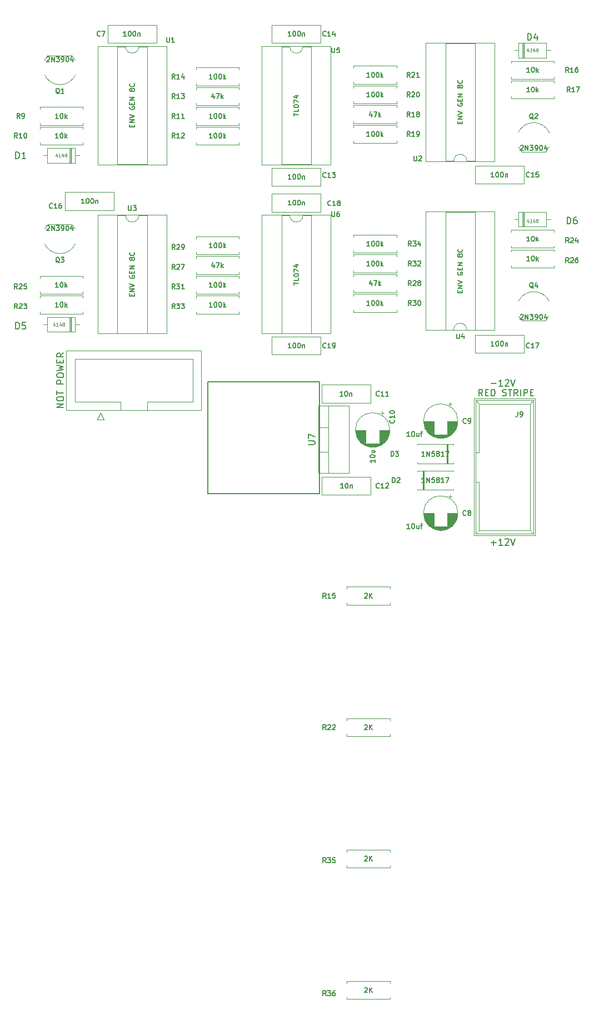
<source format=gbr>
%TF.GenerationSoftware,KiCad,Pcbnew,7.0.2*%
%TF.CreationDate,2024-01-15T01:52:41-05:00*%
%TF.ProjectId,ADSR Main Pcb,41445352-204d-4616-996e-205063622e6b,rev?*%
%TF.SameCoordinates,Original*%
%TF.FileFunction,Legend,Top*%
%TF.FilePolarity,Positive*%
%FSLAX46Y46*%
G04 Gerber Fmt 4.6, Leading zero omitted, Abs format (unit mm)*
G04 Created by KiCad (PCBNEW 7.0.2) date 2024-01-15 01:52:41*
%MOMM*%
%LPD*%
G01*
G04 APERTURE LIST*
%ADD10C,0.150000*%
%ADD11C,0.125000*%
%ADD12C,0.120000*%
G04 APERTURE END LIST*
D10*
%TO.C,Q1*%
X64928571Y-39618392D02*
X64857142Y-39582678D01*
X64857142Y-39582678D02*
X64785714Y-39511250D01*
X64785714Y-39511250D02*
X64678571Y-39404107D01*
X64678571Y-39404107D02*
X64607142Y-39368392D01*
X64607142Y-39368392D02*
X64535714Y-39368392D01*
X64571428Y-39546964D02*
X64500000Y-39511250D01*
X64500000Y-39511250D02*
X64428571Y-39439821D01*
X64428571Y-39439821D02*
X64392857Y-39296964D01*
X64392857Y-39296964D02*
X64392857Y-39046964D01*
X64392857Y-39046964D02*
X64428571Y-38904107D01*
X64428571Y-38904107D02*
X64500000Y-38832678D01*
X64500000Y-38832678D02*
X64571428Y-38796964D01*
X64571428Y-38796964D02*
X64714285Y-38796964D01*
X64714285Y-38796964D02*
X64785714Y-38832678D01*
X64785714Y-38832678D02*
X64857142Y-38904107D01*
X64857142Y-38904107D02*
X64892857Y-39046964D01*
X64892857Y-39046964D02*
X64892857Y-39296964D01*
X64892857Y-39296964D02*
X64857142Y-39439821D01*
X64857142Y-39439821D02*
X64785714Y-39511250D01*
X64785714Y-39511250D02*
X64714285Y-39546964D01*
X64714285Y-39546964D02*
X64571428Y-39546964D01*
X65607142Y-39546964D02*
X65178571Y-39546964D01*
X65392856Y-39546964D02*
X65392856Y-38796964D01*
X65392856Y-38796964D02*
X65321428Y-38904107D01*
X65321428Y-38904107D02*
X65249999Y-38975535D01*
X65249999Y-38975535D02*
X65178571Y-39011250D01*
X62964285Y-34038392D02*
X62999999Y-34002678D01*
X62999999Y-34002678D02*
X63071428Y-33966964D01*
X63071428Y-33966964D02*
X63249999Y-33966964D01*
X63249999Y-33966964D02*
X63321428Y-34002678D01*
X63321428Y-34002678D02*
X63357142Y-34038392D01*
X63357142Y-34038392D02*
X63392856Y-34109821D01*
X63392856Y-34109821D02*
X63392856Y-34181250D01*
X63392856Y-34181250D02*
X63357142Y-34288392D01*
X63357142Y-34288392D02*
X62928570Y-34716964D01*
X62928570Y-34716964D02*
X63392856Y-34716964D01*
X63714285Y-34716964D02*
X63714285Y-33966964D01*
X63714285Y-33966964D02*
X64142856Y-34716964D01*
X64142856Y-34716964D02*
X64142856Y-33966964D01*
X64428570Y-33966964D02*
X64892856Y-33966964D01*
X64892856Y-33966964D02*
X64642856Y-34252678D01*
X64642856Y-34252678D02*
X64749999Y-34252678D01*
X64749999Y-34252678D02*
X64821428Y-34288392D01*
X64821428Y-34288392D02*
X64857142Y-34324107D01*
X64857142Y-34324107D02*
X64892856Y-34395535D01*
X64892856Y-34395535D02*
X64892856Y-34574107D01*
X64892856Y-34574107D02*
X64857142Y-34645535D01*
X64857142Y-34645535D02*
X64821428Y-34681250D01*
X64821428Y-34681250D02*
X64749999Y-34716964D01*
X64749999Y-34716964D02*
X64535713Y-34716964D01*
X64535713Y-34716964D02*
X64464285Y-34681250D01*
X64464285Y-34681250D02*
X64428570Y-34645535D01*
X65249999Y-34716964D02*
X65392856Y-34716964D01*
X65392856Y-34716964D02*
X65464285Y-34681250D01*
X65464285Y-34681250D02*
X65499999Y-34645535D01*
X65499999Y-34645535D02*
X65571428Y-34538392D01*
X65571428Y-34538392D02*
X65607142Y-34395535D01*
X65607142Y-34395535D02*
X65607142Y-34109821D01*
X65607142Y-34109821D02*
X65571428Y-34038392D01*
X65571428Y-34038392D02*
X65535714Y-34002678D01*
X65535714Y-34002678D02*
X65464285Y-33966964D01*
X65464285Y-33966964D02*
X65321428Y-33966964D01*
X65321428Y-33966964D02*
X65249999Y-34002678D01*
X65249999Y-34002678D02*
X65214285Y-34038392D01*
X65214285Y-34038392D02*
X65178571Y-34109821D01*
X65178571Y-34109821D02*
X65178571Y-34288392D01*
X65178571Y-34288392D02*
X65214285Y-34359821D01*
X65214285Y-34359821D02*
X65249999Y-34395535D01*
X65249999Y-34395535D02*
X65321428Y-34431250D01*
X65321428Y-34431250D02*
X65464285Y-34431250D01*
X65464285Y-34431250D02*
X65535714Y-34395535D01*
X65535714Y-34395535D02*
X65571428Y-34359821D01*
X65571428Y-34359821D02*
X65607142Y-34288392D01*
X66071428Y-33966964D02*
X66142857Y-33966964D01*
X66142857Y-33966964D02*
X66214285Y-34002678D01*
X66214285Y-34002678D02*
X66250000Y-34038392D01*
X66250000Y-34038392D02*
X66285714Y-34109821D01*
X66285714Y-34109821D02*
X66321428Y-34252678D01*
X66321428Y-34252678D02*
X66321428Y-34431250D01*
X66321428Y-34431250D02*
X66285714Y-34574107D01*
X66285714Y-34574107D02*
X66250000Y-34645535D01*
X66250000Y-34645535D02*
X66214285Y-34681250D01*
X66214285Y-34681250D02*
X66142857Y-34716964D01*
X66142857Y-34716964D02*
X66071428Y-34716964D01*
X66071428Y-34716964D02*
X66000000Y-34681250D01*
X66000000Y-34681250D02*
X65964285Y-34645535D01*
X65964285Y-34645535D02*
X65928571Y-34574107D01*
X65928571Y-34574107D02*
X65892857Y-34431250D01*
X65892857Y-34431250D02*
X65892857Y-34252678D01*
X65892857Y-34252678D02*
X65928571Y-34109821D01*
X65928571Y-34109821D02*
X65964285Y-34038392D01*
X65964285Y-34038392D02*
X66000000Y-34002678D01*
X66000000Y-34002678D02*
X66071428Y-33966964D01*
X66964286Y-34216964D02*
X66964286Y-34716964D01*
X66785714Y-33931250D02*
X66607143Y-34466964D01*
X66607143Y-34466964D02*
X67071428Y-34466964D01*
%TO.C,C17*%
X136517856Y-78225535D02*
X136482142Y-78261250D01*
X136482142Y-78261250D02*
X136374999Y-78296964D01*
X136374999Y-78296964D02*
X136303571Y-78296964D01*
X136303571Y-78296964D02*
X136196428Y-78261250D01*
X136196428Y-78261250D02*
X136124999Y-78189821D01*
X136124999Y-78189821D02*
X136089285Y-78118392D01*
X136089285Y-78118392D02*
X136053571Y-77975535D01*
X136053571Y-77975535D02*
X136053571Y-77868392D01*
X136053571Y-77868392D02*
X136089285Y-77725535D01*
X136089285Y-77725535D02*
X136124999Y-77654107D01*
X136124999Y-77654107D02*
X136196428Y-77582678D01*
X136196428Y-77582678D02*
X136303571Y-77546964D01*
X136303571Y-77546964D02*
X136374999Y-77546964D01*
X136374999Y-77546964D02*
X136482142Y-77582678D01*
X136482142Y-77582678D02*
X136517856Y-77618392D01*
X137232142Y-78296964D02*
X136803571Y-78296964D01*
X137017856Y-78296964D02*
X137017856Y-77546964D01*
X137017856Y-77546964D02*
X136946428Y-77654107D01*
X136946428Y-77654107D02*
X136874999Y-77725535D01*
X136874999Y-77725535D02*
X136803571Y-77761250D01*
X137482142Y-77546964D02*
X137982142Y-77546964D01*
X137982142Y-77546964D02*
X137660714Y-78296964D01*
X131120714Y-77996964D02*
X130692143Y-77996964D01*
X130906428Y-77996964D02*
X130906428Y-77246964D01*
X130906428Y-77246964D02*
X130835000Y-77354107D01*
X130835000Y-77354107D02*
X130763571Y-77425535D01*
X130763571Y-77425535D02*
X130692143Y-77461250D01*
X131585000Y-77246964D02*
X131656429Y-77246964D01*
X131656429Y-77246964D02*
X131727857Y-77282678D01*
X131727857Y-77282678D02*
X131763572Y-77318392D01*
X131763572Y-77318392D02*
X131799286Y-77389821D01*
X131799286Y-77389821D02*
X131835000Y-77532678D01*
X131835000Y-77532678D02*
X131835000Y-77711250D01*
X131835000Y-77711250D02*
X131799286Y-77854107D01*
X131799286Y-77854107D02*
X131763572Y-77925535D01*
X131763572Y-77925535D02*
X131727857Y-77961250D01*
X131727857Y-77961250D02*
X131656429Y-77996964D01*
X131656429Y-77996964D02*
X131585000Y-77996964D01*
X131585000Y-77996964D02*
X131513572Y-77961250D01*
X131513572Y-77961250D02*
X131477857Y-77925535D01*
X131477857Y-77925535D02*
X131442143Y-77854107D01*
X131442143Y-77854107D02*
X131406429Y-77711250D01*
X131406429Y-77711250D02*
X131406429Y-77532678D01*
X131406429Y-77532678D02*
X131442143Y-77389821D01*
X131442143Y-77389821D02*
X131477857Y-77318392D01*
X131477857Y-77318392D02*
X131513572Y-77282678D01*
X131513572Y-77282678D02*
X131585000Y-77246964D01*
X132299286Y-77246964D02*
X132370715Y-77246964D01*
X132370715Y-77246964D02*
X132442143Y-77282678D01*
X132442143Y-77282678D02*
X132477858Y-77318392D01*
X132477858Y-77318392D02*
X132513572Y-77389821D01*
X132513572Y-77389821D02*
X132549286Y-77532678D01*
X132549286Y-77532678D02*
X132549286Y-77711250D01*
X132549286Y-77711250D02*
X132513572Y-77854107D01*
X132513572Y-77854107D02*
X132477858Y-77925535D01*
X132477858Y-77925535D02*
X132442143Y-77961250D01*
X132442143Y-77961250D02*
X132370715Y-77996964D01*
X132370715Y-77996964D02*
X132299286Y-77996964D01*
X132299286Y-77996964D02*
X132227858Y-77961250D01*
X132227858Y-77961250D02*
X132192143Y-77925535D01*
X132192143Y-77925535D02*
X132156429Y-77854107D01*
X132156429Y-77854107D02*
X132120715Y-77711250D01*
X132120715Y-77711250D02*
X132120715Y-77532678D01*
X132120715Y-77532678D02*
X132156429Y-77389821D01*
X132156429Y-77389821D02*
X132192143Y-77318392D01*
X132192143Y-77318392D02*
X132227858Y-77282678D01*
X132227858Y-77282678D02*
X132299286Y-77246964D01*
X132870715Y-77496964D02*
X132870715Y-77996964D01*
X132870715Y-77568392D02*
X132906429Y-77532678D01*
X132906429Y-77532678D02*
X132977858Y-77496964D01*
X132977858Y-77496964D02*
X133085001Y-77496964D01*
X133085001Y-77496964D02*
X133156429Y-77532678D01*
X133156429Y-77532678D02*
X133192144Y-77604107D01*
X133192144Y-77604107D02*
X133192144Y-77996964D01*
%TO.C,R22*%
X105517856Y-136346964D02*
X105267856Y-135989821D01*
X105089285Y-136346964D02*
X105089285Y-135596964D01*
X105089285Y-135596964D02*
X105374999Y-135596964D01*
X105374999Y-135596964D02*
X105446428Y-135632678D01*
X105446428Y-135632678D02*
X105482142Y-135668392D01*
X105482142Y-135668392D02*
X105517856Y-135739821D01*
X105517856Y-135739821D02*
X105517856Y-135846964D01*
X105517856Y-135846964D02*
X105482142Y-135918392D01*
X105482142Y-135918392D02*
X105446428Y-135954107D01*
X105446428Y-135954107D02*
X105374999Y-135989821D01*
X105374999Y-135989821D02*
X105089285Y-135989821D01*
X105803571Y-135668392D02*
X105839285Y-135632678D01*
X105839285Y-135632678D02*
X105910714Y-135596964D01*
X105910714Y-135596964D02*
X106089285Y-135596964D01*
X106089285Y-135596964D02*
X106160714Y-135632678D01*
X106160714Y-135632678D02*
X106196428Y-135668392D01*
X106196428Y-135668392D02*
X106232142Y-135739821D01*
X106232142Y-135739821D02*
X106232142Y-135811250D01*
X106232142Y-135811250D02*
X106196428Y-135918392D01*
X106196428Y-135918392D02*
X105767856Y-136346964D01*
X105767856Y-136346964D02*
X106232142Y-136346964D01*
X106517857Y-135668392D02*
X106553571Y-135632678D01*
X106553571Y-135632678D02*
X106625000Y-135596964D01*
X106625000Y-135596964D02*
X106803571Y-135596964D01*
X106803571Y-135596964D02*
X106875000Y-135632678D01*
X106875000Y-135632678D02*
X106910714Y-135668392D01*
X106910714Y-135668392D02*
X106946428Y-135739821D01*
X106946428Y-135739821D02*
X106946428Y-135811250D01*
X106946428Y-135811250D02*
X106910714Y-135918392D01*
X106910714Y-135918392D02*
X106482142Y-136346964D01*
X106482142Y-136346964D02*
X106946428Y-136346964D01*
X111410714Y-135668392D02*
X111446428Y-135632678D01*
X111446428Y-135632678D02*
X111517857Y-135596964D01*
X111517857Y-135596964D02*
X111696428Y-135596964D01*
X111696428Y-135596964D02*
X111767857Y-135632678D01*
X111767857Y-135632678D02*
X111803571Y-135668392D01*
X111803571Y-135668392D02*
X111839285Y-135739821D01*
X111839285Y-135739821D02*
X111839285Y-135811250D01*
X111839285Y-135811250D02*
X111803571Y-135918392D01*
X111803571Y-135918392D02*
X111374999Y-136346964D01*
X111374999Y-136346964D02*
X111839285Y-136346964D01*
X112160714Y-136346964D02*
X112160714Y-135596964D01*
X112589285Y-136346964D02*
X112267857Y-135918392D01*
X112589285Y-135596964D02*
X112160714Y-136025535D01*
%TO.C,R36*%
X105517856Y-176846964D02*
X105267856Y-176489821D01*
X105089285Y-176846964D02*
X105089285Y-176096964D01*
X105089285Y-176096964D02*
X105374999Y-176096964D01*
X105374999Y-176096964D02*
X105446428Y-176132678D01*
X105446428Y-176132678D02*
X105482142Y-176168392D01*
X105482142Y-176168392D02*
X105517856Y-176239821D01*
X105517856Y-176239821D02*
X105517856Y-176346964D01*
X105517856Y-176346964D02*
X105482142Y-176418392D01*
X105482142Y-176418392D02*
X105446428Y-176454107D01*
X105446428Y-176454107D02*
X105374999Y-176489821D01*
X105374999Y-176489821D02*
X105089285Y-176489821D01*
X105767856Y-176096964D02*
X106232142Y-176096964D01*
X106232142Y-176096964D02*
X105982142Y-176382678D01*
X105982142Y-176382678D02*
X106089285Y-176382678D01*
X106089285Y-176382678D02*
X106160714Y-176418392D01*
X106160714Y-176418392D02*
X106196428Y-176454107D01*
X106196428Y-176454107D02*
X106232142Y-176525535D01*
X106232142Y-176525535D02*
X106232142Y-176704107D01*
X106232142Y-176704107D02*
X106196428Y-176775535D01*
X106196428Y-176775535D02*
X106160714Y-176811250D01*
X106160714Y-176811250D02*
X106089285Y-176846964D01*
X106089285Y-176846964D02*
X105874999Y-176846964D01*
X105874999Y-176846964D02*
X105803571Y-176811250D01*
X105803571Y-176811250D02*
X105767856Y-176775535D01*
X106875000Y-176096964D02*
X106732142Y-176096964D01*
X106732142Y-176096964D02*
X106660714Y-176132678D01*
X106660714Y-176132678D02*
X106625000Y-176168392D01*
X106625000Y-176168392D02*
X106553571Y-176275535D01*
X106553571Y-176275535D02*
X106517857Y-176418392D01*
X106517857Y-176418392D02*
X106517857Y-176704107D01*
X106517857Y-176704107D02*
X106553571Y-176775535D01*
X106553571Y-176775535D02*
X106589285Y-176811250D01*
X106589285Y-176811250D02*
X106660714Y-176846964D01*
X106660714Y-176846964D02*
X106803571Y-176846964D01*
X106803571Y-176846964D02*
X106875000Y-176811250D01*
X106875000Y-176811250D02*
X106910714Y-176775535D01*
X106910714Y-176775535D02*
X106946428Y-176704107D01*
X106946428Y-176704107D02*
X106946428Y-176525535D01*
X106946428Y-176525535D02*
X106910714Y-176454107D01*
X106910714Y-176454107D02*
X106875000Y-176418392D01*
X106875000Y-176418392D02*
X106803571Y-176382678D01*
X106803571Y-176382678D02*
X106660714Y-176382678D01*
X106660714Y-176382678D02*
X106589285Y-176418392D01*
X106589285Y-176418392D02*
X106553571Y-176454107D01*
X106553571Y-176454107D02*
X106517857Y-176525535D01*
X111410714Y-175668392D02*
X111446428Y-175632678D01*
X111446428Y-175632678D02*
X111517857Y-175596964D01*
X111517857Y-175596964D02*
X111696428Y-175596964D01*
X111696428Y-175596964D02*
X111767857Y-175632678D01*
X111767857Y-175632678D02*
X111803571Y-175668392D01*
X111803571Y-175668392D02*
X111839285Y-175739821D01*
X111839285Y-175739821D02*
X111839285Y-175811250D01*
X111839285Y-175811250D02*
X111803571Y-175918392D01*
X111803571Y-175918392D02*
X111374999Y-176346964D01*
X111374999Y-176346964D02*
X111839285Y-176346964D01*
X112160714Y-176346964D02*
X112160714Y-175596964D01*
X112589285Y-176346964D02*
X112267857Y-175918392D01*
X112589285Y-175596964D02*
X112160714Y-176025535D01*
%TO.C,R20*%
X118327856Y-40096964D02*
X118077856Y-39739821D01*
X117899285Y-40096964D02*
X117899285Y-39346964D01*
X117899285Y-39346964D02*
X118184999Y-39346964D01*
X118184999Y-39346964D02*
X118256428Y-39382678D01*
X118256428Y-39382678D02*
X118292142Y-39418392D01*
X118292142Y-39418392D02*
X118327856Y-39489821D01*
X118327856Y-39489821D02*
X118327856Y-39596964D01*
X118327856Y-39596964D02*
X118292142Y-39668392D01*
X118292142Y-39668392D02*
X118256428Y-39704107D01*
X118256428Y-39704107D02*
X118184999Y-39739821D01*
X118184999Y-39739821D02*
X117899285Y-39739821D01*
X118613571Y-39418392D02*
X118649285Y-39382678D01*
X118649285Y-39382678D02*
X118720714Y-39346964D01*
X118720714Y-39346964D02*
X118899285Y-39346964D01*
X118899285Y-39346964D02*
X118970714Y-39382678D01*
X118970714Y-39382678D02*
X119006428Y-39418392D01*
X119006428Y-39418392D02*
X119042142Y-39489821D01*
X119042142Y-39489821D02*
X119042142Y-39561250D01*
X119042142Y-39561250D02*
X119006428Y-39668392D01*
X119006428Y-39668392D02*
X118577856Y-40096964D01*
X118577856Y-40096964D02*
X119042142Y-40096964D01*
X119506428Y-39346964D02*
X119577857Y-39346964D01*
X119577857Y-39346964D02*
X119649285Y-39382678D01*
X119649285Y-39382678D02*
X119685000Y-39418392D01*
X119685000Y-39418392D02*
X119720714Y-39489821D01*
X119720714Y-39489821D02*
X119756428Y-39632678D01*
X119756428Y-39632678D02*
X119756428Y-39811250D01*
X119756428Y-39811250D02*
X119720714Y-39954107D01*
X119720714Y-39954107D02*
X119685000Y-40025535D01*
X119685000Y-40025535D02*
X119649285Y-40061250D01*
X119649285Y-40061250D02*
X119577857Y-40096964D01*
X119577857Y-40096964D02*
X119506428Y-40096964D01*
X119506428Y-40096964D02*
X119435000Y-40061250D01*
X119435000Y-40061250D02*
X119399285Y-40025535D01*
X119399285Y-40025535D02*
X119363571Y-39954107D01*
X119363571Y-39954107D02*
X119327857Y-39811250D01*
X119327857Y-39811250D02*
X119327857Y-39632678D01*
X119327857Y-39632678D02*
X119363571Y-39489821D01*
X119363571Y-39489821D02*
X119399285Y-39418392D01*
X119399285Y-39418392D02*
X119435000Y-39382678D01*
X119435000Y-39382678D02*
X119506428Y-39346964D01*
X112196428Y-40096964D02*
X111767857Y-40096964D01*
X111982142Y-40096964D02*
X111982142Y-39346964D01*
X111982142Y-39346964D02*
X111910714Y-39454107D01*
X111910714Y-39454107D02*
X111839285Y-39525535D01*
X111839285Y-39525535D02*
X111767857Y-39561250D01*
X112660714Y-39346964D02*
X112732143Y-39346964D01*
X112732143Y-39346964D02*
X112803571Y-39382678D01*
X112803571Y-39382678D02*
X112839286Y-39418392D01*
X112839286Y-39418392D02*
X112875000Y-39489821D01*
X112875000Y-39489821D02*
X112910714Y-39632678D01*
X112910714Y-39632678D02*
X112910714Y-39811250D01*
X112910714Y-39811250D02*
X112875000Y-39954107D01*
X112875000Y-39954107D02*
X112839286Y-40025535D01*
X112839286Y-40025535D02*
X112803571Y-40061250D01*
X112803571Y-40061250D02*
X112732143Y-40096964D01*
X112732143Y-40096964D02*
X112660714Y-40096964D01*
X112660714Y-40096964D02*
X112589286Y-40061250D01*
X112589286Y-40061250D02*
X112553571Y-40025535D01*
X112553571Y-40025535D02*
X112517857Y-39954107D01*
X112517857Y-39954107D02*
X112482143Y-39811250D01*
X112482143Y-39811250D02*
X112482143Y-39632678D01*
X112482143Y-39632678D02*
X112517857Y-39489821D01*
X112517857Y-39489821D02*
X112553571Y-39418392D01*
X112553571Y-39418392D02*
X112589286Y-39382678D01*
X112589286Y-39382678D02*
X112660714Y-39346964D01*
X113375000Y-39346964D02*
X113446429Y-39346964D01*
X113446429Y-39346964D02*
X113517857Y-39382678D01*
X113517857Y-39382678D02*
X113553572Y-39418392D01*
X113553572Y-39418392D02*
X113589286Y-39489821D01*
X113589286Y-39489821D02*
X113625000Y-39632678D01*
X113625000Y-39632678D02*
X113625000Y-39811250D01*
X113625000Y-39811250D02*
X113589286Y-39954107D01*
X113589286Y-39954107D02*
X113553572Y-40025535D01*
X113553572Y-40025535D02*
X113517857Y-40061250D01*
X113517857Y-40061250D02*
X113446429Y-40096964D01*
X113446429Y-40096964D02*
X113375000Y-40096964D01*
X113375000Y-40096964D02*
X113303572Y-40061250D01*
X113303572Y-40061250D02*
X113267857Y-40025535D01*
X113267857Y-40025535D02*
X113232143Y-39954107D01*
X113232143Y-39954107D02*
X113196429Y-39811250D01*
X113196429Y-39811250D02*
X113196429Y-39632678D01*
X113196429Y-39632678D02*
X113232143Y-39489821D01*
X113232143Y-39489821D02*
X113267857Y-39418392D01*
X113267857Y-39418392D02*
X113303572Y-39382678D01*
X113303572Y-39382678D02*
X113375000Y-39346964D01*
X113946429Y-40096964D02*
X113946429Y-39346964D01*
X114017858Y-39811250D02*
X114232143Y-40096964D01*
X114232143Y-39596964D02*
X113946429Y-39882678D01*
%TO.C,U3*%
X75428571Y-56636964D02*
X75428571Y-57244107D01*
X75428571Y-57244107D02*
X75464285Y-57315535D01*
X75464285Y-57315535D02*
X75500000Y-57351250D01*
X75500000Y-57351250D02*
X75571428Y-57386964D01*
X75571428Y-57386964D02*
X75714285Y-57386964D01*
X75714285Y-57386964D02*
X75785714Y-57351250D01*
X75785714Y-57351250D02*
X75821428Y-57315535D01*
X75821428Y-57315535D02*
X75857142Y-57244107D01*
X75857142Y-57244107D02*
X75857142Y-56636964D01*
X76142856Y-56636964D02*
X76607142Y-56636964D01*
X76607142Y-56636964D02*
X76357142Y-56922678D01*
X76357142Y-56922678D02*
X76464285Y-56922678D01*
X76464285Y-56922678D02*
X76535714Y-56958392D01*
X76535714Y-56958392D02*
X76571428Y-56994107D01*
X76571428Y-56994107D02*
X76607142Y-57065535D01*
X76607142Y-57065535D02*
X76607142Y-57244107D01*
X76607142Y-57244107D02*
X76571428Y-57315535D01*
X76571428Y-57315535D02*
X76535714Y-57351250D01*
X76535714Y-57351250D02*
X76464285Y-57386964D01*
X76464285Y-57386964D02*
X76249999Y-57386964D01*
X76249999Y-57386964D02*
X76178571Y-57351250D01*
X76178571Y-57351250D02*
X76142856Y-57315535D01*
X75964107Y-70365713D02*
X75964107Y-70115713D01*
X76356964Y-70008570D02*
X76356964Y-70365713D01*
X76356964Y-70365713D02*
X75606964Y-70365713D01*
X75606964Y-70365713D02*
X75606964Y-70008570D01*
X76356964Y-69687142D02*
X75606964Y-69687142D01*
X75606964Y-69687142D02*
X76356964Y-69258571D01*
X76356964Y-69258571D02*
X75606964Y-69258571D01*
X75606964Y-69008571D02*
X76356964Y-68758571D01*
X76356964Y-68758571D02*
X75606964Y-68508571D01*
X75642678Y-67294285D02*
X75606964Y-67365714D01*
X75606964Y-67365714D02*
X75606964Y-67472856D01*
X75606964Y-67472856D02*
X75642678Y-67579999D01*
X75642678Y-67579999D02*
X75714107Y-67651428D01*
X75714107Y-67651428D02*
X75785535Y-67687142D01*
X75785535Y-67687142D02*
X75928392Y-67722856D01*
X75928392Y-67722856D02*
X76035535Y-67722856D01*
X76035535Y-67722856D02*
X76178392Y-67687142D01*
X76178392Y-67687142D02*
X76249821Y-67651428D01*
X76249821Y-67651428D02*
X76321250Y-67579999D01*
X76321250Y-67579999D02*
X76356964Y-67472856D01*
X76356964Y-67472856D02*
X76356964Y-67401428D01*
X76356964Y-67401428D02*
X76321250Y-67294285D01*
X76321250Y-67294285D02*
X76285535Y-67258571D01*
X76285535Y-67258571D02*
X76035535Y-67258571D01*
X76035535Y-67258571D02*
X76035535Y-67401428D01*
X75964107Y-66937142D02*
X75964107Y-66687142D01*
X76356964Y-66579999D02*
X76356964Y-66937142D01*
X76356964Y-66937142D02*
X75606964Y-66937142D01*
X75606964Y-66937142D02*
X75606964Y-66579999D01*
X76356964Y-66258571D02*
X75606964Y-66258571D01*
X75606964Y-66258571D02*
X76356964Y-65830000D01*
X76356964Y-65830000D02*
X75606964Y-65830000D01*
X75928392Y-64794285D02*
X75892678Y-64865714D01*
X75892678Y-64865714D02*
X75856964Y-64901428D01*
X75856964Y-64901428D02*
X75785535Y-64937142D01*
X75785535Y-64937142D02*
X75749821Y-64937142D01*
X75749821Y-64937142D02*
X75678392Y-64901428D01*
X75678392Y-64901428D02*
X75642678Y-64865714D01*
X75642678Y-64865714D02*
X75606964Y-64794285D01*
X75606964Y-64794285D02*
X75606964Y-64651428D01*
X75606964Y-64651428D02*
X75642678Y-64580000D01*
X75642678Y-64580000D02*
X75678392Y-64544285D01*
X75678392Y-64544285D02*
X75749821Y-64508571D01*
X75749821Y-64508571D02*
X75785535Y-64508571D01*
X75785535Y-64508571D02*
X75856964Y-64544285D01*
X75856964Y-64544285D02*
X75892678Y-64580000D01*
X75892678Y-64580000D02*
X75928392Y-64651428D01*
X75928392Y-64651428D02*
X75928392Y-64794285D01*
X75928392Y-64794285D02*
X75964107Y-64865714D01*
X75964107Y-64865714D02*
X75999821Y-64901428D01*
X75999821Y-64901428D02*
X76071250Y-64937142D01*
X76071250Y-64937142D02*
X76214107Y-64937142D01*
X76214107Y-64937142D02*
X76285535Y-64901428D01*
X76285535Y-64901428D02*
X76321250Y-64865714D01*
X76321250Y-64865714D02*
X76356964Y-64794285D01*
X76356964Y-64794285D02*
X76356964Y-64651428D01*
X76356964Y-64651428D02*
X76321250Y-64580000D01*
X76321250Y-64580000D02*
X76285535Y-64544285D01*
X76285535Y-64544285D02*
X76214107Y-64508571D01*
X76214107Y-64508571D02*
X76071250Y-64508571D01*
X76071250Y-64508571D02*
X75999821Y-64544285D01*
X75999821Y-64544285D02*
X75964107Y-64580000D01*
X75964107Y-64580000D02*
X75928392Y-64651428D01*
X76285535Y-63758571D02*
X76321250Y-63794285D01*
X76321250Y-63794285D02*
X76356964Y-63901428D01*
X76356964Y-63901428D02*
X76356964Y-63972856D01*
X76356964Y-63972856D02*
X76321250Y-64079999D01*
X76321250Y-64079999D02*
X76249821Y-64151428D01*
X76249821Y-64151428D02*
X76178392Y-64187142D01*
X76178392Y-64187142D02*
X76035535Y-64222856D01*
X76035535Y-64222856D02*
X75928392Y-64222856D01*
X75928392Y-64222856D02*
X75785535Y-64187142D01*
X75785535Y-64187142D02*
X75714107Y-64151428D01*
X75714107Y-64151428D02*
X75642678Y-64079999D01*
X75642678Y-64079999D02*
X75606964Y-63972856D01*
X75606964Y-63972856D02*
X75606964Y-63901428D01*
X75606964Y-63901428D02*
X75642678Y-63794285D01*
X75642678Y-63794285D02*
X75678392Y-63758571D01*
%TO.C,R24*%
X142517856Y-62296964D02*
X142267856Y-61939821D01*
X142089285Y-62296964D02*
X142089285Y-61546964D01*
X142089285Y-61546964D02*
X142374999Y-61546964D01*
X142374999Y-61546964D02*
X142446428Y-61582678D01*
X142446428Y-61582678D02*
X142482142Y-61618392D01*
X142482142Y-61618392D02*
X142517856Y-61689821D01*
X142517856Y-61689821D02*
X142517856Y-61796964D01*
X142517856Y-61796964D02*
X142482142Y-61868392D01*
X142482142Y-61868392D02*
X142446428Y-61904107D01*
X142446428Y-61904107D02*
X142374999Y-61939821D01*
X142374999Y-61939821D02*
X142089285Y-61939821D01*
X142803571Y-61618392D02*
X142839285Y-61582678D01*
X142839285Y-61582678D02*
X142910714Y-61546964D01*
X142910714Y-61546964D02*
X143089285Y-61546964D01*
X143089285Y-61546964D02*
X143160714Y-61582678D01*
X143160714Y-61582678D02*
X143196428Y-61618392D01*
X143196428Y-61618392D02*
X143232142Y-61689821D01*
X143232142Y-61689821D02*
X143232142Y-61761250D01*
X143232142Y-61761250D02*
X143196428Y-61868392D01*
X143196428Y-61868392D02*
X142767856Y-62296964D01*
X142767856Y-62296964D02*
X143232142Y-62296964D01*
X143875000Y-61796964D02*
X143875000Y-62296964D01*
X143696428Y-61511250D02*
X143517857Y-62046964D01*
X143517857Y-62046964D02*
X143982142Y-62046964D01*
X136553571Y-62046964D02*
X136125000Y-62046964D01*
X136339285Y-62046964D02*
X136339285Y-61296964D01*
X136339285Y-61296964D02*
X136267857Y-61404107D01*
X136267857Y-61404107D02*
X136196428Y-61475535D01*
X136196428Y-61475535D02*
X136125000Y-61511250D01*
X137017857Y-61296964D02*
X137089286Y-61296964D01*
X137089286Y-61296964D02*
X137160714Y-61332678D01*
X137160714Y-61332678D02*
X137196429Y-61368392D01*
X137196429Y-61368392D02*
X137232143Y-61439821D01*
X137232143Y-61439821D02*
X137267857Y-61582678D01*
X137267857Y-61582678D02*
X137267857Y-61761250D01*
X137267857Y-61761250D02*
X137232143Y-61904107D01*
X137232143Y-61904107D02*
X137196429Y-61975535D01*
X137196429Y-61975535D02*
X137160714Y-62011250D01*
X137160714Y-62011250D02*
X137089286Y-62046964D01*
X137089286Y-62046964D02*
X137017857Y-62046964D01*
X137017857Y-62046964D02*
X136946429Y-62011250D01*
X136946429Y-62011250D02*
X136910714Y-61975535D01*
X136910714Y-61975535D02*
X136875000Y-61904107D01*
X136875000Y-61904107D02*
X136839286Y-61761250D01*
X136839286Y-61761250D02*
X136839286Y-61582678D01*
X136839286Y-61582678D02*
X136875000Y-61439821D01*
X136875000Y-61439821D02*
X136910714Y-61368392D01*
X136910714Y-61368392D02*
X136946429Y-61332678D01*
X136946429Y-61332678D02*
X137017857Y-61296964D01*
X137589286Y-62046964D02*
X137589286Y-61296964D01*
X137660715Y-61761250D02*
X137875000Y-62046964D01*
X137875000Y-61546964D02*
X137589286Y-61832678D01*
%TO.C,U4*%
X125418571Y-76116964D02*
X125418571Y-76724107D01*
X125418571Y-76724107D02*
X125454285Y-76795535D01*
X125454285Y-76795535D02*
X125490000Y-76831250D01*
X125490000Y-76831250D02*
X125561428Y-76866964D01*
X125561428Y-76866964D02*
X125704285Y-76866964D01*
X125704285Y-76866964D02*
X125775714Y-76831250D01*
X125775714Y-76831250D02*
X125811428Y-76795535D01*
X125811428Y-76795535D02*
X125847142Y-76724107D01*
X125847142Y-76724107D02*
X125847142Y-76116964D01*
X126525714Y-76366964D02*
X126525714Y-76866964D01*
X126347142Y-76081250D02*
X126168571Y-76616964D01*
X126168571Y-76616964D02*
X126632856Y-76616964D01*
X125944107Y-69855713D02*
X125944107Y-69605713D01*
X126336964Y-69498570D02*
X126336964Y-69855713D01*
X126336964Y-69855713D02*
X125586964Y-69855713D01*
X125586964Y-69855713D02*
X125586964Y-69498570D01*
X126336964Y-69177142D02*
X125586964Y-69177142D01*
X125586964Y-69177142D02*
X126336964Y-68748571D01*
X126336964Y-68748571D02*
X125586964Y-68748571D01*
X125586964Y-68498571D02*
X126336964Y-68248571D01*
X126336964Y-68248571D02*
X125586964Y-67998571D01*
X125622678Y-66784285D02*
X125586964Y-66855714D01*
X125586964Y-66855714D02*
X125586964Y-66962856D01*
X125586964Y-66962856D02*
X125622678Y-67069999D01*
X125622678Y-67069999D02*
X125694107Y-67141428D01*
X125694107Y-67141428D02*
X125765535Y-67177142D01*
X125765535Y-67177142D02*
X125908392Y-67212856D01*
X125908392Y-67212856D02*
X126015535Y-67212856D01*
X126015535Y-67212856D02*
X126158392Y-67177142D01*
X126158392Y-67177142D02*
X126229821Y-67141428D01*
X126229821Y-67141428D02*
X126301250Y-67069999D01*
X126301250Y-67069999D02*
X126336964Y-66962856D01*
X126336964Y-66962856D02*
X126336964Y-66891428D01*
X126336964Y-66891428D02*
X126301250Y-66784285D01*
X126301250Y-66784285D02*
X126265535Y-66748571D01*
X126265535Y-66748571D02*
X126015535Y-66748571D01*
X126015535Y-66748571D02*
X126015535Y-66891428D01*
X125944107Y-66427142D02*
X125944107Y-66177142D01*
X126336964Y-66069999D02*
X126336964Y-66427142D01*
X126336964Y-66427142D02*
X125586964Y-66427142D01*
X125586964Y-66427142D02*
X125586964Y-66069999D01*
X126336964Y-65748571D02*
X125586964Y-65748571D01*
X125586964Y-65748571D02*
X126336964Y-65320000D01*
X126336964Y-65320000D02*
X125586964Y-65320000D01*
X125908392Y-64284285D02*
X125872678Y-64355714D01*
X125872678Y-64355714D02*
X125836964Y-64391428D01*
X125836964Y-64391428D02*
X125765535Y-64427142D01*
X125765535Y-64427142D02*
X125729821Y-64427142D01*
X125729821Y-64427142D02*
X125658392Y-64391428D01*
X125658392Y-64391428D02*
X125622678Y-64355714D01*
X125622678Y-64355714D02*
X125586964Y-64284285D01*
X125586964Y-64284285D02*
X125586964Y-64141428D01*
X125586964Y-64141428D02*
X125622678Y-64070000D01*
X125622678Y-64070000D02*
X125658392Y-64034285D01*
X125658392Y-64034285D02*
X125729821Y-63998571D01*
X125729821Y-63998571D02*
X125765535Y-63998571D01*
X125765535Y-63998571D02*
X125836964Y-64034285D01*
X125836964Y-64034285D02*
X125872678Y-64070000D01*
X125872678Y-64070000D02*
X125908392Y-64141428D01*
X125908392Y-64141428D02*
X125908392Y-64284285D01*
X125908392Y-64284285D02*
X125944107Y-64355714D01*
X125944107Y-64355714D02*
X125979821Y-64391428D01*
X125979821Y-64391428D02*
X126051250Y-64427142D01*
X126051250Y-64427142D02*
X126194107Y-64427142D01*
X126194107Y-64427142D02*
X126265535Y-64391428D01*
X126265535Y-64391428D02*
X126301250Y-64355714D01*
X126301250Y-64355714D02*
X126336964Y-64284285D01*
X126336964Y-64284285D02*
X126336964Y-64141428D01*
X126336964Y-64141428D02*
X126301250Y-64070000D01*
X126301250Y-64070000D02*
X126265535Y-64034285D01*
X126265535Y-64034285D02*
X126194107Y-63998571D01*
X126194107Y-63998571D02*
X126051250Y-63998571D01*
X126051250Y-63998571D02*
X125979821Y-64034285D01*
X125979821Y-64034285D02*
X125944107Y-64070000D01*
X125944107Y-64070000D02*
X125908392Y-64141428D01*
X126265535Y-63248571D02*
X126301250Y-63284285D01*
X126301250Y-63284285D02*
X126336964Y-63391428D01*
X126336964Y-63391428D02*
X126336964Y-63462856D01*
X126336964Y-63462856D02*
X126301250Y-63569999D01*
X126301250Y-63569999D02*
X126229821Y-63641428D01*
X126229821Y-63641428D02*
X126158392Y-63677142D01*
X126158392Y-63677142D02*
X126015535Y-63712856D01*
X126015535Y-63712856D02*
X125908392Y-63712856D01*
X125908392Y-63712856D02*
X125765535Y-63677142D01*
X125765535Y-63677142D02*
X125694107Y-63641428D01*
X125694107Y-63641428D02*
X125622678Y-63569999D01*
X125622678Y-63569999D02*
X125586964Y-63462856D01*
X125586964Y-63462856D02*
X125586964Y-63391428D01*
X125586964Y-63391428D02*
X125622678Y-63284285D01*
X125622678Y-63284285D02*
X125658392Y-63248571D01*
%TO.C,R28*%
X118517856Y-68796964D02*
X118267856Y-68439821D01*
X118089285Y-68796964D02*
X118089285Y-68046964D01*
X118089285Y-68046964D02*
X118374999Y-68046964D01*
X118374999Y-68046964D02*
X118446428Y-68082678D01*
X118446428Y-68082678D02*
X118482142Y-68118392D01*
X118482142Y-68118392D02*
X118517856Y-68189821D01*
X118517856Y-68189821D02*
X118517856Y-68296964D01*
X118517856Y-68296964D02*
X118482142Y-68368392D01*
X118482142Y-68368392D02*
X118446428Y-68404107D01*
X118446428Y-68404107D02*
X118374999Y-68439821D01*
X118374999Y-68439821D02*
X118089285Y-68439821D01*
X118803571Y-68118392D02*
X118839285Y-68082678D01*
X118839285Y-68082678D02*
X118910714Y-68046964D01*
X118910714Y-68046964D02*
X119089285Y-68046964D01*
X119089285Y-68046964D02*
X119160714Y-68082678D01*
X119160714Y-68082678D02*
X119196428Y-68118392D01*
X119196428Y-68118392D02*
X119232142Y-68189821D01*
X119232142Y-68189821D02*
X119232142Y-68261250D01*
X119232142Y-68261250D02*
X119196428Y-68368392D01*
X119196428Y-68368392D02*
X118767856Y-68796964D01*
X118767856Y-68796964D02*
X119232142Y-68796964D01*
X119660714Y-68368392D02*
X119589285Y-68332678D01*
X119589285Y-68332678D02*
X119553571Y-68296964D01*
X119553571Y-68296964D02*
X119517857Y-68225535D01*
X119517857Y-68225535D02*
X119517857Y-68189821D01*
X119517857Y-68189821D02*
X119553571Y-68118392D01*
X119553571Y-68118392D02*
X119589285Y-68082678D01*
X119589285Y-68082678D02*
X119660714Y-68046964D01*
X119660714Y-68046964D02*
X119803571Y-68046964D01*
X119803571Y-68046964D02*
X119875000Y-68082678D01*
X119875000Y-68082678D02*
X119910714Y-68118392D01*
X119910714Y-68118392D02*
X119946428Y-68189821D01*
X119946428Y-68189821D02*
X119946428Y-68225535D01*
X119946428Y-68225535D02*
X119910714Y-68296964D01*
X119910714Y-68296964D02*
X119875000Y-68332678D01*
X119875000Y-68332678D02*
X119803571Y-68368392D01*
X119803571Y-68368392D02*
X119660714Y-68368392D01*
X119660714Y-68368392D02*
X119589285Y-68404107D01*
X119589285Y-68404107D02*
X119553571Y-68439821D01*
X119553571Y-68439821D02*
X119517857Y-68511250D01*
X119517857Y-68511250D02*
X119517857Y-68654107D01*
X119517857Y-68654107D02*
X119553571Y-68725535D01*
X119553571Y-68725535D02*
X119589285Y-68761250D01*
X119589285Y-68761250D02*
X119660714Y-68796964D01*
X119660714Y-68796964D02*
X119803571Y-68796964D01*
X119803571Y-68796964D02*
X119875000Y-68761250D01*
X119875000Y-68761250D02*
X119910714Y-68725535D01*
X119910714Y-68725535D02*
X119946428Y-68654107D01*
X119946428Y-68654107D02*
X119946428Y-68511250D01*
X119946428Y-68511250D02*
X119910714Y-68439821D01*
X119910714Y-68439821D02*
X119875000Y-68404107D01*
X119875000Y-68404107D02*
X119803571Y-68368392D01*
X112482143Y-68296964D02*
X112482143Y-68796964D01*
X112303571Y-68011250D02*
X112125000Y-68546964D01*
X112125000Y-68546964D02*
X112589285Y-68546964D01*
X112803571Y-68046964D02*
X113303571Y-68046964D01*
X113303571Y-68046964D02*
X112982143Y-68796964D01*
X113589286Y-68796964D02*
X113589286Y-68046964D01*
X113660715Y-68511250D02*
X113875000Y-68796964D01*
X113875000Y-68296964D02*
X113589286Y-68582678D01*
%TO.C,R26*%
X142517856Y-65296964D02*
X142267856Y-64939821D01*
X142089285Y-65296964D02*
X142089285Y-64546964D01*
X142089285Y-64546964D02*
X142374999Y-64546964D01*
X142374999Y-64546964D02*
X142446428Y-64582678D01*
X142446428Y-64582678D02*
X142482142Y-64618392D01*
X142482142Y-64618392D02*
X142517856Y-64689821D01*
X142517856Y-64689821D02*
X142517856Y-64796964D01*
X142517856Y-64796964D02*
X142482142Y-64868392D01*
X142482142Y-64868392D02*
X142446428Y-64904107D01*
X142446428Y-64904107D02*
X142374999Y-64939821D01*
X142374999Y-64939821D02*
X142089285Y-64939821D01*
X142803571Y-64618392D02*
X142839285Y-64582678D01*
X142839285Y-64582678D02*
X142910714Y-64546964D01*
X142910714Y-64546964D02*
X143089285Y-64546964D01*
X143089285Y-64546964D02*
X143160714Y-64582678D01*
X143160714Y-64582678D02*
X143196428Y-64618392D01*
X143196428Y-64618392D02*
X143232142Y-64689821D01*
X143232142Y-64689821D02*
X143232142Y-64761250D01*
X143232142Y-64761250D02*
X143196428Y-64868392D01*
X143196428Y-64868392D02*
X142767856Y-65296964D01*
X142767856Y-65296964D02*
X143232142Y-65296964D01*
X143875000Y-64546964D02*
X143732142Y-64546964D01*
X143732142Y-64546964D02*
X143660714Y-64582678D01*
X143660714Y-64582678D02*
X143625000Y-64618392D01*
X143625000Y-64618392D02*
X143553571Y-64725535D01*
X143553571Y-64725535D02*
X143517857Y-64868392D01*
X143517857Y-64868392D02*
X143517857Y-65154107D01*
X143517857Y-65154107D02*
X143553571Y-65225535D01*
X143553571Y-65225535D02*
X143589285Y-65261250D01*
X143589285Y-65261250D02*
X143660714Y-65296964D01*
X143660714Y-65296964D02*
X143803571Y-65296964D01*
X143803571Y-65296964D02*
X143875000Y-65261250D01*
X143875000Y-65261250D02*
X143910714Y-65225535D01*
X143910714Y-65225535D02*
X143946428Y-65154107D01*
X143946428Y-65154107D02*
X143946428Y-64975535D01*
X143946428Y-64975535D02*
X143910714Y-64904107D01*
X143910714Y-64904107D02*
X143875000Y-64868392D01*
X143875000Y-64868392D02*
X143803571Y-64832678D01*
X143803571Y-64832678D02*
X143660714Y-64832678D01*
X143660714Y-64832678D02*
X143589285Y-64868392D01*
X143589285Y-64868392D02*
X143553571Y-64904107D01*
X143553571Y-64904107D02*
X143517857Y-64975535D01*
X136553571Y-65046964D02*
X136125000Y-65046964D01*
X136339285Y-65046964D02*
X136339285Y-64296964D01*
X136339285Y-64296964D02*
X136267857Y-64404107D01*
X136267857Y-64404107D02*
X136196428Y-64475535D01*
X136196428Y-64475535D02*
X136125000Y-64511250D01*
X137017857Y-64296964D02*
X137089286Y-64296964D01*
X137089286Y-64296964D02*
X137160714Y-64332678D01*
X137160714Y-64332678D02*
X137196429Y-64368392D01*
X137196429Y-64368392D02*
X137232143Y-64439821D01*
X137232143Y-64439821D02*
X137267857Y-64582678D01*
X137267857Y-64582678D02*
X137267857Y-64761250D01*
X137267857Y-64761250D02*
X137232143Y-64904107D01*
X137232143Y-64904107D02*
X137196429Y-64975535D01*
X137196429Y-64975535D02*
X137160714Y-65011250D01*
X137160714Y-65011250D02*
X137089286Y-65046964D01*
X137089286Y-65046964D02*
X137017857Y-65046964D01*
X137017857Y-65046964D02*
X136946429Y-65011250D01*
X136946429Y-65011250D02*
X136910714Y-64975535D01*
X136910714Y-64975535D02*
X136875000Y-64904107D01*
X136875000Y-64904107D02*
X136839286Y-64761250D01*
X136839286Y-64761250D02*
X136839286Y-64582678D01*
X136839286Y-64582678D02*
X136875000Y-64439821D01*
X136875000Y-64439821D02*
X136910714Y-64368392D01*
X136910714Y-64368392D02*
X136946429Y-64332678D01*
X136946429Y-64332678D02*
X137017857Y-64296964D01*
X137589286Y-65046964D02*
X137589286Y-64296964D01*
X137660715Y-64761250D02*
X137875000Y-65046964D01*
X137875000Y-64546964D02*
X137589286Y-64832678D01*
%TO.C,D6*%
X142261905Y-59412619D02*
X142261905Y-58412619D01*
X142261905Y-58412619D02*
X142500000Y-58412619D01*
X142500000Y-58412619D02*
X142642857Y-58460238D01*
X142642857Y-58460238D02*
X142738095Y-58555476D01*
X142738095Y-58555476D02*
X142785714Y-58650714D01*
X142785714Y-58650714D02*
X142833333Y-58841190D01*
X142833333Y-58841190D02*
X142833333Y-58984047D01*
X142833333Y-58984047D02*
X142785714Y-59174523D01*
X142785714Y-59174523D02*
X142738095Y-59269761D01*
X142738095Y-59269761D02*
X142642857Y-59365000D01*
X142642857Y-59365000D02*
X142500000Y-59412619D01*
X142500000Y-59412619D02*
X142261905Y-59412619D01*
X143690476Y-58412619D02*
X143500000Y-58412619D01*
X143500000Y-58412619D02*
X143404762Y-58460238D01*
X143404762Y-58460238D02*
X143357143Y-58507857D01*
X143357143Y-58507857D02*
X143261905Y-58650714D01*
X143261905Y-58650714D02*
X143214286Y-58841190D01*
X143214286Y-58841190D02*
X143214286Y-59222142D01*
X143214286Y-59222142D02*
X143261905Y-59317380D01*
X143261905Y-59317380D02*
X143309524Y-59365000D01*
X143309524Y-59365000D02*
X143404762Y-59412619D01*
X143404762Y-59412619D02*
X143595238Y-59412619D01*
X143595238Y-59412619D02*
X143690476Y-59365000D01*
X143690476Y-59365000D02*
X143738095Y-59317380D01*
X143738095Y-59317380D02*
X143785714Y-59222142D01*
X143785714Y-59222142D02*
X143785714Y-58984047D01*
X143785714Y-58984047D02*
X143738095Y-58888809D01*
X143738095Y-58888809D02*
X143690476Y-58841190D01*
X143690476Y-58841190D02*
X143595238Y-58793571D01*
X143595238Y-58793571D02*
X143404762Y-58793571D01*
X143404762Y-58793571D02*
X143309524Y-58841190D01*
X143309524Y-58841190D02*
X143261905Y-58888809D01*
X143261905Y-58888809D02*
X143214286Y-58984047D01*
D11*
X136380953Y-58847976D02*
X136380953Y-59181309D01*
X136261905Y-58657500D02*
X136142858Y-59014642D01*
X136142858Y-59014642D02*
X136452381Y-59014642D01*
X136904762Y-59181309D02*
X136619048Y-59181309D01*
X136761905Y-59181309D02*
X136761905Y-58681309D01*
X136761905Y-58681309D02*
X136714286Y-58752738D01*
X136714286Y-58752738D02*
X136666667Y-58800357D01*
X136666667Y-58800357D02*
X136619048Y-58824166D01*
X137333333Y-58847976D02*
X137333333Y-59181309D01*
X137214285Y-58657500D02*
X137095238Y-59014642D01*
X137095238Y-59014642D02*
X137404761Y-59014642D01*
X137666666Y-58895595D02*
X137619047Y-58871785D01*
X137619047Y-58871785D02*
X137595237Y-58847976D01*
X137595237Y-58847976D02*
X137571428Y-58800357D01*
X137571428Y-58800357D02*
X137571428Y-58776547D01*
X137571428Y-58776547D02*
X137595237Y-58728928D01*
X137595237Y-58728928D02*
X137619047Y-58705119D01*
X137619047Y-58705119D02*
X137666666Y-58681309D01*
X137666666Y-58681309D02*
X137761904Y-58681309D01*
X137761904Y-58681309D02*
X137809523Y-58705119D01*
X137809523Y-58705119D02*
X137833332Y-58728928D01*
X137833332Y-58728928D02*
X137857142Y-58776547D01*
X137857142Y-58776547D02*
X137857142Y-58800357D01*
X137857142Y-58800357D02*
X137833332Y-58847976D01*
X137833332Y-58847976D02*
X137809523Y-58871785D01*
X137809523Y-58871785D02*
X137761904Y-58895595D01*
X137761904Y-58895595D02*
X137666666Y-58895595D01*
X137666666Y-58895595D02*
X137619047Y-58919404D01*
X137619047Y-58919404D02*
X137595237Y-58943214D01*
X137595237Y-58943214D02*
X137571428Y-58990833D01*
X137571428Y-58990833D02*
X137571428Y-59086071D01*
X137571428Y-59086071D02*
X137595237Y-59133690D01*
X137595237Y-59133690D02*
X137619047Y-59157500D01*
X137619047Y-59157500D02*
X137666666Y-59181309D01*
X137666666Y-59181309D02*
X137761904Y-59181309D01*
X137761904Y-59181309D02*
X137809523Y-59157500D01*
X137809523Y-59157500D02*
X137833332Y-59133690D01*
X137833332Y-59133690D02*
X137857142Y-59086071D01*
X137857142Y-59086071D02*
X137857142Y-58990833D01*
X137857142Y-58990833D02*
X137833332Y-58943214D01*
X137833332Y-58943214D02*
X137809523Y-58919404D01*
X137809523Y-58919404D02*
X137761904Y-58895595D01*
D10*
%TO.C,Q2*%
X137118571Y-43468392D02*
X137047142Y-43432678D01*
X137047142Y-43432678D02*
X136975714Y-43361250D01*
X136975714Y-43361250D02*
X136868571Y-43254107D01*
X136868571Y-43254107D02*
X136797142Y-43218392D01*
X136797142Y-43218392D02*
X136725714Y-43218392D01*
X136761428Y-43396964D02*
X136690000Y-43361250D01*
X136690000Y-43361250D02*
X136618571Y-43289821D01*
X136618571Y-43289821D02*
X136582857Y-43146964D01*
X136582857Y-43146964D02*
X136582857Y-42896964D01*
X136582857Y-42896964D02*
X136618571Y-42754107D01*
X136618571Y-42754107D02*
X136690000Y-42682678D01*
X136690000Y-42682678D02*
X136761428Y-42646964D01*
X136761428Y-42646964D02*
X136904285Y-42646964D01*
X136904285Y-42646964D02*
X136975714Y-42682678D01*
X136975714Y-42682678D02*
X137047142Y-42754107D01*
X137047142Y-42754107D02*
X137082857Y-42896964D01*
X137082857Y-42896964D02*
X137082857Y-43146964D01*
X137082857Y-43146964D02*
X137047142Y-43289821D01*
X137047142Y-43289821D02*
X136975714Y-43361250D01*
X136975714Y-43361250D02*
X136904285Y-43396964D01*
X136904285Y-43396964D02*
X136761428Y-43396964D01*
X137368571Y-42718392D02*
X137404285Y-42682678D01*
X137404285Y-42682678D02*
X137475714Y-42646964D01*
X137475714Y-42646964D02*
X137654285Y-42646964D01*
X137654285Y-42646964D02*
X137725714Y-42682678D01*
X137725714Y-42682678D02*
X137761428Y-42718392D01*
X137761428Y-42718392D02*
X137797142Y-42789821D01*
X137797142Y-42789821D02*
X137797142Y-42861250D01*
X137797142Y-42861250D02*
X137761428Y-42968392D01*
X137761428Y-42968392D02*
X137332856Y-43396964D01*
X137332856Y-43396964D02*
X137797142Y-43396964D01*
X135154285Y-47548392D02*
X135189999Y-47512678D01*
X135189999Y-47512678D02*
X135261428Y-47476964D01*
X135261428Y-47476964D02*
X135439999Y-47476964D01*
X135439999Y-47476964D02*
X135511428Y-47512678D01*
X135511428Y-47512678D02*
X135547142Y-47548392D01*
X135547142Y-47548392D02*
X135582856Y-47619821D01*
X135582856Y-47619821D02*
X135582856Y-47691250D01*
X135582856Y-47691250D02*
X135547142Y-47798392D01*
X135547142Y-47798392D02*
X135118570Y-48226964D01*
X135118570Y-48226964D02*
X135582856Y-48226964D01*
X135904285Y-48226964D02*
X135904285Y-47476964D01*
X135904285Y-47476964D02*
X136332856Y-48226964D01*
X136332856Y-48226964D02*
X136332856Y-47476964D01*
X136618570Y-47476964D02*
X137082856Y-47476964D01*
X137082856Y-47476964D02*
X136832856Y-47762678D01*
X136832856Y-47762678D02*
X136939999Y-47762678D01*
X136939999Y-47762678D02*
X137011428Y-47798392D01*
X137011428Y-47798392D02*
X137047142Y-47834107D01*
X137047142Y-47834107D02*
X137082856Y-47905535D01*
X137082856Y-47905535D02*
X137082856Y-48084107D01*
X137082856Y-48084107D02*
X137047142Y-48155535D01*
X137047142Y-48155535D02*
X137011428Y-48191250D01*
X137011428Y-48191250D02*
X136939999Y-48226964D01*
X136939999Y-48226964D02*
X136725713Y-48226964D01*
X136725713Y-48226964D02*
X136654285Y-48191250D01*
X136654285Y-48191250D02*
X136618570Y-48155535D01*
X137439999Y-48226964D02*
X137582856Y-48226964D01*
X137582856Y-48226964D02*
X137654285Y-48191250D01*
X137654285Y-48191250D02*
X137689999Y-48155535D01*
X137689999Y-48155535D02*
X137761428Y-48048392D01*
X137761428Y-48048392D02*
X137797142Y-47905535D01*
X137797142Y-47905535D02*
X137797142Y-47619821D01*
X137797142Y-47619821D02*
X137761428Y-47548392D01*
X137761428Y-47548392D02*
X137725714Y-47512678D01*
X137725714Y-47512678D02*
X137654285Y-47476964D01*
X137654285Y-47476964D02*
X137511428Y-47476964D01*
X137511428Y-47476964D02*
X137439999Y-47512678D01*
X137439999Y-47512678D02*
X137404285Y-47548392D01*
X137404285Y-47548392D02*
X137368571Y-47619821D01*
X137368571Y-47619821D02*
X137368571Y-47798392D01*
X137368571Y-47798392D02*
X137404285Y-47869821D01*
X137404285Y-47869821D02*
X137439999Y-47905535D01*
X137439999Y-47905535D02*
X137511428Y-47941250D01*
X137511428Y-47941250D02*
X137654285Y-47941250D01*
X137654285Y-47941250D02*
X137725714Y-47905535D01*
X137725714Y-47905535D02*
X137761428Y-47869821D01*
X137761428Y-47869821D02*
X137797142Y-47798392D01*
X138261428Y-47476964D02*
X138332857Y-47476964D01*
X138332857Y-47476964D02*
X138404285Y-47512678D01*
X138404285Y-47512678D02*
X138440000Y-47548392D01*
X138440000Y-47548392D02*
X138475714Y-47619821D01*
X138475714Y-47619821D02*
X138511428Y-47762678D01*
X138511428Y-47762678D02*
X138511428Y-47941250D01*
X138511428Y-47941250D02*
X138475714Y-48084107D01*
X138475714Y-48084107D02*
X138440000Y-48155535D01*
X138440000Y-48155535D02*
X138404285Y-48191250D01*
X138404285Y-48191250D02*
X138332857Y-48226964D01*
X138332857Y-48226964D02*
X138261428Y-48226964D01*
X138261428Y-48226964D02*
X138190000Y-48191250D01*
X138190000Y-48191250D02*
X138154285Y-48155535D01*
X138154285Y-48155535D02*
X138118571Y-48084107D01*
X138118571Y-48084107D02*
X138082857Y-47941250D01*
X138082857Y-47941250D02*
X138082857Y-47762678D01*
X138082857Y-47762678D02*
X138118571Y-47619821D01*
X138118571Y-47619821D02*
X138154285Y-47548392D01*
X138154285Y-47548392D02*
X138190000Y-47512678D01*
X138190000Y-47512678D02*
X138261428Y-47476964D01*
X139154286Y-47726964D02*
X139154286Y-48226964D01*
X138975714Y-47441250D02*
X138797143Y-47976964D01*
X138797143Y-47976964D02*
X139261428Y-47976964D01*
%TO.C,R33*%
X82517856Y-72296964D02*
X82267856Y-71939821D01*
X82089285Y-72296964D02*
X82089285Y-71546964D01*
X82089285Y-71546964D02*
X82374999Y-71546964D01*
X82374999Y-71546964D02*
X82446428Y-71582678D01*
X82446428Y-71582678D02*
X82482142Y-71618392D01*
X82482142Y-71618392D02*
X82517856Y-71689821D01*
X82517856Y-71689821D02*
X82517856Y-71796964D01*
X82517856Y-71796964D02*
X82482142Y-71868392D01*
X82482142Y-71868392D02*
X82446428Y-71904107D01*
X82446428Y-71904107D02*
X82374999Y-71939821D01*
X82374999Y-71939821D02*
X82089285Y-71939821D01*
X82767856Y-71546964D02*
X83232142Y-71546964D01*
X83232142Y-71546964D02*
X82982142Y-71832678D01*
X82982142Y-71832678D02*
X83089285Y-71832678D01*
X83089285Y-71832678D02*
X83160714Y-71868392D01*
X83160714Y-71868392D02*
X83196428Y-71904107D01*
X83196428Y-71904107D02*
X83232142Y-71975535D01*
X83232142Y-71975535D02*
X83232142Y-72154107D01*
X83232142Y-72154107D02*
X83196428Y-72225535D01*
X83196428Y-72225535D02*
X83160714Y-72261250D01*
X83160714Y-72261250D02*
X83089285Y-72296964D01*
X83089285Y-72296964D02*
X82874999Y-72296964D01*
X82874999Y-72296964D02*
X82803571Y-72261250D01*
X82803571Y-72261250D02*
X82767856Y-72225535D01*
X83482142Y-71546964D02*
X83946428Y-71546964D01*
X83946428Y-71546964D02*
X83696428Y-71832678D01*
X83696428Y-71832678D02*
X83803571Y-71832678D01*
X83803571Y-71832678D02*
X83875000Y-71868392D01*
X83875000Y-71868392D02*
X83910714Y-71904107D01*
X83910714Y-71904107D02*
X83946428Y-71975535D01*
X83946428Y-71975535D02*
X83946428Y-72154107D01*
X83946428Y-72154107D02*
X83910714Y-72225535D01*
X83910714Y-72225535D02*
X83875000Y-72261250D01*
X83875000Y-72261250D02*
X83803571Y-72296964D01*
X83803571Y-72296964D02*
X83589285Y-72296964D01*
X83589285Y-72296964D02*
X83517857Y-72261250D01*
X83517857Y-72261250D02*
X83482142Y-72225535D01*
X88196428Y-72046964D02*
X87767857Y-72046964D01*
X87982142Y-72046964D02*
X87982142Y-71296964D01*
X87982142Y-71296964D02*
X87910714Y-71404107D01*
X87910714Y-71404107D02*
X87839285Y-71475535D01*
X87839285Y-71475535D02*
X87767857Y-71511250D01*
X88660714Y-71296964D02*
X88732143Y-71296964D01*
X88732143Y-71296964D02*
X88803571Y-71332678D01*
X88803571Y-71332678D02*
X88839286Y-71368392D01*
X88839286Y-71368392D02*
X88875000Y-71439821D01*
X88875000Y-71439821D02*
X88910714Y-71582678D01*
X88910714Y-71582678D02*
X88910714Y-71761250D01*
X88910714Y-71761250D02*
X88875000Y-71904107D01*
X88875000Y-71904107D02*
X88839286Y-71975535D01*
X88839286Y-71975535D02*
X88803571Y-72011250D01*
X88803571Y-72011250D02*
X88732143Y-72046964D01*
X88732143Y-72046964D02*
X88660714Y-72046964D01*
X88660714Y-72046964D02*
X88589286Y-72011250D01*
X88589286Y-72011250D02*
X88553571Y-71975535D01*
X88553571Y-71975535D02*
X88517857Y-71904107D01*
X88517857Y-71904107D02*
X88482143Y-71761250D01*
X88482143Y-71761250D02*
X88482143Y-71582678D01*
X88482143Y-71582678D02*
X88517857Y-71439821D01*
X88517857Y-71439821D02*
X88553571Y-71368392D01*
X88553571Y-71368392D02*
X88589286Y-71332678D01*
X88589286Y-71332678D02*
X88660714Y-71296964D01*
X89375000Y-71296964D02*
X89446429Y-71296964D01*
X89446429Y-71296964D02*
X89517857Y-71332678D01*
X89517857Y-71332678D02*
X89553572Y-71368392D01*
X89553572Y-71368392D02*
X89589286Y-71439821D01*
X89589286Y-71439821D02*
X89625000Y-71582678D01*
X89625000Y-71582678D02*
X89625000Y-71761250D01*
X89625000Y-71761250D02*
X89589286Y-71904107D01*
X89589286Y-71904107D02*
X89553572Y-71975535D01*
X89553572Y-71975535D02*
X89517857Y-72011250D01*
X89517857Y-72011250D02*
X89446429Y-72046964D01*
X89446429Y-72046964D02*
X89375000Y-72046964D01*
X89375000Y-72046964D02*
X89303572Y-72011250D01*
X89303572Y-72011250D02*
X89267857Y-71975535D01*
X89267857Y-71975535D02*
X89232143Y-71904107D01*
X89232143Y-71904107D02*
X89196429Y-71761250D01*
X89196429Y-71761250D02*
X89196429Y-71582678D01*
X89196429Y-71582678D02*
X89232143Y-71439821D01*
X89232143Y-71439821D02*
X89267857Y-71368392D01*
X89267857Y-71368392D02*
X89303572Y-71332678D01*
X89303572Y-71332678D02*
X89375000Y-71296964D01*
X89946429Y-72046964D02*
X89946429Y-71296964D01*
X90017858Y-71761250D02*
X90232143Y-72046964D01*
X90232143Y-71546964D02*
X89946429Y-71832678D01*
%TO.C,D2*%
X115636428Y-98756964D02*
X115636428Y-98006964D01*
X115636428Y-98006964D02*
X115814999Y-98006964D01*
X115814999Y-98006964D02*
X115922142Y-98042678D01*
X115922142Y-98042678D02*
X115993571Y-98114107D01*
X115993571Y-98114107D02*
X116029285Y-98185535D01*
X116029285Y-98185535D02*
X116064999Y-98328392D01*
X116064999Y-98328392D02*
X116064999Y-98435535D01*
X116064999Y-98435535D02*
X116029285Y-98578392D01*
X116029285Y-98578392D02*
X115993571Y-98649821D01*
X115993571Y-98649821D02*
X115922142Y-98721250D01*
X115922142Y-98721250D02*
X115814999Y-98756964D01*
X115814999Y-98756964D02*
X115636428Y-98756964D01*
X116350714Y-98078392D02*
X116386428Y-98042678D01*
X116386428Y-98042678D02*
X116457857Y-98006964D01*
X116457857Y-98006964D02*
X116636428Y-98006964D01*
X116636428Y-98006964D02*
X116707857Y-98042678D01*
X116707857Y-98042678D02*
X116743571Y-98078392D01*
X116743571Y-98078392D02*
X116779285Y-98149821D01*
X116779285Y-98149821D02*
X116779285Y-98221250D01*
X116779285Y-98221250D02*
X116743571Y-98328392D01*
X116743571Y-98328392D02*
X116314999Y-98756964D01*
X116314999Y-98756964D02*
X116779285Y-98756964D01*
X120582856Y-98756964D02*
X120154285Y-98756964D01*
X120368570Y-98756964D02*
X120368570Y-98006964D01*
X120368570Y-98006964D02*
X120297142Y-98114107D01*
X120297142Y-98114107D02*
X120225713Y-98185535D01*
X120225713Y-98185535D02*
X120154285Y-98221250D01*
X120904285Y-98756964D02*
X120904285Y-98006964D01*
X120904285Y-98006964D02*
X121332856Y-98756964D01*
X121332856Y-98756964D02*
X121332856Y-98006964D01*
X122047142Y-98006964D02*
X121689999Y-98006964D01*
X121689999Y-98006964D02*
X121654285Y-98364107D01*
X121654285Y-98364107D02*
X121689999Y-98328392D01*
X121689999Y-98328392D02*
X121761428Y-98292678D01*
X121761428Y-98292678D02*
X121939999Y-98292678D01*
X121939999Y-98292678D02*
X122011428Y-98328392D01*
X122011428Y-98328392D02*
X122047142Y-98364107D01*
X122047142Y-98364107D02*
X122082856Y-98435535D01*
X122082856Y-98435535D02*
X122082856Y-98614107D01*
X122082856Y-98614107D02*
X122047142Y-98685535D01*
X122047142Y-98685535D02*
X122011428Y-98721250D01*
X122011428Y-98721250D02*
X121939999Y-98756964D01*
X121939999Y-98756964D02*
X121761428Y-98756964D01*
X121761428Y-98756964D02*
X121689999Y-98721250D01*
X121689999Y-98721250D02*
X121654285Y-98685535D01*
X122511428Y-98328392D02*
X122439999Y-98292678D01*
X122439999Y-98292678D02*
X122404285Y-98256964D01*
X122404285Y-98256964D02*
X122368571Y-98185535D01*
X122368571Y-98185535D02*
X122368571Y-98149821D01*
X122368571Y-98149821D02*
X122404285Y-98078392D01*
X122404285Y-98078392D02*
X122439999Y-98042678D01*
X122439999Y-98042678D02*
X122511428Y-98006964D01*
X122511428Y-98006964D02*
X122654285Y-98006964D01*
X122654285Y-98006964D02*
X122725714Y-98042678D01*
X122725714Y-98042678D02*
X122761428Y-98078392D01*
X122761428Y-98078392D02*
X122797142Y-98149821D01*
X122797142Y-98149821D02*
X122797142Y-98185535D01*
X122797142Y-98185535D02*
X122761428Y-98256964D01*
X122761428Y-98256964D02*
X122725714Y-98292678D01*
X122725714Y-98292678D02*
X122654285Y-98328392D01*
X122654285Y-98328392D02*
X122511428Y-98328392D01*
X122511428Y-98328392D02*
X122439999Y-98364107D01*
X122439999Y-98364107D02*
X122404285Y-98399821D01*
X122404285Y-98399821D02*
X122368571Y-98471250D01*
X122368571Y-98471250D02*
X122368571Y-98614107D01*
X122368571Y-98614107D02*
X122404285Y-98685535D01*
X122404285Y-98685535D02*
X122439999Y-98721250D01*
X122439999Y-98721250D02*
X122511428Y-98756964D01*
X122511428Y-98756964D02*
X122654285Y-98756964D01*
X122654285Y-98756964D02*
X122725714Y-98721250D01*
X122725714Y-98721250D02*
X122761428Y-98685535D01*
X122761428Y-98685535D02*
X122797142Y-98614107D01*
X122797142Y-98614107D02*
X122797142Y-98471250D01*
X122797142Y-98471250D02*
X122761428Y-98399821D01*
X122761428Y-98399821D02*
X122725714Y-98364107D01*
X122725714Y-98364107D02*
X122654285Y-98328392D01*
X123511428Y-98756964D02*
X123082857Y-98756964D01*
X123297142Y-98756964D02*
X123297142Y-98006964D01*
X123297142Y-98006964D02*
X123225714Y-98114107D01*
X123225714Y-98114107D02*
X123154285Y-98185535D01*
X123154285Y-98185535D02*
X123082857Y-98221250D01*
X123761428Y-98006964D02*
X124261428Y-98006964D01*
X124261428Y-98006964D02*
X123940000Y-98756964D01*
%TO.C,R11*%
X82517856Y-43346964D02*
X82267856Y-42989821D01*
X82089285Y-43346964D02*
X82089285Y-42596964D01*
X82089285Y-42596964D02*
X82374999Y-42596964D01*
X82374999Y-42596964D02*
X82446428Y-42632678D01*
X82446428Y-42632678D02*
X82482142Y-42668392D01*
X82482142Y-42668392D02*
X82517856Y-42739821D01*
X82517856Y-42739821D02*
X82517856Y-42846964D01*
X82517856Y-42846964D02*
X82482142Y-42918392D01*
X82482142Y-42918392D02*
X82446428Y-42954107D01*
X82446428Y-42954107D02*
X82374999Y-42989821D01*
X82374999Y-42989821D02*
X82089285Y-42989821D01*
X83232142Y-43346964D02*
X82803571Y-43346964D01*
X83017856Y-43346964D02*
X83017856Y-42596964D01*
X83017856Y-42596964D02*
X82946428Y-42704107D01*
X82946428Y-42704107D02*
X82874999Y-42775535D01*
X82874999Y-42775535D02*
X82803571Y-42811250D01*
X83946428Y-43346964D02*
X83517857Y-43346964D01*
X83732142Y-43346964D02*
X83732142Y-42596964D01*
X83732142Y-42596964D02*
X83660714Y-42704107D01*
X83660714Y-42704107D02*
X83589285Y-42775535D01*
X83589285Y-42775535D02*
X83517857Y-42811250D01*
X88196428Y-43346964D02*
X87767857Y-43346964D01*
X87982142Y-43346964D02*
X87982142Y-42596964D01*
X87982142Y-42596964D02*
X87910714Y-42704107D01*
X87910714Y-42704107D02*
X87839285Y-42775535D01*
X87839285Y-42775535D02*
X87767857Y-42811250D01*
X88660714Y-42596964D02*
X88732143Y-42596964D01*
X88732143Y-42596964D02*
X88803571Y-42632678D01*
X88803571Y-42632678D02*
X88839286Y-42668392D01*
X88839286Y-42668392D02*
X88875000Y-42739821D01*
X88875000Y-42739821D02*
X88910714Y-42882678D01*
X88910714Y-42882678D02*
X88910714Y-43061250D01*
X88910714Y-43061250D02*
X88875000Y-43204107D01*
X88875000Y-43204107D02*
X88839286Y-43275535D01*
X88839286Y-43275535D02*
X88803571Y-43311250D01*
X88803571Y-43311250D02*
X88732143Y-43346964D01*
X88732143Y-43346964D02*
X88660714Y-43346964D01*
X88660714Y-43346964D02*
X88589286Y-43311250D01*
X88589286Y-43311250D02*
X88553571Y-43275535D01*
X88553571Y-43275535D02*
X88517857Y-43204107D01*
X88517857Y-43204107D02*
X88482143Y-43061250D01*
X88482143Y-43061250D02*
X88482143Y-42882678D01*
X88482143Y-42882678D02*
X88517857Y-42739821D01*
X88517857Y-42739821D02*
X88553571Y-42668392D01*
X88553571Y-42668392D02*
X88589286Y-42632678D01*
X88589286Y-42632678D02*
X88660714Y-42596964D01*
X89375000Y-42596964D02*
X89446429Y-42596964D01*
X89446429Y-42596964D02*
X89517857Y-42632678D01*
X89517857Y-42632678D02*
X89553572Y-42668392D01*
X89553572Y-42668392D02*
X89589286Y-42739821D01*
X89589286Y-42739821D02*
X89625000Y-42882678D01*
X89625000Y-42882678D02*
X89625000Y-43061250D01*
X89625000Y-43061250D02*
X89589286Y-43204107D01*
X89589286Y-43204107D02*
X89553572Y-43275535D01*
X89553572Y-43275535D02*
X89517857Y-43311250D01*
X89517857Y-43311250D02*
X89446429Y-43346964D01*
X89446429Y-43346964D02*
X89375000Y-43346964D01*
X89375000Y-43346964D02*
X89303572Y-43311250D01*
X89303572Y-43311250D02*
X89267857Y-43275535D01*
X89267857Y-43275535D02*
X89232143Y-43204107D01*
X89232143Y-43204107D02*
X89196429Y-43061250D01*
X89196429Y-43061250D02*
X89196429Y-42882678D01*
X89196429Y-42882678D02*
X89232143Y-42739821D01*
X89232143Y-42739821D02*
X89267857Y-42668392D01*
X89267857Y-42668392D02*
X89303572Y-42632678D01*
X89303572Y-42632678D02*
X89375000Y-42596964D01*
X89946429Y-43346964D02*
X89946429Y-42596964D01*
X90017858Y-43061250D02*
X90232143Y-43346964D01*
X90232143Y-42846964D02*
X89946429Y-43132678D01*
%TO.C,Q3*%
X64928571Y-65318392D02*
X64857142Y-65282678D01*
X64857142Y-65282678D02*
X64785714Y-65211250D01*
X64785714Y-65211250D02*
X64678571Y-65104107D01*
X64678571Y-65104107D02*
X64607142Y-65068392D01*
X64607142Y-65068392D02*
X64535714Y-65068392D01*
X64571428Y-65246964D02*
X64500000Y-65211250D01*
X64500000Y-65211250D02*
X64428571Y-65139821D01*
X64428571Y-65139821D02*
X64392857Y-64996964D01*
X64392857Y-64996964D02*
X64392857Y-64746964D01*
X64392857Y-64746964D02*
X64428571Y-64604107D01*
X64428571Y-64604107D02*
X64500000Y-64532678D01*
X64500000Y-64532678D02*
X64571428Y-64496964D01*
X64571428Y-64496964D02*
X64714285Y-64496964D01*
X64714285Y-64496964D02*
X64785714Y-64532678D01*
X64785714Y-64532678D02*
X64857142Y-64604107D01*
X64857142Y-64604107D02*
X64892857Y-64746964D01*
X64892857Y-64746964D02*
X64892857Y-64996964D01*
X64892857Y-64996964D02*
X64857142Y-65139821D01*
X64857142Y-65139821D02*
X64785714Y-65211250D01*
X64785714Y-65211250D02*
X64714285Y-65246964D01*
X64714285Y-65246964D02*
X64571428Y-65246964D01*
X65142856Y-64496964D02*
X65607142Y-64496964D01*
X65607142Y-64496964D02*
X65357142Y-64782678D01*
X65357142Y-64782678D02*
X65464285Y-64782678D01*
X65464285Y-64782678D02*
X65535714Y-64818392D01*
X65535714Y-64818392D02*
X65571428Y-64854107D01*
X65571428Y-64854107D02*
X65607142Y-64925535D01*
X65607142Y-64925535D02*
X65607142Y-65104107D01*
X65607142Y-65104107D02*
X65571428Y-65175535D01*
X65571428Y-65175535D02*
X65535714Y-65211250D01*
X65535714Y-65211250D02*
X65464285Y-65246964D01*
X65464285Y-65246964D02*
X65249999Y-65246964D01*
X65249999Y-65246964D02*
X65178571Y-65211250D01*
X65178571Y-65211250D02*
X65142856Y-65175535D01*
X62964285Y-59738392D02*
X62999999Y-59702678D01*
X62999999Y-59702678D02*
X63071428Y-59666964D01*
X63071428Y-59666964D02*
X63249999Y-59666964D01*
X63249999Y-59666964D02*
X63321428Y-59702678D01*
X63321428Y-59702678D02*
X63357142Y-59738392D01*
X63357142Y-59738392D02*
X63392856Y-59809821D01*
X63392856Y-59809821D02*
X63392856Y-59881250D01*
X63392856Y-59881250D02*
X63357142Y-59988392D01*
X63357142Y-59988392D02*
X62928570Y-60416964D01*
X62928570Y-60416964D02*
X63392856Y-60416964D01*
X63714285Y-60416964D02*
X63714285Y-59666964D01*
X63714285Y-59666964D02*
X64142856Y-60416964D01*
X64142856Y-60416964D02*
X64142856Y-59666964D01*
X64428570Y-59666964D02*
X64892856Y-59666964D01*
X64892856Y-59666964D02*
X64642856Y-59952678D01*
X64642856Y-59952678D02*
X64749999Y-59952678D01*
X64749999Y-59952678D02*
X64821428Y-59988392D01*
X64821428Y-59988392D02*
X64857142Y-60024107D01*
X64857142Y-60024107D02*
X64892856Y-60095535D01*
X64892856Y-60095535D02*
X64892856Y-60274107D01*
X64892856Y-60274107D02*
X64857142Y-60345535D01*
X64857142Y-60345535D02*
X64821428Y-60381250D01*
X64821428Y-60381250D02*
X64749999Y-60416964D01*
X64749999Y-60416964D02*
X64535713Y-60416964D01*
X64535713Y-60416964D02*
X64464285Y-60381250D01*
X64464285Y-60381250D02*
X64428570Y-60345535D01*
X65249999Y-60416964D02*
X65392856Y-60416964D01*
X65392856Y-60416964D02*
X65464285Y-60381250D01*
X65464285Y-60381250D02*
X65499999Y-60345535D01*
X65499999Y-60345535D02*
X65571428Y-60238392D01*
X65571428Y-60238392D02*
X65607142Y-60095535D01*
X65607142Y-60095535D02*
X65607142Y-59809821D01*
X65607142Y-59809821D02*
X65571428Y-59738392D01*
X65571428Y-59738392D02*
X65535714Y-59702678D01*
X65535714Y-59702678D02*
X65464285Y-59666964D01*
X65464285Y-59666964D02*
X65321428Y-59666964D01*
X65321428Y-59666964D02*
X65249999Y-59702678D01*
X65249999Y-59702678D02*
X65214285Y-59738392D01*
X65214285Y-59738392D02*
X65178571Y-59809821D01*
X65178571Y-59809821D02*
X65178571Y-59988392D01*
X65178571Y-59988392D02*
X65214285Y-60059821D01*
X65214285Y-60059821D02*
X65249999Y-60095535D01*
X65249999Y-60095535D02*
X65321428Y-60131250D01*
X65321428Y-60131250D02*
X65464285Y-60131250D01*
X65464285Y-60131250D02*
X65535714Y-60095535D01*
X65535714Y-60095535D02*
X65571428Y-60059821D01*
X65571428Y-60059821D02*
X65607142Y-59988392D01*
X66071428Y-59666964D02*
X66142857Y-59666964D01*
X66142857Y-59666964D02*
X66214285Y-59702678D01*
X66214285Y-59702678D02*
X66250000Y-59738392D01*
X66250000Y-59738392D02*
X66285714Y-59809821D01*
X66285714Y-59809821D02*
X66321428Y-59952678D01*
X66321428Y-59952678D02*
X66321428Y-60131250D01*
X66321428Y-60131250D02*
X66285714Y-60274107D01*
X66285714Y-60274107D02*
X66250000Y-60345535D01*
X66250000Y-60345535D02*
X66214285Y-60381250D01*
X66214285Y-60381250D02*
X66142857Y-60416964D01*
X66142857Y-60416964D02*
X66071428Y-60416964D01*
X66071428Y-60416964D02*
X66000000Y-60381250D01*
X66000000Y-60381250D02*
X65964285Y-60345535D01*
X65964285Y-60345535D02*
X65928571Y-60274107D01*
X65928571Y-60274107D02*
X65892857Y-60131250D01*
X65892857Y-60131250D02*
X65892857Y-59952678D01*
X65892857Y-59952678D02*
X65928571Y-59809821D01*
X65928571Y-59809821D02*
X65964285Y-59738392D01*
X65964285Y-59738392D02*
X66000000Y-59702678D01*
X66000000Y-59702678D02*
X66071428Y-59666964D01*
X66964286Y-59916964D02*
X66964286Y-60416964D01*
X66785714Y-59631250D02*
X66607143Y-60166964D01*
X66607143Y-60166964D02*
X67071428Y-60166964D01*
%TO.C,D1*%
X58261905Y-49462619D02*
X58261905Y-48462619D01*
X58261905Y-48462619D02*
X58500000Y-48462619D01*
X58500000Y-48462619D02*
X58642857Y-48510238D01*
X58642857Y-48510238D02*
X58738095Y-48605476D01*
X58738095Y-48605476D02*
X58785714Y-48700714D01*
X58785714Y-48700714D02*
X58833333Y-48891190D01*
X58833333Y-48891190D02*
X58833333Y-49034047D01*
X58833333Y-49034047D02*
X58785714Y-49224523D01*
X58785714Y-49224523D02*
X58738095Y-49319761D01*
X58738095Y-49319761D02*
X58642857Y-49415000D01*
X58642857Y-49415000D02*
X58500000Y-49462619D01*
X58500000Y-49462619D02*
X58261905Y-49462619D01*
X59785714Y-49462619D02*
X59214286Y-49462619D01*
X59500000Y-49462619D02*
X59500000Y-48462619D01*
X59500000Y-48462619D02*
X59404762Y-48605476D01*
X59404762Y-48605476D02*
X59309524Y-48700714D01*
X59309524Y-48700714D02*
X59214286Y-48748333D01*
D11*
X64570953Y-48897976D02*
X64570953Y-49231309D01*
X64451905Y-48707500D02*
X64332858Y-49064642D01*
X64332858Y-49064642D02*
X64642381Y-49064642D01*
X65094762Y-49231309D02*
X64809048Y-49231309D01*
X64951905Y-49231309D02*
X64951905Y-48731309D01*
X64951905Y-48731309D02*
X64904286Y-48802738D01*
X64904286Y-48802738D02*
X64856667Y-48850357D01*
X64856667Y-48850357D02*
X64809048Y-48874166D01*
X65523333Y-48897976D02*
X65523333Y-49231309D01*
X65404285Y-48707500D02*
X65285238Y-49064642D01*
X65285238Y-49064642D02*
X65594761Y-49064642D01*
X65856666Y-48945595D02*
X65809047Y-48921785D01*
X65809047Y-48921785D02*
X65785237Y-48897976D01*
X65785237Y-48897976D02*
X65761428Y-48850357D01*
X65761428Y-48850357D02*
X65761428Y-48826547D01*
X65761428Y-48826547D02*
X65785237Y-48778928D01*
X65785237Y-48778928D02*
X65809047Y-48755119D01*
X65809047Y-48755119D02*
X65856666Y-48731309D01*
X65856666Y-48731309D02*
X65951904Y-48731309D01*
X65951904Y-48731309D02*
X65999523Y-48755119D01*
X65999523Y-48755119D02*
X66023332Y-48778928D01*
X66023332Y-48778928D02*
X66047142Y-48826547D01*
X66047142Y-48826547D02*
X66047142Y-48850357D01*
X66047142Y-48850357D02*
X66023332Y-48897976D01*
X66023332Y-48897976D02*
X65999523Y-48921785D01*
X65999523Y-48921785D02*
X65951904Y-48945595D01*
X65951904Y-48945595D02*
X65856666Y-48945595D01*
X65856666Y-48945595D02*
X65809047Y-48969404D01*
X65809047Y-48969404D02*
X65785237Y-48993214D01*
X65785237Y-48993214D02*
X65761428Y-49040833D01*
X65761428Y-49040833D02*
X65761428Y-49136071D01*
X65761428Y-49136071D02*
X65785237Y-49183690D01*
X65785237Y-49183690D02*
X65809047Y-49207500D01*
X65809047Y-49207500D02*
X65856666Y-49231309D01*
X65856666Y-49231309D02*
X65951904Y-49231309D01*
X65951904Y-49231309D02*
X65999523Y-49207500D01*
X65999523Y-49207500D02*
X66023332Y-49183690D01*
X66023332Y-49183690D02*
X66047142Y-49136071D01*
X66047142Y-49136071D02*
X66047142Y-49040833D01*
X66047142Y-49040833D02*
X66023332Y-48993214D01*
X66023332Y-48993214D02*
X65999523Y-48969404D01*
X65999523Y-48969404D02*
X65951904Y-48945595D01*
D10*
%TO.C,R29*%
X82517856Y-63296964D02*
X82267856Y-62939821D01*
X82089285Y-63296964D02*
X82089285Y-62546964D01*
X82089285Y-62546964D02*
X82374999Y-62546964D01*
X82374999Y-62546964D02*
X82446428Y-62582678D01*
X82446428Y-62582678D02*
X82482142Y-62618392D01*
X82482142Y-62618392D02*
X82517856Y-62689821D01*
X82517856Y-62689821D02*
X82517856Y-62796964D01*
X82517856Y-62796964D02*
X82482142Y-62868392D01*
X82482142Y-62868392D02*
X82446428Y-62904107D01*
X82446428Y-62904107D02*
X82374999Y-62939821D01*
X82374999Y-62939821D02*
X82089285Y-62939821D01*
X82803571Y-62618392D02*
X82839285Y-62582678D01*
X82839285Y-62582678D02*
X82910714Y-62546964D01*
X82910714Y-62546964D02*
X83089285Y-62546964D01*
X83089285Y-62546964D02*
X83160714Y-62582678D01*
X83160714Y-62582678D02*
X83196428Y-62618392D01*
X83196428Y-62618392D02*
X83232142Y-62689821D01*
X83232142Y-62689821D02*
X83232142Y-62761250D01*
X83232142Y-62761250D02*
X83196428Y-62868392D01*
X83196428Y-62868392D02*
X82767856Y-63296964D01*
X82767856Y-63296964D02*
X83232142Y-63296964D01*
X83589285Y-63296964D02*
X83732142Y-63296964D01*
X83732142Y-63296964D02*
X83803571Y-63261250D01*
X83803571Y-63261250D02*
X83839285Y-63225535D01*
X83839285Y-63225535D02*
X83910714Y-63118392D01*
X83910714Y-63118392D02*
X83946428Y-62975535D01*
X83946428Y-62975535D02*
X83946428Y-62689821D01*
X83946428Y-62689821D02*
X83910714Y-62618392D01*
X83910714Y-62618392D02*
X83875000Y-62582678D01*
X83875000Y-62582678D02*
X83803571Y-62546964D01*
X83803571Y-62546964D02*
X83660714Y-62546964D01*
X83660714Y-62546964D02*
X83589285Y-62582678D01*
X83589285Y-62582678D02*
X83553571Y-62618392D01*
X83553571Y-62618392D02*
X83517857Y-62689821D01*
X83517857Y-62689821D02*
X83517857Y-62868392D01*
X83517857Y-62868392D02*
X83553571Y-62939821D01*
X83553571Y-62939821D02*
X83589285Y-62975535D01*
X83589285Y-62975535D02*
X83660714Y-63011250D01*
X83660714Y-63011250D02*
X83803571Y-63011250D01*
X83803571Y-63011250D02*
X83875000Y-62975535D01*
X83875000Y-62975535D02*
X83910714Y-62939821D01*
X83910714Y-62939821D02*
X83946428Y-62868392D01*
X88196428Y-63046964D02*
X87767857Y-63046964D01*
X87982142Y-63046964D02*
X87982142Y-62296964D01*
X87982142Y-62296964D02*
X87910714Y-62404107D01*
X87910714Y-62404107D02*
X87839285Y-62475535D01*
X87839285Y-62475535D02*
X87767857Y-62511250D01*
X88660714Y-62296964D02*
X88732143Y-62296964D01*
X88732143Y-62296964D02*
X88803571Y-62332678D01*
X88803571Y-62332678D02*
X88839286Y-62368392D01*
X88839286Y-62368392D02*
X88875000Y-62439821D01*
X88875000Y-62439821D02*
X88910714Y-62582678D01*
X88910714Y-62582678D02*
X88910714Y-62761250D01*
X88910714Y-62761250D02*
X88875000Y-62904107D01*
X88875000Y-62904107D02*
X88839286Y-62975535D01*
X88839286Y-62975535D02*
X88803571Y-63011250D01*
X88803571Y-63011250D02*
X88732143Y-63046964D01*
X88732143Y-63046964D02*
X88660714Y-63046964D01*
X88660714Y-63046964D02*
X88589286Y-63011250D01*
X88589286Y-63011250D02*
X88553571Y-62975535D01*
X88553571Y-62975535D02*
X88517857Y-62904107D01*
X88517857Y-62904107D02*
X88482143Y-62761250D01*
X88482143Y-62761250D02*
X88482143Y-62582678D01*
X88482143Y-62582678D02*
X88517857Y-62439821D01*
X88517857Y-62439821D02*
X88553571Y-62368392D01*
X88553571Y-62368392D02*
X88589286Y-62332678D01*
X88589286Y-62332678D02*
X88660714Y-62296964D01*
X89375000Y-62296964D02*
X89446429Y-62296964D01*
X89446429Y-62296964D02*
X89517857Y-62332678D01*
X89517857Y-62332678D02*
X89553572Y-62368392D01*
X89553572Y-62368392D02*
X89589286Y-62439821D01*
X89589286Y-62439821D02*
X89625000Y-62582678D01*
X89625000Y-62582678D02*
X89625000Y-62761250D01*
X89625000Y-62761250D02*
X89589286Y-62904107D01*
X89589286Y-62904107D02*
X89553572Y-62975535D01*
X89553572Y-62975535D02*
X89517857Y-63011250D01*
X89517857Y-63011250D02*
X89446429Y-63046964D01*
X89446429Y-63046964D02*
X89375000Y-63046964D01*
X89375000Y-63046964D02*
X89303572Y-63011250D01*
X89303572Y-63011250D02*
X89267857Y-62975535D01*
X89267857Y-62975535D02*
X89232143Y-62904107D01*
X89232143Y-62904107D02*
X89196429Y-62761250D01*
X89196429Y-62761250D02*
X89196429Y-62582678D01*
X89196429Y-62582678D02*
X89232143Y-62439821D01*
X89232143Y-62439821D02*
X89267857Y-62368392D01*
X89267857Y-62368392D02*
X89303572Y-62332678D01*
X89303572Y-62332678D02*
X89375000Y-62296964D01*
X89946429Y-63046964D02*
X89946429Y-62296964D01*
X90017858Y-62761250D02*
X90232143Y-63046964D01*
X90232143Y-62546964D02*
X89946429Y-62832678D01*
%TO.C,R27*%
X82517856Y-66296964D02*
X82267856Y-65939821D01*
X82089285Y-66296964D02*
X82089285Y-65546964D01*
X82089285Y-65546964D02*
X82374999Y-65546964D01*
X82374999Y-65546964D02*
X82446428Y-65582678D01*
X82446428Y-65582678D02*
X82482142Y-65618392D01*
X82482142Y-65618392D02*
X82517856Y-65689821D01*
X82517856Y-65689821D02*
X82517856Y-65796964D01*
X82517856Y-65796964D02*
X82482142Y-65868392D01*
X82482142Y-65868392D02*
X82446428Y-65904107D01*
X82446428Y-65904107D02*
X82374999Y-65939821D01*
X82374999Y-65939821D02*
X82089285Y-65939821D01*
X82803571Y-65618392D02*
X82839285Y-65582678D01*
X82839285Y-65582678D02*
X82910714Y-65546964D01*
X82910714Y-65546964D02*
X83089285Y-65546964D01*
X83089285Y-65546964D02*
X83160714Y-65582678D01*
X83160714Y-65582678D02*
X83196428Y-65618392D01*
X83196428Y-65618392D02*
X83232142Y-65689821D01*
X83232142Y-65689821D02*
X83232142Y-65761250D01*
X83232142Y-65761250D02*
X83196428Y-65868392D01*
X83196428Y-65868392D02*
X82767856Y-66296964D01*
X82767856Y-66296964D02*
X83232142Y-66296964D01*
X83482142Y-65546964D02*
X83982142Y-65546964D01*
X83982142Y-65546964D02*
X83660714Y-66296964D01*
X88482143Y-65546964D02*
X88482143Y-66046964D01*
X88303571Y-65261250D02*
X88125000Y-65796964D01*
X88125000Y-65796964D02*
X88589285Y-65796964D01*
X88803571Y-65296964D02*
X89303571Y-65296964D01*
X89303571Y-65296964D02*
X88982143Y-66046964D01*
X89589286Y-66046964D02*
X89589286Y-65296964D01*
X89660715Y-65761250D02*
X89875000Y-66046964D01*
X89875000Y-65546964D02*
X89589286Y-65832678D01*
%TO.C,D4*%
X136261905Y-31462619D02*
X136261905Y-30462619D01*
X136261905Y-30462619D02*
X136500000Y-30462619D01*
X136500000Y-30462619D02*
X136642857Y-30510238D01*
X136642857Y-30510238D02*
X136738095Y-30605476D01*
X136738095Y-30605476D02*
X136785714Y-30700714D01*
X136785714Y-30700714D02*
X136833333Y-30891190D01*
X136833333Y-30891190D02*
X136833333Y-31034047D01*
X136833333Y-31034047D02*
X136785714Y-31224523D01*
X136785714Y-31224523D02*
X136738095Y-31319761D01*
X136738095Y-31319761D02*
X136642857Y-31415000D01*
X136642857Y-31415000D02*
X136500000Y-31462619D01*
X136500000Y-31462619D02*
X136261905Y-31462619D01*
X137690476Y-30795952D02*
X137690476Y-31462619D01*
X137452381Y-30415000D02*
X137214286Y-31129285D01*
X137214286Y-31129285D02*
X137833333Y-31129285D01*
D11*
X136380953Y-32897976D02*
X136380953Y-33231309D01*
X136261905Y-32707500D02*
X136142858Y-33064642D01*
X136142858Y-33064642D02*
X136452381Y-33064642D01*
X136904762Y-33231309D02*
X136619048Y-33231309D01*
X136761905Y-33231309D02*
X136761905Y-32731309D01*
X136761905Y-32731309D02*
X136714286Y-32802738D01*
X136714286Y-32802738D02*
X136666667Y-32850357D01*
X136666667Y-32850357D02*
X136619048Y-32874166D01*
X137333333Y-32897976D02*
X137333333Y-33231309D01*
X137214285Y-32707500D02*
X137095238Y-33064642D01*
X137095238Y-33064642D02*
X137404761Y-33064642D01*
X137666666Y-32945595D02*
X137619047Y-32921785D01*
X137619047Y-32921785D02*
X137595237Y-32897976D01*
X137595237Y-32897976D02*
X137571428Y-32850357D01*
X137571428Y-32850357D02*
X137571428Y-32826547D01*
X137571428Y-32826547D02*
X137595237Y-32778928D01*
X137595237Y-32778928D02*
X137619047Y-32755119D01*
X137619047Y-32755119D02*
X137666666Y-32731309D01*
X137666666Y-32731309D02*
X137761904Y-32731309D01*
X137761904Y-32731309D02*
X137809523Y-32755119D01*
X137809523Y-32755119D02*
X137833332Y-32778928D01*
X137833332Y-32778928D02*
X137857142Y-32826547D01*
X137857142Y-32826547D02*
X137857142Y-32850357D01*
X137857142Y-32850357D02*
X137833332Y-32897976D01*
X137833332Y-32897976D02*
X137809523Y-32921785D01*
X137809523Y-32921785D02*
X137761904Y-32945595D01*
X137761904Y-32945595D02*
X137666666Y-32945595D01*
X137666666Y-32945595D02*
X137619047Y-32969404D01*
X137619047Y-32969404D02*
X137595237Y-32993214D01*
X137595237Y-32993214D02*
X137571428Y-33040833D01*
X137571428Y-33040833D02*
X137571428Y-33136071D01*
X137571428Y-33136071D02*
X137595237Y-33183690D01*
X137595237Y-33183690D02*
X137619047Y-33207500D01*
X137619047Y-33207500D02*
X137666666Y-33231309D01*
X137666666Y-33231309D02*
X137761904Y-33231309D01*
X137761904Y-33231309D02*
X137809523Y-33207500D01*
X137809523Y-33207500D02*
X137833332Y-33183690D01*
X137833332Y-33183690D02*
X137857142Y-33136071D01*
X137857142Y-33136071D02*
X137857142Y-33040833D01*
X137857142Y-33040833D02*
X137833332Y-32993214D01*
X137833332Y-32993214D02*
X137809523Y-32969404D01*
X137809523Y-32969404D02*
X137761904Y-32945595D01*
D10*
%TO.C,C15*%
X136517856Y-52225535D02*
X136482142Y-52261250D01*
X136482142Y-52261250D02*
X136374999Y-52296964D01*
X136374999Y-52296964D02*
X136303571Y-52296964D01*
X136303571Y-52296964D02*
X136196428Y-52261250D01*
X136196428Y-52261250D02*
X136124999Y-52189821D01*
X136124999Y-52189821D02*
X136089285Y-52118392D01*
X136089285Y-52118392D02*
X136053571Y-51975535D01*
X136053571Y-51975535D02*
X136053571Y-51868392D01*
X136053571Y-51868392D02*
X136089285Y-51725535D01*
X136089285Y-51725535D02*
X136124999Y-51654107D01*
X136124999Y-51654107D02*
X136196428Y-51582678D01*
X136196428Y-51582678D02*
X136303571Y-51546964D01*
X136303571Y-51546964D02*
X136374999Y-51546964D01*
X136374999Y-51546964D02*
X136482142Y-51582678D01*
X136482142Y-51582678D02*
X136517856Y-51618392D01*
X137232142Y-52296964D02*
X136803571Y-52296964D01*
X137017856Y-52296964D02*
X137017856Y-51546964D01*
X137017856Y-51546964D02*
X136946428Y-51654107D01*
X136946428Y-51654107D02*
X136874999Y-51725535D01*
X136874999Y-51725535D02*
X136803571Y-51761250D01*
X137910714Y-51546964D02*
X137553571Y-51546964D01*
X137553571Y-51546964D02*
X137517857Y-51904107D01*
X137517857Y-51904107D02*
X137553571Y-51868392D01*
X137553571Y-51868392D02*
X137625000Y-51832678D01*
X137625000Y-51832678D02*
X137803571Y-51832678D01*
X137803571Y-51832678D02*
X137875000Y-51868392D01*
X137875000Y-51868392D02*
X137910714Y-51904107D01*
X137910714Y-51904107D02*
X137946428Y-51975535D01*
X137946428Y-51975535D02*
X137946428Y-52154107D01*
X137946428Y-52154107D02*
X137910714Y-52225535D01*
X137910714Y-52225535D02*
X137875000Y-52261250D01*
X137875000Y-52261250D02*
X137803571Y-52296964D01*
X137803571Y-52296964D02*
X137625000Y-52296964D01*
X137625000Y-52296964D02*
X137553571Y-52261250D01*
X137553571Y-52261250D02*
X137517857Y-52225535D01*
X131120714Y-52296964D02*
X130692143Y-52296964D01*
X130906428Y-52296964D02*
X130906428Y-51546964D01*
X130906428Y-51546964D02*
X130835000Y-51654107D01*
X130835000Y-51654107D02*
X130763571Y-51725535D01*
X130763571Y-51725535D02*
X130692143Y-51761250D01*
X131585000Y-51546964D02*
X131656429Y-51546964D01*
X131656429Y-51546964D02*
X131727857Y-51582678D01*
X131727857Y-51582678D02*
X131763572Y-51618392D01*
X131763572Y-51618392D02*
X131799286Y-51689821D01*
X131799286Y-51689821D02*
X131835000Y-51832678D01*
X131835000Y-51832678D02*
X131835000Y-52011250D01*
X131835000Y-52011250D02*
X131799286Y-52154107D01*
X131799286Y-52154107D02*
X131763572Y-52225535D01*
X131763572Y-52225535D02*
X131727857Y-52261250D01*
X131727857Y-52261250D02*
X131656429Y-52296964D01*
X131656429Y-52296964D02*
X131585000Y-52296964D01*
X131585000Y-52296964D02*
X131513572Y-52261250D01*
X131513572Y-52261250D02*
X131477857Y-52225535D01*
X131477857Y-52225535D02*
X131442143Y-52154107D01*
X131442143Y-52154107D02*
X131406429Y-52011250D01*
X131406429Y-52011250D02*
X131406429Y-51832678D01*
X131406429Y-51832678D02*
X131442143Y-51689821D01*
X131442143Y-51689821D02*
X131477857Y-51618392D01*
X131477857Y-51618392D02*
X131513572Y-51582678D01*
X131513572Y-51582678D02*
X131585000Y-51546964D01*
X132299286Y-51546964D02*
X132370715Y-51546964D01*
X132370715Y-51546964D02*
X132442143Y-51582678D01*
X132442143Y-51582678D02*
X132477858Y-51618392D01*
X132477858Y-51618392D02*
X132513572Y-51689821D01*
X132513572Y-51689821D02*
X132549286Y-51832678D01*
X132549286Y-51832678D02*
X132549286Y-52011250D01*
X132549286Y-52011250D02*
X132513572Y-52154107D01*
X132513572Y-52154107D02*
X132477858Y-52225535D01*
X132477858Y-52225535D02*
X132442143Y-52261250D01*
X132442143Y-52261250D02*
X132370715Y-52296964D01*
X132370715Y-52296964D02*
X132299286Y-52296964D01*
X132299286Y-52296964D02*
X132227858Y-52261250D01*
X132227858Y-52261250D02*
X132192143Y-52225535D01*
X132192143Y-52225535D02*
X132156429Y-52154107D01*
X132156429Y-52154107D02*
X132120715Y-52011250D01*
X132120715Y-52011250D02*
X132120715Y-51832678D01*
X132120715Y-51832678D02*
X132156429Y-51689821D01*
X132156429Y-51689821D02*
X132192143Y-51618392D01*
X132192143Y-51618392D02*
X132227858Y-51582678D01*
X132227858Y-51582678D02*
X132299286Y-51546964D01*
X132870715Y-51796964D02*
X132870715Y-52296964D01*
X132870715Y-51868392D02*
X132906429Y-51832678D01*
X132906429Y-51832678D02*
X132977858Y-51796964D01*
X132977858Y-51796964D02*
X133085001Y-51796964D01*
X133085001Y-51796964D02*
X133156429Y-51832678D01*
X133156429Y-51832678D02*
X133192144Y-51904107D01*
X133192144Y-51904107D02*
X133192144Y-52296964D01*
%TO.C,R25*%
X58517856Y-69296964D02*
X58267856Y-68939821D01*
X58089285Y-69296964D02*
X58089285Y-68546964D01*
X58089285Y-68546964D02*
X58374999Y-68546964D01*
X58374999Y-68546964D02*
X58446428Y-68582678D01*
X58446428Y-68582678D02*
X58482142Y-68618392D01*
X58482142Y-68618392D02*
X58517856Y-68689821D01*
X58517856Y-68689821D02*
X58517856Y-68796964D01*
X58517856Y-68796964D02*
X58482142Y-68868392D01*
X58482142Y-68868392D02*
X58446428Y-68904107D01*
X58446428Y-68904107D02*
X58374999Y-68939821D01*
X58374999Y-68939821D02*
X58089285Y-68939821D01*
X58803571Y-68618392D02*
X58839285Y-68582678D01*
X58839285Y-68582678D02*
X58910714Y-68546964D01*
X58910714Y-68546964D02*
X59089285Y-68546964D01*
X59089285Y-68546964D02*
X59160714Y-68582678D01*
X59160714Y-68582678D02*
X59196428Y-68618392D01*
X59196428Y-68618392D02*
X59232142Y-68689821D01*
X59232142Y-68689821D02*
X59232142Y-68761250D01*
X59232142Y-68761250D02*
X59196428Y-68868392D01*
X59196428Y-68868392D02*
X58767856Y-69296964D01*
X58767856Y-69296964D02*
X59232142Y-69296964D01*
X59910714Y-68546964D02*
X59553571Y-68546964D01*
X59553571Y-68546964D02*
X59517857Y-68904107D01*
X59517857Y-68904107D02*
X59553571Y-68868392D01*
X59553571Y-68868392D02*
X59625000Y-68832678D01*
X59625000Y-68832678D02*
X59803571Y-68832678D01*
X59803571Y-68832678D02*
X59875000Y-68868392D01*
X59875000Y-68868392D02*
X59910714Y-68904107D01*
X59910714Y-68904107D02*
X59946428Y-68975535D01*
X59946428Y-68975535D02*
X59946428Y-69154107D01*
X59946428Y-69154107D02*
X59910714Y-69225535D01*
X59910714Y-69225535D02*
X59875000Y-69261250D01*
X59875000Y-69261250D02*
X59803571Y-69296964D01*
X59803571Y-69296964D02*
X59625000Y-69296964D01*
X59625000Y-69296964D02*
X59553571Y-69261250D01*
X59553571Y-69261250D02*
X59517857Y-69225535D01*
X64743571Y-69046964D02*
X64315000Y-69046964D01*
X64529285Y-69046964D02*
X64529285Y-68296964D01*
X64529285Y-68296964D02*
X64457857Y-68404107D01*
X64457857Y-68404107D02*
X64386428Y-68475535D01*
X64386428Y-68475535D02*
X64315000Y-68511250D01*
X65207857Y-68296964D02*
X65279286Y-68296964D01*
X65279286Y-68296964D02*
X65350714Y-68332678D01*
X65350714Y-68332678D02*
X65386429Y-68368392D01*
X65386429Y-68368392D02*
X65422143Y-68439821D01*
X65422143Y-68439821D02*
X65457857Y-68582678D01*
X65457857Y-68582678D02*
X65457857Y-68761250D01*
X65457857Y-68761250D02*
X65422143Y-68904107D01*
X65422143Y-68904107D02*
X65386429Y-68975535D01*
X65386429Y-68975535D02*
X65350714Y-69011250D01*
X65350714Y-69011250D02*
X65279286Y-69046964D01*
X65279286Y-69046964D02*
X65207857Y-69046964D01*
X65207857Y-69046964D02*
X65136429Y-69011250D01*
X65136429Y-69011250D02*
X65100714Y-68975535D01*
X65100714Y-68975535D02*
X65065000Y-68904107D01*
X65065000Y-68904107D02*
X65029286Y-68761250D01*
X65029286Y-68761250D02*
X65029286Y-68582678D01*
X65029286Y-68582678D02*
X65065000Y-68439821D01*
X65065000Y-68439821D02*
X65100714Y-68368392D01*
X65100714Y-68368392D02*
X65136429Y-68332678D01*
X65136429Y-68332678D02*
X65207857Y-68296964D01*
X65779286Y-69046964D02*
X65779286Y-68296964D01*
X65850715Y-68761250D02*
X66065000Y-69046964D01*
X66065000Y-68546964D02*
X65779286Y-68832678D01*
%TO.C,C9*%
X126874999Y-89685535D02*
X126839285Y-89721250D01*
X126839285Y-89721250D02*
X126732142Y-89756964D01*
X126732142Y-89756964D02*
X126660714Y-89756964D01*
X126660714Y-89756964D02*
X126553571Y-89721250D01*
X126553571Y-89721250D02*
X126482142Y-89649821D01*
X126482142Y-89649821D02*
X126446428Y-89578392D01*
X126446428Y-89578392D02*
X126410714Y-89435535D01*
X126410714Y-89435535D02*
X126410714Y-89328392D01*
X126410714Y-89328392D02*
X126446428Y-89185535D01*
X126446428Y-89185535D02*
X126482142Y-89114107D01*
X126482142Y-89114107D02*
X126553571Y-89042678D01*
X126553571Y-89042678D02*
X126660714Y-89006964D01*
X126660714Y-89006964D02*
X126732142Y-89006964D01*
X126732142Y-89006964D02*
X126839285Y-89042678D01*
X126839285Y-89042678D02*
X126874999Y-89078392D01*
X127232142Y-89756964D02*
X127374999Y-89756964D01*
X127374999Y-89756964D02*
X127446428Y-89721250D01*
X127446428Y-89721250D02*
X127482142Y-89685535D01*
X127482142Y-89685535D02*
X127553571Y-89578392D01*
X127553571Y-89578392D02*
X127589285Y-89435535D01*
X127589285Y-89435535D02*
X127589285Y-89149821D01*
X127589285Y-89149821D02*
X127553571Y-89078392D01*
X127553571Y-89078392D02*
X127517857Y-89042678D01*
X127517857Y-89042678D02*
X127446428Y-89006964D01*
X127446428Y-89006964D02*
X127303571Y-89006964D01*
X127303571Y-89006964D02*
X127232142Y-89042678D01*
X127232142Y-89042678D02*
X127196428Y-89078392D01*
X127196428Y-89078392D02*
X127160714Y-89149821D01*
X127160714Y-89149821D02*
X127160714Y-89328392D01*
X127160714Y-89328392D02*
X127196428Y-89399821D01*
X127196428Y-89399821D02*
X127232142Y-89435535D01*
X127232142Y-89435535D02*
X127303571Y-89471250D01*
X127303571Y-89471250D02*
X127446428Y-89471250D01*
X127446428Y-89471250D02*
X127517857Y-89435535D01*
X127517857Y-89435535D02*
X127553571Y-89399821D01*
X127553571Y-89399821D02*
X127589285Y-89328392D01*
X118303571Y-91756964D02*
X117875000Y-91756964D01*
X118089285Y-91756964D02*
X118089285Y-91006964D01*
X118089285Y-91006964D02*
X118017857Y-91114107D01*
X118017857Y-91114107D02*
X117946428Y-91185535D01*
X117946428Y-91185535D02*
X117875000Y-91221250D01*
X118767857Y-91006964D02*
X118839286Y-91006964D01*
X118839286Y-91006964D02*
X118910714Y-91042678D01*
X118910714Y-91042678D02*
X118946429Y-91078392D01*
X118946429Y-91078392D02*
X118982143Y-91149821D01*
X118982143Y-91149821D02*
X119017857Y-91292678D01*
X119017857Y-91292678D02*
X119017857Y-91471250D01*
X119017857Y-91471250D02*
X118982143Y-91614107D01*
X118982143Y-91614107D02*
X118946429Y-91685535D01*
X118946429Y-91685535D02*
X118910714Y-91721250D01*
X118910714Y-91721250D02*
X118839286Y-91756964D01*
X118839286Y-91756964D02*
X118767857Y-91756964D01*
X118767857Y-91756964D02*
X118696429Y-91721250D01*
X118696429Y-91721250D02*
X118660714Y-91685535D01*
X118660714Y-91685535D02*
X118625000Y-91614107D01*
X118625000Y-91614107D02*
X118589286Y-91471250D01*
X118589286Y-91471250D02*
X118589286Y-91292678D01*
X118589286Y-91292678D02*
X118625000Y-91149821D01*
X118625000Y-91149821D02*
X118660714Y-91078392D01*
X118660714Y-91078392D02*
X118696429Y-91042678D01*
X118696429Y-91042678D02*
X118767857Y-91006964D01*
X119660715Y-91256964D02*
X119660715Y-91756964D01*
X119339286Y-91256964D02*
X119339286Y-91649821D01*
X119339286Y-91649821D02*
X119375000Y-91721250D01*
X119375000Y-91721250D02*
X119446429Y-91756964D01*
X119446429Y-91756964D02*
X119553572Y-91756964D01*
X119553572Y-91756964D02*
X119625000Y-91721250D01*
X119625000Y-91721250D02*
X119660715Y-91685535D01*
X119910714Y-91256964D02*
X120196428Y-91256964D01*
X120017857Y-91756964D02*
X120017857Y-91114107D01*
X120017857Y-91114107D02*
X120053571Y-91042678D01*
X120053571Y-91042678D02*
X120125000Y-91006964D01*
X120125000Y-91006964D02*
X120196428Y-91006964D01*
%TO.C,C18*%
X106267856Y-56565535D02*
X106232142Y-56601250D01*
X106232142Y-56601250D02*
X106124999Y-56636964D01*
X106124999Y-56636964D02*
X106053571Y-56636964D01*
X106053571Y-56636964D02*
X105946428Y-56601250D01*
X105946428Y-56601250D02*
X105874999Y-56529821D01*
X105874999Y-56529821D02*
X105839285Y-56458392D01*
X105839285Y-56458392D02*
X105803571Y-56315535D01*
X105803571Y-56315535D02*
X105803571Y-56208392D01*
X105803571Y-56208392D02*
X105839285Y-56065535D01*
X105839285Y-56065535D02*
X105874999Y-55994107D01*
X105874999Y-55994107D02*
X105946428Y-55922678D01*
X105946428Y-55922678D02*
X106053571Y-55886964D01*
X106053571Y-55886964D02*
X106124999Y-55886964D01*
X106124999Y-55886964D02*
X106232142Y-55922678D01*
X106232142Y-55922678D02*
X106267856Y-55958392D01*
X106982142Y-56636964D02*
X106553571Y-56636964D01*
X106767856Y-56636964D02*
X106767856Y-55886964D01*
X106767856Y-55886964D02*
X106696428Y-55994107D01*
X106696428Y-55994107D02*
X106624999Y-56065535D01*
X106624999Y-56065535D02*
X106553571Y-56101250D01*
X107410714Y-56208392D02*
X107339285Y-56172678D01*
X107339285Y-56172678D02*
X107303571Y-56136964D01*
X107303571Y-56136964D02*
X107267857Y-56065535D01*
X107267857Y-56065535D02*
X107267857Y-56029821D01*
X107267857Y-56029821D02*
X107303571Y-55958392D01*
X107303571Y-55958392D02*
X107339285Y-55922678D01*
X107339285Y-55922678D02*
X107410714Y-55886964D01*
X107410714Y-55886964D02*
X107553571Y-55886964D01*
X107553571Y-55886964D02*
X107625000Y-55922678D01*
X107625000Y-55922678D02*
X107660714Y-55958392D01*
X107660714Y-55958392D02*
X107696428Y-56029821D01*
X107696428Y-56029821D02*
X107696428Y-56065535D01*
X107696428Y-56065535D02*
X107660714Y-56136964D01*
X107660714Y-56136964D02*
X107625000Y-56172678D01*
X107625000Y-56172678D02*
X107553571Y-56208392D01*
X107553571Y-56208392D02*
X107410714Y-56208392D01*
X107410714Y-56208392D02*
X107339285Y-56244107D01*
X107339285Y-56244107D02*
X107303571Y-56279821D01*
X107303571Y-56279821D02*
X107267857Y-56351250D01*
X107267857Y-56351250D02*
X107267857Y-56494107D01*
X107267857Y-56494107D02*
X107303571Y-56565535D01*
X107303571Y-56565535D02*
X107339285Y-56601250D01*
X107339285Y-56601250D02*
X107410714Y-56636964D01*
X107410714Y-56636964D02*
X107553571Y-56636964D01*
X107553571Y-56636964D02*
X107625000Y-56601250D01*
X107625000Y-56601250D02*
X107660714Y-56565535D01*
X107660714Y-56565535D02*
X107696428Y-56494107D01*
X107696428Y-56494107D02*
X107696428Y-56351250D01*
X107696428Y-56351250D02*
X107660714Y-56279821D01*
X107660714Y-56279821D02*
X107625000Y-56244107D01*
X107625000Y-56244107D02*
X107553571Y-56208392D01*
X100200714Y-56546964D02*
X99772143Y-56546964D01*
X99986428Y-56546964D02*
X99986428Y-55796964D01*
X99986428Y-55796964D02*
X99915000Y-55904107D01*
X99915000Y-55904107D02*
X99843571Y-55975535D01*
X99843571Y-55975535D02*
X99772143Y-56011250D01*
X100665000Y-55796964D02*
X100736429Y-55796964D01*
X100736429Y-55796964D02*
X100807857Y-55832678D01*
X100807857Y-55832678D02*
X100843572Y-55868392D01*
X100843572Y-55868392D02*
X100879286Y-55939821D01*
X100879286Y-55939821D02*
X100915000Y-56082678D01*
X100915000Y-56082678D02*
X100915000Y-56261250D01*
X100915000Y-56261250D02*
X100879286Y-56404107D01*
X100879286Y-56404107D02*
X100843572Y-56475535D01*
X100843572Y-56475535D02*
X100807857Y-56511250D01*
X100807857Y-56511250D02*
X100736429Y-56546964D01*
X100736429Y-56546964D02*
X100665000Y-56546964D01*
X100665000Y-56546964D02*
X100593572Y-56511250D01*
X100593572Y-56511250D02*
X100557857Y-56475535D01*
X100557857Y-56475535D02*
X100522143Y-56404107D01*
X100522143Y-56404107D02*
X100486429Y-56261250D01*
X100486429Y-56261250D02*
X100486429Y-56082678D01*
X100486429Y-56082678D02*
X100522143Y-55939821D01*
X100522143Y-55939821D02*
X100557857Y-55868392D01*
X100557857Y-55868392D02*
X100593572Y-55832678D01*
X100593572Y-55832678D02*
X100665000Y-55796964D01*
X101379286Y-55796964D02*
X101450715Y-55796964D01*
X101450715Y-55796964D02*
X101522143Y-55832678D01*
X101522143Y-55832678D02*
X101557858Y-55868392D01*
X101557858Y-55868392D02*
X101593572Y-55939821D01*
X101593572Y-55939821D02*
X101629286Y-56082678D01*
X101629286Y-56082678D02*
X101629286Y-56261250D01*
X101629286Y-56261250D02*
X101593572Y-56404107D01*
X101593572Y-56404107D02*
X101557858Y-56475535D01*
X101557858Y-56475535D02*
X101522143Y-56511250D01*
X101522143Y-56511250D02*
X101450715Y-56546964D01*
X101450715Y-56546964D02*
X101379286Y-56546964D01*
X101379286Y-56546964D02*
X101307858Y-56511250D01*
X101307858Y-56511250D02*
X101272143Y-56475535D01*
X101272143Y-56475535D02*
X101236429Y-56404107D01*
X101236429Y-56404107D02*
X101200715Y-56261250D01*
X101200715Y-56261250D02*
X101200715Y-56082678D01*
X101200715Y-56082678D02*
X101236429Y-55939821D01*
X101236429Y-55939821D02*
X101272143Y-55868392D01*
X101272143Y-55868392D02*
X101307858Y-55832678D01*
X101307858Y-55832678D02*
X101379286Y-55796964D01*
X101950715Y-56046964D02*
X101950715Y-56546964D01*
X101950715Y-56118392D02*
X101986429Y-56082678D01*
X101986429Y-56082678D02*
X102057858Y-56046964D01*
X102057858Y-56046964D02*
X102165001Y-56046964D01*
X102165001Y-56046964D02*
X102236429Y-56082678D01*
X102236429Y-56082678D02*
X102272144Y-56154107D01*
X102272144Y-56154107D02*
X102272144Y-56546964D01*
%TO.C,U6*%
X106428571Y-57546964D02*
X106428571Y-58154107D01*
X106428571Y-58154107D02*
X106464285Y-58225535D01*
X106464285Y-58225535D02*
X106500000Y-58261250D01*
X106500000Y-58261250D02*
X106571428Y-58296964D01*
X106571428Y-58296964D02*
X106714285Y-58296964D01*
X106714285Y-58296964D02*
X106785714Y-58261250D01*
X106785714Y-58261250D02*
X106821428Y-58225535D01*
X106821428Y-58225535D02*
X106857142Y-58154107D01*
X106857142Y-58154107D02*
X106857142Y-57546964D01*
X107535714Y-57546964D02*
X107392856Y-57546964D01*
X107392856Y-57546964D02*
X107321428Y-57582678D01*
X107321428Y-57582678D02*
X107285714Y-57618392D01*
X107285714Y-57618392D02*
X107214285Y-57725535D01*
X107214285Y-57725535D02*
X107178571Y-57868392D01*
X107178571Y-57868392D02*
X107178571Y-58154107D01*
X107178571Y-58154107D02*
X107214285Y-58225535D01*
X107214285Y-58225535D02*
X107249999Y-58261250D01*
X107249999Y-58261250D02*
X107321428Y-58296964D01*
X107321428Y-58296964D02*
X107464285Y-58296964D01*
X107464285Y-58296964D02*
X107535714Y-58261250D01*
X107535714Y-58261250D02*
X107571428Y-58225535D01*
X107571428Y-58225535D02*
X107607142Y-58154107D01*
X107607142Y-58154107D02*
X107607142Y-57975535D01*
X107607142Y-57975535D02*
X107571428Y-57904107D01*
X107571428Y-57904107D02*
X107535714Y-57868392D01*
X107535714Y-57868392D02*
X107464285Y-57832678D01*
X107464285Y-57832678D02*
X107321428Y-57832678D01*
X107321428Y-57832678D02*
X107249999Y-57868392D01*
X107249999Y-57868392D02*
X107214285Y-57904107D01*
X107214285Y-57904107D02*
X107178571Y-57975535D01*
X100606964Y-68669286D02*
X100606964Y-68240715D01*
X101356964Y-68455000D02*
X100606964Y-68455000D01*
X101356964Y-67633571D02*
X101356964Y-67990714D01*
X101356964Y-67990714D02*
X100606964Y-67990714D01*
X100606964Y-67240714D02*
X100606964Y-67169285D01*
X100606964Y-67169285D02*
X100642678Y-67097857D01*
X100642678Y-67097857D02*
X100678392Y-67062143D01*
X100678392Y-67062143D02*
X100749821Y-67026428D01*
X100749821Y-67026428D02*
X100892678Y-66990714D01*
X100892678Y-66990714D02*
X101071250Y-66990714D01*
X101071250Y-66990714D02*
X101214107Y-67026428D01*
X101214107Y-67026428D02*
X101285535Y-67062143D01*
X101285535Y-67062143D02*
X101321250Y-67097857D01*
X101321250Y-67097857D02*
X101356964Y-67169285D01*
X101356964Y-67169285D02*
X101356964Y-67240714D01*
X101356964Y-67240714D02*
X101321250Y-67312143D01*
X101321250Y-67312143D02*
X101285535Y-67347857D01*
X101285535Y-67347857D02*
X101214107Y-67383571D01*
X101214107Y-67383571D02*
X101071250Y-67419285D01*
X101071250Y-67419285D02*
X100892678Y-67419285D01*
X100892678Y-67419285D02*
X100749821Y-67383571D01*
X100749821Y-67383571D02*
X100678392Y-67347857D01*
X100678392Y-67347857D02*
X100642678Y-67312143D01*
X100642678Y-67312143D02*
X100606964Y-67240714D01*
X100606964Y-66740714D02*
X100606964Y-66240714D01*
X100606964Y-66240714D02*
X101356964Y-66562142D01*
X100856964Y-65633571D02*
X101356964Y-65633571D01*
X100571250Y-65812142D02*
X101106964Y-65990713D01*
X101106964Y-65990713D02*
X101106964Y-65526428D01*
%TO.C,R18*%
X118327856Y-43096964D02*
X118077856Y-42739821D01*
X117899285Y-43096964D02*
X117899285Y-42346964D01*
X117899285Y-42346964D02*
X118184999Y-42346964D01*
X118184999Y-42346964D02*
X118256428Y-42382678D01*
X118256428Y-42382678D02*
X118292142Y-42418392D01*
X118292142Y-42418392D02*
X118327856Y-42489821D01*
X118327856Y-42489821D02*
X118327856Y-42596964D01*
X118327856Y-42596964D02*
X118292142Y-42668392D01*
X118292142Y-42668392D02*
X118256428Y-42704107D01*
X118256428Y-42704107D02*
X118184999Y-42739821D01*
X118184999Y-42739821D02*
X117899285Y-42739821D01*
X119042142Y-43096964D02*
X118613571Y-43096964D01*
X118827856Y-43096964D02*
X118827856Y-42346964D01*
X118827856Y-42346964D02*
X118756428Y-42454107D01*
X118756428Y-42454107D02*
X118684999Y-42525535D01*
X118684999Y-42525535D02*
X118613571Y-42561250D01*
X119470714Y-42668392D02*
X119399285Y-42632678D01*
X119399285Y-42632678D02*
X119363571Y-42596964D01*
X119363571Y-42596964D02*
X119327857Y-42525535D01*
X119327857Y-42525535D02*
X119327857Y-42489821D01*
X119327857Y-42489821D02*
X119363571Y-42418392D01*
X119363571Y-42418392D02*
X119399285Y-42382678D01*
X119399285Y-42382678D02*
X119470714Y-42346964D01*
X119470714Y-42346964D02*
X119613571Y-42346964D01*
X119613571Y-42346964D02*
X119685000Y-42382678D01*
X119685000Y-42382678D02*
X119720714Y-42418392D01*
X119720714Y-42418392D02*
X119756428Y-42489821D01*
X119756428Y-42489821D02*
X119756428Y-42525535D01*
X119756428Y-42525535D02*
X119720714Y-42596964D01*
X119720714Y-42596964D02*
X119685000Y-42632678D01*
X119685000Y-42632678D02*
X119613571Y-42668392D01*
X119613571Y-42668392D02*
X119470714Y-42668392D01*
X119470714Y-42668392D02*
X119399285Y-42704107D01*
X119399285Y-42704107D02*
X119363571Y-42739821D01*
X119363571Y-42739821D02*
X119327857Y-42811250D01*
X119327857Y-42811250D02*
X119327857Y-42954107D01*
X119327857Y-42954107D02*
X119363571Y-43025535D01*
X119363571Y-43025535D02*
X119399285Y-43061250D01*
X119399285Y-43061250D02*
X119470714Y-43096964D01*
X119470714Y-43096964D02*
X119613571Y-43096964D01*
X119613571Y-43096964D02*
X119685000Y-43061250D01*
X119685000Y-43061250D02*
X119720714Y-43025535D01*
X119720714Y-43025535D02*
X119756428Y-42954107D01*
X119756428Y-42954107D02*
X119756428Y-42811250D01*
X119756428Y-42811250D02*
X119720714Y-42739821D01*
X119720714Y-42739821D02*
X119685000Y-42704107D01*
X119685000Y-42704107D02*
X119613571Y-42668392D01*
X112482143Y-42596964D02*
X112482143Y-43096964D01*
X112303571Y-42311250D02*
X112125000Y-42846964D01*
X112125000Y-42846964D02*
X112589285Y-42846964D01*
X112803571Y-42346964D02*
X113303571Y-42346964D01*
X113303571Y-42346964D02*
X112982143Y-43096964D01*
X113589286Y-43096964D02*
X113589286Y-42346964D01*
X113660715Y-42811250D02*
X113875000Y-43096964D01*
X113875000Y-42596964D02*
X113589286Y-42882678D01*
%TO.C,C8*%
X126874999Y-103685535D02*
X126839285Y-103721250D01*
X126839285Y-103721250D02*
X126732142Y-103756964D01*
X126732142Y-103756964D02*
X126660714Y-103756964D01*
X126660714Y-103756964D02*
X126553571Y-103721250D01*
X126553571Y-103721250D02*
X126482142Y-103649821D01*
X126482142Y-103649821D02*
X126446428Y-103578392D01*
X126446428Y-103578392D02*
X126410714Y-103435535D01*
X126410714Y-103435535D02*
X126410714Y-103328392D01*
X126410714Y-103328392D02*
X126446428Y-103185535D01*
X126446428Y-103185535D02*
X126482142Y-103114107D01*
X126482142Y-103114107D02*
X126553571Y-103042678D01*
X126553571Y-103042678D02*
X126660714Y-103006964D01*
X126660714Y-103006964D02*
X126732142Y-103006964D01*
X126732142Y-103006964D02*
X126839285Y-103042678D01*
X126839285Y-103042678D02*
X126874999Y-103078392D01*
X127303571Y-103328392D02*
X127232142Y-103292678D01*
X127232142Y-103292678D02*
X127196428Y-103256964D01*
X127196428Y-103256964D02*
X127160714Y-103185535D01*
X127160714Y-103185535D02*
X127160714Y-103149821D01*
X127160714Y-103149821D02*
X127196428Y-103078392D01*
X127196428Y-103078392D02*
X127232142Y-103042678D01*
X127232142Y-103042678D02*
X127303571Y-103006964D01*
X127303571Y-103006964D02*
X127446428Y-103006964D01*
X127446428Y-103006964D02*
X127517857Y-103042678D01*
X127517857Y-103042678D02*
X127553571Y-103078392D01*
X127553571Y-103078392D02*
X127589285Y-103149821D01*
X127589285Y-103149821D02*
X127589285Y-103185535D01*
X127589285Y-103185535D02*
X127553571Y-103256964D01*
X127553571Y-103256964D02*
X127517857Y-103292678D01*
X127517857Y-103292678D02*
X127446428Y-103328392D01*
X127446428Y-103328392D02*
X127303571Y-103328392D01*
X127303571Y-103328392D02*
X127232142Y-103364107D01*
X127232142Y-103364107D02*
X127196428Y-103399821D01*
X127196428Y-103399821D02*
X127160714Y-103471250D01*
X127160714Y-103471250D02*
X127160714Y-103614107D01*
X127160714Y-103614107D02*
X127196428Y-103685535D01*
X127196428Y-103685535D02*
X127232142Y-103721250D01*
X127232142Y-103721250D02*
X127303571Y-103756964D01*
X127303571Y-103756964D02*
X127446428Y-103756964D01*
X127446428Y-103756964D02*
X127517857Y-103721250D01*
X127517857Y-103721250D02*
X127553571Y-103685535D01*
X127553571Y-103685535D02*
X127589285Y-103614107D01*
X127589285Y-103614107D02*
X127589285Y-103471250D01*
X127589285Y-103471250D02*
X127553571Y-103399821D01*
X127553571Y-103399821D02*
X127517857Y-103364107D01*
X127517857Y-103364107D02*
X127446428Y-103328392D01*
X118303571Y-105756964D02*
X117875000Y-105756964D01*
X118089285Y-105756964D02*
X118089285Y-105006964D01*
X118089285Y-105006964D02*
X118017857Y-105114107D01*
X118017857Y-105114107D02*
X117946428Y-105185535D01*
X117946428Y-105185535D02*
X117875000Y-105221250D01*
X118767857Y-105006964D02*
X118839286Y-105006964D01*
X118839286Y-105006964D02*
X118910714Y-105042678D01*
X118910714Y-105042678D02*
X118946429Y-105078392D01*
X118946429Y-105078392D02*
X118982143Y-105149821D01*
X118982143Y-105149821D02*
X119017857Y-105292678D01*
X119017857Y-105292678D02*
X119017857Y-105471250D01*
X119017857Y-105471250D02*
X118982143Y-105614107D01*
X118982143Y-105614107D02*
X118946429Y-105685535D01*
X118946429Y-105685535D02*
X118910714Y-105721250D01*
X118910714Y-105721250D02*
X118839286Y-105756964D01*
X118839286Y-105756964D02*
X118767857Y-105756964D01*
X118767857Y-105756964D02*
X118696429Y-105721250D01*
X118696429Y-105721250D02*
X118660714Y-105685535D01*
X118660714Y-105685535D02*
X118625000Y-105614107D01*
X118625000Y-105614107D02*
X118589286Y-105471250D01*
X118589286Y-105471250D02*
X118589286Y-105292678D01*
X118589286Y-105292678D02*
X118625000Y-105149821D01*
X118625000Y-105149821D02*
X118660714Y-105078392D01*
X118660714Y-105078392D02*
X118696429Y-105042678D01*
X118696429Y-105042678D02*
X118767857Y-105006964D01*
X119660715Y-105256964D02*
X119660715Y-105756964D01*
X119339286Y-105256964D02*
X119339286Y-105649821D01*
X119339286Y-105649821D02*
X119375000Y-105721250D01*
X119375000Y-105721250D02*
X119446429Y-105756964D01*
X119446429Y-105756964D02*
X119553572Y-105756964D01*
X119553572Y-105756964D02*
X119625000Y-105721250D01*
X119625000Y-105721250D02*
X119660715Y-105685535D01*
X119910714Y-105256964D02*
X120196428Y-105256964D01*
X120017857Y-105756964D02*
X120017857Y-105114107D01*
X120017857Y-105114107D02*
X120053571Y-105042678D01*
X120053571Y-105042678D02*
X120125000Y-105006964D01*
X120125000Y-105006964D02*
X120196428Y-105006964D01*
%TO.C,C14*%
X105517856Y-30775535D02*
X105482142Y-30811250D01*
X105482142Y-30811250D02*
X105374999Y-30846964D01*
X105374999Y-30846964D02*
X105303571Y-30846964D01*
X105303571Y-30846964D02*
X105196428Y-30811250D01*
X105196428Y-30811250D02*
X105124999Y-30739821D01*
X105124999Y-30739821D02*
X105089285Y-30668392D01*
X105089285Y-30668392D02*
X105053571Y-30525535D01*
X105053571Y-30525535D02*
X105053571Y-30418392D01*
X105053571Y-30418392D02*
X105089285Y-30275535D01*
X105089285Y-30275535D02*
X105124999Y-30204107D01*
X105124999Y-30204107D02*
X105196428Y-30132678D01*
X105196428Y-30132678D02*
X105303571Y-30096964D01*
X105303571Y-30096964D02*
X105374999Y-30096964D01*
X105374999Y-30096964D02*
X105482142Y-30132678D01*
X105482142Y-30132678D02*
X105517856Y-30168392D01*
X106232142Y-30846964D02*
X105803571Y-30846964D01*
X106017856Y-30846964D02*
X106017856Y-30096964D01*
X106017856Y-30096964D02*
X105946428Y-30204107D01*
X105946428Y-30204107D02*
X105874999Y-30275535D01*
X105874999Y-30275535D02*
X105803571Y-30311250D01*
X106875000Y-30346964D02*
X106875000Y-30846964D01*
X106696428Y-30061250D02*
X106517857Y-30596964D01*
X106517857Y-30596964D02*
X106982142Y-30596964D01*
X100200714Y-30846964D02*
X99772143Y-30846964D01*
X99986428Y-30846964D02*
X99986428Y-30096964D01*
X99986428Y-30096964D02*
X99915000Y-30204107D01*
X99915000Y-30204107D02*
X99843571Y-30275535D01*
X99843571Y-30275535D02*
X99772143Y-30311250D01*
X100665000Y-30096964D02*
X100736429Y-30096964D01*
X100736429Y-30096964D02*
X100807857Y-30132678D01*
X100807857Y-30132678D02*
X100843572Y-30168392D01*
X100843572Y-30168392D02*
X100879286Y-30239821D01*
X100879286Y-30239821D02*
X100915000Y-30382678D01*
X100915000Y-30382678D02*
X100915000Y-30561250D01*
X100915000Y-30561250D02*
X100879286Y-30704107D01*
X100879286Y-30704107D02*
X100843572Y-30775535D01*
X100843572Y-30775535D02*
X100807857Y-30811250D01*
X100807857Y-30811250D02*
X100736429Y-30846964D01*
X100736429Y-30846964D02*
X100665000Y-30846964D01*
X100665000Y-30846964D02*
X100593572Y-30811250D01*
X100593572Y-30811250D02*
X100557857Y-30775535D01*
X100557857Y-30775535D02*
X100522143Y-30704107D01*
X100522143Y-30704107D02*
X100486429Y-30561250D01*
X100486429Y-30561250D02*
X100486429Y-30382678D01*
X100486429Y-30382678D02*
X100522143Y-30239821D01*
X100522143Y-30239821D02*
X100557857Y-30168392D01*
X100557857Y-30168392D02*
X100593572Y-30132678D01*
X100593572Y-30132678D02*
X100665000Y-30096964D01*
X101379286Y-30096964D02*
X101450715Y-30096964D01*
X101450715Y-30096964D02*
X101522143Y-30132678D01*
X101522143Y-30132678D02*
X101557858Y-30168392D01*
X101557858Y-30168392D02*
X101593572Y-30239821D01*
X101593572Y-30239821D02*
X101629286Y-30382678D01*
X101629286Y-30382678D02*
X101629286Y-30561250D01*
X101629286Y-30561250D02*
X101593572Y-30704107D01*
X101593572Y-30704107D02*
X101557858Y-30775535D01*
X101557858Y-30775535D02*
X101522143Y-30811250D01*
X101522143Y-30811250D02*
X101450715Y-30846964D01*
X101450715Y-30846964D02*
X101379286Y-30846964D01*
X101379286Y-30846964D02*
X101307858Y-30811250D01*
X101307858Y-30811250D02*
X101272143Y-30775535D01*
X101272143Y-30775535D02*
X101236429Y-30704107D01*
X101236429Y-30704107D02*
X101200715Y-30561250D01*
X101200715Y-30561250D02*
X101200715Y-30382678D01*
X101200715Y-30382678D02*
X101236429Y-30239821D01*
X101236429Y-30239821D02*
X101272143Y-30168392D01*
X101272143Y-30168392D02*
X101307858Y-30132678D01*
X101307858Y-30132678D02*
X101379286Y-30096964D01*
X101950715Y-30346964D02*
X101950715Y-30846964D01*
X101950715Y-30418392D02*
X101986429Y-30382678D01*
X101986429Y-30382678D02*
X102057858Y-30346964D01*
X102057858Y-30346964D02*
X102165001Y-30346964D01*
X102165001Y-30346964D02*
X102236429Y-30382678D01*
X102236429Y-30382678D02*
X102272144Y-30454107D01*
X102272144Y-30454107D02*
X102272144Y-30846964D01*
%TO.C,C13*%
X105517856Y-52275535D02*
X105482142Y-52311250D01*
X105482142Y-52311250D02*
X105374999Y-52346964D01*
X105374999Y-52346964D02*
X105303571Y-52346964D01*
X105303571Y-52346964D02*
X105196428Y-52311250D01*
X105196428Y-52311250D02*
X105124999Y-52239821D01*
X105124999Y-52239821D02*
X105089285Y-52168392D01*
X105089285Y-52168392D02*
X105053571Y-52025535D01*
X105053571Y-52025535D02*
X105053571Y-51918392D01*
X105053571Y-51918392D02*
X105089285Y-51775535D01*
X105089285Y-51775535D02*
X105124999Y-51704107D01*
X105124999Y-51704107D02*
X105196428Y-51632678D01*
X105196428Y-51632678D02*
X105303571Y-51596964D01*
X105303571Y-51596964D02*
X105374999Y-51596964D01*
X105374999Y-51596964D02*
X105482142Y-51632678D01*
X105482142Y-51632678D02*
X105517856Y-51668392D01*
X106232142Y-52346964D02*
X105803571Y-52346964D01*
X106017856Y-52346964D02*
X106017856Y-51596964D01*
X106017856Y-51596964D02*
X105946428Y-51704107D01*
X105946428Y-51704107D02*
X105874999Y-51775535D01*
X105874999Y-51775535D02*
X105803571Y-51811250D01*
X106482142Y-51596964D02*
X106946428Y-51596964D01*
X106946428Y-51596964D02*
X106696428Y-51882678D01*
X106696428Y-51882678D02*
X106803571Y-51882678D01*
X106803571Y-51882678D02*
X106875000Y-51918392D01*
X106875000Y-51918392D02*
X106910714Y-51954107D01*
X106910714Y-51954107D02*
X106946428Y-52025535D01*
X106946428Y-52025535D02*
X106946428Y-52204107D01*
X106946428Y-52204107D02*
X106910714Y-52275535D01*
X106910714Y-52275535D02*
X106875000Y-52311250D01*
X106875000Y-52311250D02*
X106803571Y-52346964D01*
X106803571Y-52346964D02*
X106589285Y-52346964D01*
X106589285Y-52346964D02*
X106517857Y-52311250D01*
X106517857Y-52311250D02*
X106482142Y-52275535D01*
X100200714Y-52596964D02*
X99772143Y-52596964D01*
X99986428Y-52596964D02*
X99986428Y-51846964D01*
X99986428Y-51846964D02*
X99915000Y-51954107D01*
X99915000Y-51954107D02*
X99843571Y-52025535D01*
X99843571Y-52025535D02*
X99772143Y-52061250D01*
X100665000Y-51846964D02*
X100736429Y-51846964D01*
X100736429Y-51846964D02*
X100807857Y-51882678D01*
X100807857Y-51882678D02*
X100843572Y-51918392D01*
X100843572Y-51918392D02*
X100879286Y-51989821D01*
X100879286Y-51989821D02*
X100915000Y-52132678D01*
X100915000Y-52132678D02*
X100915000Y-52311250D01*
X100915000Y-52311250D02*
X100879286Y-52454107D01*
X100879286Y-52454107D02*
X100843572Y-52525535D01*
X100843572Y-52525535D02*
X100807857Y-52561250D01*
X100807857Y-52561250D02*
X100736429Y-52596964D01*
X100736429Y-52596964D02*
X100665000Y-52596964D01*
X100665000Y-52596964D02*
X100593572Y-52561250D01*
X100593572Y-52561250D02*
X100557857Y-52525535D01*
X100557857Y-52525535D02*
X100522143Y-52454107D01*
X100522143Y-52454107D02*
X100486429Y-52311250D01*
X100486429Y-52311250D02*
X100486429Y-52132678D01*
X100486429Y-52132678D02*
X100522143Y-51989821D01*
X100522143Y-51989821D02*
X100557857Y-51918392D01*
X100557857Y-51918392D02*
X100593572Y-51882678D01*
X100593572Y-51882678D02*
X100665000Y-51846964D01*
X101379286Y-51846964D02*
X101450715Y-51846964D01*
X101450715Y-51846964D02*
X101522143Y-51882678D01*
X101522143Y-51882678D02*
X101557858Y-51918392D01*
X101557858Y-51918392D02*
X101593572Y-51989821D01*
X101593572Y-51989821D02*
X101629286Y-52132678D01*
X101629286Y-52132678D02*
X101629286Y-52311250D01*
X101629286Y-52311250D02*
X101593572Y-52454107D01*
X101593572Y-52454107D02*
X101557858Y-52525535D01*
X101557858Y-52525535D02*
X101522143Y-52561250D01*
X101522143Y-52561250D02*
X101450715Y-52596964D01*
X101450715Y-52596964D02*
X101379286Y-52596964D01*
X101379286Y-52596964D02*
X101307858Y-52561250D01*
X101307858Y-52561250D02*
X101272143Y-52525535D01*
X101272143Y-52525535D02*
X101236429Y-52454107D01*
X101236429Y-52454107D02*
X101200715Y-52311250D01*
X101200715Y-52311250D02*
X101200715Y-52132678D01*
X101200715Y-52132678D02*
X101236429Y-51989821D01*
X101236429Y-51989821D02*
X101272143Y-51918392D01*
X101272143Y-51918392D02*
X101307858Y-51882678D01*
X101307858Y-51882678D02*
X101379286Y-51846964D01*
X101950715Y-52096964D02*
X101950715Y-52596964D01*
X101950715Y-52168392D02*
X101986429Y-52132678D01*
X101986429Y-52132678D02*
X102057858Y-52096964D01*
X102057858Y-52096964D02*
X102165001Y-52096964D01*
X102165001Y-52096964D02*
X102236429Y-52132678D01*
X102236429Y-52132678D02*
X102272144Y-52204107D01*
X102272144Y-52204107D02*
X102272144Y-52596964D01*
%TO.C,R23*%
X58517856Y-72296964D02*
X58267856Y-71939821D01*
X58089285Y-72296964D02*
X58089285Y-71546964D01*
X58089285Y-71546964D02*
X58374999Y-71546964D01*
X58374999Y-71546964D02*
X58446428Y-71582678D01*
X58446428Y-71582678D02*
X58482142Y-71618392D01*
X58482142Y-71618392D02*
X58517856Y-71689821D01*
X58517856Y-71689821D02*
X58517856Y-71796964D01*
X58517856Y-71796964D02*
X58482142Y-71868392D01*
X58482142Y-71868392D02*
X58446428Y-71904107D01*
X58446428Y-71904107D02*
X58374999Y-71939821D01*
X58374999Y-71939821D02*
X58089285Y-71939821D01*
X58803571Y-71618392D02*
X58839285Y-71582678D01*
X58839285Y-71582678D02*
X58910714Y-71546964D01*
X58910714Y-71546964D02*
X59089285Y-71546964D01*
X59089285Y-71546964D02*
X59160714Y-71582678D01*
X59160714Y-71582678D02*
X59196428Y-71618392D01*
X59196428Y-71618392D02*
X59232142Y-71689821D01*
X59232142Y-71689821D02*
X59232142Y-71761250D01*
X59232142Y-71761250D02*
X59196428Y-71868392D01*
X59196428Y-71868392D02*
X58767856Y-72296964D01*
X58767856Y-72296964D02*
X59232142Y-72296964D01*
X59482142Y-71546964D02*
X59946428Y-71546964D01*
X59946428Y-71546964D02*
X59696428Y-71832678D01*
X59696428Y-71832678D02*
X59803571Y-71832678D01*
X59803571Y-71832678D02*
X59875000Y-71868392D01*
X59875000Y-71868392D02*
X59910714Y-71904107D01*
X59910714Y-71904107D02*
X59946428Y-71975535D01*
X59946428Y-71975535D02*
X59946428Y-72154107D01*
X59946428Y-72154107D02*
X59910714Y-72225535D01*
X59910714Y-72225535D02*
X59875000Y-72261250D01*
X59875000Y-72261250D02*
X59803571Y-72296964D01*
X59803571Y-72296964D02*
X59589285Y-72296964D01*
X59589285Y-72296964D02*
X59517857Y-72261250D01*
X59517857Y-72261250D02*
X59482142Y-72225535D01*
X64743571Y-72046964D02*
X64315000Y-72046964D01*
X64529285Y-72046964D02*
X64529285Y-71296964D01*
X64529285Y-71296964D02*
X64457857Y-71404107D01*
X64457857Y-71404107D02*
X64386428Y-71475535D01*
X64386428Y-71475535D02*
X64315000Y-71511250D01*
X65207857Y-71296964D02*
X65279286Y-71296964D01*
X65279286Y-71296964D02*
X65350714Y-71332678D01*
X65350714Y-71332678D02*
X65386429Y-71368392D01*
X65386429Y-71368392D02*
X65422143Y-71439821D01*
X65422143Y-71439821D02*
X65457857Y-71582678D01*
X65457857Y-71582678D02*
X65457857Y-71761250D01*
X65457857Y-71761250D02*
X65422143Y-71904107D01*
X65422143Y-71904107D02*
X65386429Y-71975535D01*
X65386429Y-71975535D02*
X65350714Y-72011250D01*
X65350714Y-72011250D02*
X65279286Y-72046964D01*
X65279286Y-72046964D02*
X65207857Y-72046964D01*
X65207857Y-72046964D02*
X65136429Y-72011250D01*
X65136429Y-72011250D02*
X65100714Y-71975535D01*
X65100714Y-71975535D02*
X65065000Y-71904107D01*
X65065000Y-71904107D02*
X65029286Y-71761250D01*
X65029286Y-71761250D02*
X65029286Y-71582678D01*
X65029286Y-71582678D02*
X65065000Y-71439821D01*
X65065000Y-71439821D02*
X65100714Y-71368392D01*
X65100714Y-71368392D02*
X65136429Y-71332678D01*
X65136429Y-71332678D02*
X65207857Y-71296964D01*
X65779286Y-72046964D02*
X65779286Y-71296964D01*
X65850715Y-71761250D02*
X66065000Y-72046964D01*
X66065000Y-71546964D02*
X65779286Y-71832678D01*
%TO.C,R21*%
X118327856Y-37096964D02*
X118077856Y-36739821D01*
X117899285Y-37096964D02*
X117899285Y-36346964D01*
X117899285Y-36346964D02*
X118184999Y-36346964D01*
X118184999Y-36346964D02*
X118256428Y-36382678D01*
X118256428Y-36382678D02*
X118292142Y-36418392D01*
X118292142Y-36418392D02*
X118327856Y-36489821D01*
X118327856Y-36489821D02*
X118327856Y-36596964D01*
X118327856Y-36596964D02*
X118292142Y-36668392D01*
X118292142Y-36668392D02*
X118256428Y-36704107D01*
X118256428Y-36704107D02*
X118184999Y-36739821D01*
X118184999Y-36739821D02*
X117899285Y-36739821D01*
X118613571Y-36418392D02*
X118649285Y-36382678D01*
X118649285Y-36382678D02*
X118720714Y-36346964D01*
X118720714Y-36346964D02*
X118899285Y-36346964D01*
X118899285Y-36346964D02*
X118970714Y-36382678D01*
X118970714Y-36382678D02*
X119006428Y-36418392D01*
X119006428Y-36418392D02*
X119042142Y-36489821D01*
X119042142Y-36489821D02*
X119042142Y-36561250D01*
X119042142Y-36561250D02*
X119006428Y-36668392D01*
X119006428Y-36668392D02*
X118577856Y-37096964D01*
X118577856Y-37096964D02*
X119042142Y-37096964D01*
X119756428Y-37096964D02*
X119327857Y-37096964D01*
X119542142Y-37096964D02*
X119542142Y-36346964D01*
X119542142Y-36346964D02*
X119470714Y-36454107D01*
X119470714Y-36454107D02*
X119399285Y-36525535D01*
X119399285Y-36525535D02*
X119327857Y-36561250D01*
X112196428Y-37096964D02*
X111767857Y-37096964D01*
X111982142Y-37096964D02*
X111982142Y-36346964D01*
X111982142Y-36346964D02*
X111910714Y-36454107D01*
X111910714Y-36454107D02*
X111839285Y-36525535D01*
X111839285Y-36525535D02*
X111767857Y-36561250D01*
X112660714Y-36346964D02*
X112732143Y-36346964D01*
X112732143Y-36346964D02*
X112803571Y-36382678D01*
X112803571Y-36382678D02*
X112839286Y-36418392D01*
X112839286Y-36418392D02*
X112875000Y-36489821D01*
X112875000Y-36489821D02*
X112910714Y-36632678D01*
X112910714Y-36632678D02*
X112910714Y-36811250D01*
X112910714Y-36811250D02*
X112875000Y-36954107D01*
X112875000Y-36954107D02*
X112839286Y-37025535D01*
X112839286Y-37025535D02*
X112803571Y-37061250D01*
X112803571Y-37061250D02*
X112732143Y-37096964D01*
X112732143Y-37096964D02*
X112660714Y-37096964D01*
X112660714Y-37096964D02*
X112589286Y-37061250D01*
X112589286Y-37061250D02*
X112553571Y-37025535D01*
X112553571Y-37025535D02*
X112517857Y-36954107D01*
X112517857Y-36954107D02*
X112482143Y-36811250D01*
X112482143Y-36811250D02*
X112482143Y-36632678D01*
X112482143Y-36632678D02*
X112517857Y-36489821D01*
X112517857Y-36489821D02*
X112553571Y-36418392D01*
X112553571Y-36418392D02*
X112589286Y-36382678D01*
X112589286Y-36382678D02*
X112660714Y-36346964D01*
X113375000Y-36346964D02*
X113446429Y-36346964D01*
X113446429Y-36346964D02*
X113517857Y-36382678D01*
X113517857Y-36382678D02*
X113553572Y-36418392D01*
X113553572Y-36418392D02*
X113589286Y-36489821D01*
X113589286Y-36489821D02*
X113625000Y-36632678D01*
X113625000Y-36632678D02*
X113625000Y-36811250D01*
X113625000Y-36811250D02*
X113589286Y-36954107D01*
X113589286Y-36954107D02*
X113553572Y-37025535D01*
X113553572Y-37025535D02*
X113517857Y-37061250D01*
X113517857Y-37061250D02*
X113446429Y-37096964D01*
X113446429Y-37096964D02*
X113375000Y-37096964D01*
X113375000Y-37096964D02*
X113303572Y-37061250D01*
X113303572Y-37061250D02*
X113267857Y-37025535D01*
X113267857Y-37025535D02*
X113232143Y-36954107D01*
X113232143Y-36954107D02*
X113196429Y-36811250D01*
X113196429Y-36811250D02*
X113196429Y-36632678D01*
X113196429Y-36632678D02*
X113232143Y-36489821D01*
X113232143Y-36489821D02*
X113267857Y-36418392D01*
X113267857Y-36418392D02*
X113303572Y-36382678D01*
X113303572Y-36382678D02*
X113375000Y-36346964D01*
X113946429Y-37096964D02*
X113946429Y-36346964D01*
X114017858Y-36811250D02*
X114232143Y-37096964D01*
X114232143Y-36596964D02*
X113946429Y-36882678D01*
%TO.C,U1*%
X81248571Y-31026964D02*
X81248571Y-31634107D01*
X81248571Y-31634107D02*
X81284285Y-31705535D01*
X81284285Y-31705535D02*
X81320000Y-31741250D01*
X81320000Y-31741250D02*
X81391428Y-31776964D01*
X81391428Y-31776964D02*
X81534285Y-31776964D01*
X81534285Y-31776964D02*
X81605714Y-31741250D01*
X81605714Y-31741250D02*
X81641428Y-31705535D01*
X81641428Y-31705535D02*
X81677142Y-31634107D01*
X81677142Y-31634107D02*
X81677142Y-31026964D01*
X82427142Y-31776964D02*
X81998571Y-31776964D01*
X82212856Y-31776964D02*
X82212856Y-31026964D01*
X82212856Y-31026964D02*
X82141428Y-31134107D01*
X82141428Y-31134107D02*
X82069999Y-31205535D01*
X82069999Y-31205535D02*
X81998571Y-31241250D01*
X75964107Y-44665713D02*
X75964107Y-44415713D01*
X76356964Y-44308570D02*
X76356964Y-44665713D01*
X76356964Y-44665713D02*
X75606964Y-44665713D01*
X75606964Y-44665713D02*
X75606964Y-44308570D01*
X76356964Y-43987142D02*
X75606964Y-43987142D01*
X75606964Y-43987142D02*
X76356964Y-43558571D01*
X76356964Y-43558571D02*
X75606964Y-43558571D01*
X75606964Y-43308571D02*
X76356964Y-43058571D01*
X76356964Y-43058571D02*
X75606964Y-42808571D01*
X75642678Y-41594285D02*
X75606964Y-41665714D01*
X75606964Y-41665714D02*
X75606964Y-41772856D01*
X75606964Y-41772856D02*
X75642678Y-41879999D01*
X75642678Y-41879999D02*
X75714107Y-41951428D01*
X75714107Y-41951428D02*
X75785535Y-41987142D01*
X75785535Y-41987142D02*
X75928392Y-42022856D01*
X75928392Y-42022856D02*
X76035535Y-42022856D01*
X76035535Y-42022856D02*
X76178392Y-41987142D01*
X76178392Y-41987142D02*
X76249821Y-41951428D01*
X76249821Y-41951428D02*
X76321250Y-41879999D01*
X76321250Y-41879999D02*
X76356964Y-41772856D01*
X76356964Y-41772856D02*
X76356964Y-41701428D01*
X76356964Y-41701428D02*
X76321250Y-41594285D01*
X76321250Y-41594285D02*
X76285535Y-41558571D01*
X76285535Y-41558571D02*
X76035535Y-41558571D01*
X76035535Y-41558571D02*
X76035535Y-41701428D01*
X75964107Y-41237142D02*
X75964107Y-40987142D01*
X76356964Y-40879999D02*
X76356964Y-41237142D01*
X76356964Y-41237142D02*
X75606964Y-41237142D01*
X75606964Y-41237142D02*
X75606964Y-40879999D01*
X76356964Y-40558571D02*
X75606964Y-40558571D01*
X75606964Y-40558571D02*
X76356964Y-40130000D01*
X76356964Y-40130000D02*
X75606964Y-40130000D01*
X75928392Y-39094285D02*
X75892678Y-39165714D01*
X75892678Y-39165714D02*
X75856964Y-39201428D01*
X75856964Y-39201428D02*
X75785535Y-39237142D01*
X75785535Y-39237142D02*
X75749821Y-39237142D01*
X75749821Y-39237142D02*
X75678392Y-39201428D01*
X75678392Y-39201428D02*
X75642678Y-39165714D01*
X75642678Y-39165714D02*
X75606964Y-39094285D01*
X75606964Y-39094285D02*
X75606964Y-38951428D01*
X75606964Y-38951428D02*
X75642678Y-38880000D01*
X75642678Y-38880000D02*
X75678392Y-38844285D01*
X75678392Y-38844285D02*
X75749821Y-38808571D01*
X75749821Y-38808571D02*
X75785535Y-38808571D01*
X75785535Y-38808571D02*
X75856964Y-38844285D01*
X75856964Y-38844285D02*
X75892678Y-38880000D01*
X75892678Y-38880000D02*
X75928392Y-38951428D01*
X75928392Y-38951428D02*
X75928392Y-39094285D01*
X75928392Y-39094285D02*
X75964107Y-39165714D01*
X75964107Y-39165714D02*
X75999821Y-39201428D01*
X75999821Y-39201428D02*
X76071250Y-39237142D01*
X76071250Y-39237142D02*
X76214107Y-39237142D01*
X76214107Y-39237142D02*
X76285535Y-39201428D01*
X76285535Y-39201428D02*
X76321250Y-39165714D01*
X76321250Y-39165714D02*
X76356964Y-39094285D01*
X76356964Y-39094285D02*
X76356964Y-38951428D01*
X76356964Y-38951428D02*
X76321250Y-38880000D01*
X76321250Y-38880000D02*
X76285535Y-38844285D01*
X76285535Y-38844285D02*
X76214107Y-38808571D01*
X76214107Y-38808571D02*
X76071250Y-38808571D01*
X76071250Y-38808571D02*
X75999821Y-38844285D01*
X75999821Y-38844285D02*
X75964107Y-38880000D01*
X75964107Y-38880000D02*
X75928392Y-38951428D01*
X76285535Y-38058571D02*
X76321250Y-38094285D01*
X76321250Y-38094285D02*
X76356964Y-38201428D01*
X76356964Y-38201428D02*
X76356964Y-38272856D01*
X76356964Y-38272856D02*
X76321250Y-38379999D01*
X76321250Y-38379999D02*
X76249821Y-38451428D01*
X76249821Y-38451428D02*
X76178392Y-38487142D01*
X76178392Y-38487142D02*
X76035535Y-38522856D01*
X76035535Y-38522856D02*
X75928392Y-38522856D01*
X75928392Y-38522856D02*
X75785535Y-38487142D01*
X75785535Y-38487142D02*
X75714107Y-38451428D01*
X75714107Y-38451428D02*
X75642678Y-38379999D01*
X75642678Y-38379999D02*
X75606964Y-38272856D01*
X75606964Y-38272856D02*
X75606964Y-38201428D01*
X75606964Y-38201428D02*
X75642678Y-38094285D01*
X75642678Y-38094285D02*
X75678392Y-38058571D01*
%TO.C,R19*%
X118327856Y-46096964D02*
X118077856Y-45739821D01*
X117899285Y-46096964D02*
X117899285Y-45346964D01*
X117899285Y-45346964D02*
X118184999Y-45346964D01*
X118184999Y-45346964D02*
X118256428Y-45382678D01*
X118256428Y-45382678D02*
X118292142Y-45418392D01*
X118292142Y-45418392D02*
X118327856Y-45489821D01*
X118327856Y-45489821D02*
X118327856Y-45596964D01*
X118327856Y-45596964D02*
X118292142Y-45668392D01*
X118292142Y-45668392D02*
X118256428Y-45704107D01*
X118256428Y-45704107D02*
X118184999Y-45739821D01*
X118184999Y-45739821D02*
X117899285Y-45739821D01*
X119042142Y-46096964D02*
X118613571Y-46096964D01*
X118827856Y-46096964D02*
X118827856Y-45346964D01*
X118827856Y-45346964D02*
X118756428Y-45454107D01*
X118756428Y-45454107D02*
X118684999Y-45525535D01*
X118684999Y-45525535D02*
X118613571Y-45561250D01*
X119399285Y-46096964D02*
X119542142Y-46096964D01*
X119542142Y-46096964D02*
X119613571Y-46061250D01*
X119613571Y-46061250D02*
X119649285Y-46025535D01*
X119649285Y-46025535D02*
X119720714Y-45918392D01*
X119720714Y-45918392D02*
X119756428Y-45775535D01*
X119756428Y-45775535D02*
X119756428Y-45489821D01*
X119756428Y-45489821D02*
X119720714Y-45418392D01*
X119720714Y-45418392D02*
X119685000Y-45382678D01*
X119685000Y-45382678D02*
X119613571Y-45346964D01*
X119613571Y-45346964D02*
X119470714Y-45346964D01*
X119470714Y-45346964D02*
X119399285Y-45382678D01*
X119399285Y-45382678D02*
X119363571Y-45418392D01*
X119363571Y-45418392D02*
X119327857Y-45489821D01*
X119327857Y-45489821D02*
X119327857Y-45668392D01*
X119327857Y-45668392D02*
X119363571Y-45739821D01*
X119363571Y-45739821D02*
X119399285Y-45775535D01*
X119399285Y-45775535D02*
X119470714Y-45811250D01*
X119470714Y-45811250D02*
X119613571Y-45811250D01*
X119613571Y-45811250D02*
X119685000Y-45775535D01*
X119685000Y-45775535D02*
X119720714Y-45739821D01*
X119720714Y-45739821D02*
X119756428Y-45668392D01*
X112196428Y-46096964D02*
X111767857Y-46096964D01*
X111982142Y-46096964D02*
X111982142Y-45346964D01*
X111982142Y-45346964D02*
X111910714Y-45454107D01*
X111910714Y-45454107D02*
X111839285Y-45525535D01*
X111839285Y-45525535D02*
X111767857Y-45561250D01*
X112660714Y-45346964D02*
X112732143Y-45346964D01*
X112732143Y-45346964D02*
X112803571Y-45382678D01*
X112803571Y-45382678D02*
X112839286Y-45418392D01*
X112839286Y-45418392D02*
X112875000Y-45489821D01*
X112875000Y-45489821D02*
X112910714Y-45632678D01*
X112910714Y-45632678D02*
X112910714Y-45811250D01*
X112910714Y-45811250D02*
X112875000Y-45954107D01*
X112875000Y-45954107D02*
X112839286Y-46025535D01*
X112839286Y-46025535D02*
X112803571Y-46061250D01*
X112803571Y-46061250D02*
X112732143Y-46096964D01*
X112732143Y-46096964D02*
X112660714Y-46096964D01*
X112660714Y-46096964D02*
X112589286Y-46061250D01*
X112589286Y-46061250D02*
X112553571Y-46025535D01*
X112553571Y-46025535D02*
X112517857Y-45954107D01*
X112517857Y-45954107D02*
X112482143Y-45811250D01*
X112482143Y-45811250D02*
X112482143Y-45632678D01*
X112482143Y-45632678D02*
X112517857Y-45489821D01*
X112517857Y-45489821D02*
X112553571Y-45418392D01*
X112553571Y-45418392D02*
X112589286Y-45382678D01*
X112589286Y-45382678D02*
X112660714Y-45346964D01*
X113375000Y-45346964D02*
X113446429Y-45346964D01*
X113446429Y-45346964D02*
X113517857Y-45382678D01*
X113517857Y-45382678D02*
X113553572Y-45418392D01*
X113553572Y-45418392D02*
X113589286Y-45489821D01*
X113589286Y-45489821D02*
X113625000Y-45632678D01*
X113625000Y-45632678D02*
X113625000Y-45811250D01*
X113625000Y-45811250D02*
X113589286Y-45954107D01*
X113589286Y-45954107D02*
X113553572Y-46025535D01*
X113553572Y-46025535D02*
X113517857Y-46061250D01*
X113517857Y-46061250D02*
X113446429Y-46096964D01*
X113446429Y-46096964D02*
X113375000Y-46096964D01*
X113375000Y-46096964D02*
X113303572Y-46061250D01*
X113303572Y-46061250D02*
X113267857Y-46025535D01*
X113267857Y-46025535D02*
X113232143Y-45954107D01*
X113232143Y-45954107D02*
X113196429Y-45811250D01*
X113196429Y-45811250D02*
X113196429Y-45632678D01*
X113196429Y-45632678D02*
X113232143Y-45489821D01*
X113232143Y-45489821D02*
X113267857Y-45418392D01*
X113267857Y-45418392D02*
X113303572Y-45382678D01*
X113303572Y-45382678D02*
X113375000Y-45346964D01*
X113946429Y-46096964D02*
X113946429Y-45346964D01*
X114017858Y-45811250D02*
X114232143Y-46096964D01*
X114232143Y-45596964D02*
X113946429Y-45882678D01*
%TO.C,C19*%
X105517856Y-78225535D02*
X105482142Y-78261250D01*
X105482142Y-78261250D02*
X105374999Y-78296964D01*
X105374999Y-78296964D02*
X105303571Y-78296964D01*
X105303571Y-78296964D02*
X105196428Y-78261250D01*
X105196428Y-78261250D02*
X105124999Y-78189821D01*
X105124999Y-78189821D02*
X105089285Y-78118392D01*
X105089285Y-78118392D02*
X105053571Y-77975535D01*
X105053571Y-77975535D02*
X105053571Y-77868392D01*
X105053571Y-77868392D02*
X105089285Y-77725535D01*
X105089285Y-77725535D02*
X105124999Y-77654107D01*
X105124999Y-77654107D02*
X105196428Y-77582678D01*
X105196428Y-77582678D02*
X105303571Y-77546964D01*
X105303571Y-77546964D02*
X105374999Y-77546964D01*
X105374999Y-77546964D02*
X105482142Y-77582678D01*
X105482142Y-77582678D02*
X105517856Y-77618392D01*
X106232142Y-78296964D02*
X105803571Y-78296964D01*
X106017856Y-78296964D02*
X106017856Y-77546964D01*
X106017856Y-77546964D02*
X105946428Y-77654107D01*
X105946428Y-77654107D02*
X105874999Y-77725535D01*
X105874999Y-77725535D02*
X105803571Y-77761250D01*
X106589285Y-78296964D02*
X106732142Y-78296964D01*
X106732142Y-78296964D02*
X106803571Y-78261250D01*
X106803571Y-78261250D02*
X106839285Y-78225535D01*
X106839285Y-78225535D02*
X106910714Y-78118392D01*
X106910714Y-78118392D02*
X106946428Y-77975535D01*
X106946428Y-77975535D02*
X106946428Y-77689821D01*
X106946428Y-77689821D02*
X106910714Y-77618392D01*
X106910714Y-77618392D02*
X106875000Y-77582678D01*
X106875000Y-77582678D02*
X106803571Y-77546964D01*
X106803571Y-77546964D02*
X106660714Y-77546964D01*
X106660714Y-77546964D02*
X106589285Y-77582678D01*
X106589285Y-77582678D02*
X106553571Y-77618392D01*
X106553571Y-77618392D02*
X106517857Y-77689821D01*
X106517857Y-77689821D02*
X106517857Y-77868392D01*
X106517857Y-77868392D02*
X106553571Y-77939821D01*
X106553571Y-77939821D02*
X106589285Y-77975535D01*
X106589285Y-77975535D02*
X106660714Y-78011250D01*
X106660714Y-78011250D02*
X106803571Y-78011250D01*
X106803571Y-78011250D02*
X106875000Y-77975535D01*
X106875000Y-77975535D02*
X106910714Y-77939821D01*
X106910714Y-77939821D02*
X106946428Y-77868392D01*
X100200714Y-78296964D02*
X99772143Y-78296964D01*
X99986428Y-78296964D02*
X99986428Y-77546964D01*
X99986428Y-77546964D02*
X99915000Y-77654107D01*
X99915000Y-77654107D02*
X99843571Y-77725535D01*
X99843571Y-77725535D02*
X99772143Y-77761250D01*
X100665000Y-77546964D02*
X100736429Y-77546964D01*
X100736429Y-77546964D02*
X100807857Y-77582678D01*
X100807857Y-77582678D02*
X100843572Y-77618392D01*
X100843572Y-77618392D02*
X100879286Y-77689821D01*
X100879286Y-77689821D02*
X100915000Y-77832678D01*
X100915000Y-77832678D02*
X100915000Y-78011250D01*
X100915000Y-78011250D02*
X100879286Y-78154107D01*
X100879286Y-78154107D02*
X100843572Y-78225535D01*
X100843572Y-78225535D02*
X100807857Y-78261250D01*
X100807857Y-78261250D02*
X100736429Y-78296964D01*
X100736429Y-78296964D02*
X100665000Y-78296964D01*
X100665000Y-78296964D02*
X100593572Y-78261250D01*
X100593572Y-78261250D02*
X100557857Y-78225535D01*
X100557857Y-78225535D02*
X100522143Y-78154107D01*
X100522143Y-78154107D02*
X100486429Y-78011250D01*
X100486429Y-78011250D02*
X100486429Y-77832678D01*
X100486429Y-77832678D02*
X100522143Y-77689821D01*
X100522143Y-77689821D02*
X100557857Y-77618392D01*
X100557857Y-77618392D02*
X100593572Y-77582678D01*
X100593572Y-77582678D02*
X100665000Y-77546964D01*
X101379286Y-77546964D02*
X101450715Y-77546964D01*
X101450715Y-77546964D02*
X101522143Y-77582678D01*
X101522143Y-77582678D02*
X101557858Y-77618392D01*
X101557858Y-77618392D02*
X101593572Y-77689821D01*
X101593572Y-77689821D02*
X101629286Y-77832678D01*
X101629286Y-77832678D02*
X101629286Y-78011250D01*
X101629286Y-78011250D02*
X101593572Y-78154107D01*
X101593572Y-78154107D02*
X101557858Y-78225535D01*
X101557858Y-78225535D02*
X101522143Y-78261250D01*
X101522143Y-78261250D02*
X101450715Y-78296964D01*
X101450715Y-78296964D02*
X101379286Y-78296964D01*
X101379286Y-78296964D02*
X101307858Y-78261250D01*
X101307858Y-78261250D02*
X101272143Y-78225535D01*
X101272143Y-78225535D02*
X101236429Y-78154107D01*
X101236429Y-78154107D02*
X101200715Y-78011250D01*
X101200715Y-78011250D02*
X101200715Y-77832678D01*
X101200715Y-77832678D02*
X101236429Y-77689821D01*
X101236429Y-77689821D02*
X101272143Y-77618392D01*
X101272143Y-77618392D02*
X101307858Y-77582678D01*
X101307858Y-77582678D02*
X101379286Y-77546964D01*
X101950715Y-77796964D02*
X101950715Y-78296964D01*
X101950715Y-77868392D02*
X101986429Y-77832678D01*
X101986429Y-77832678D02*
X102057858Y-77796964D01*
X102057858Y-77796964D02*
X102165001Y-77796964D01*
X102165001Y-77796964D02*
X102236429Y-77832678D01*
X102236429Y-77832678D02*
X102272144Y-77904107D01*
X102272144Y-77904107D02*
X102272144Y-78296964D01*
%TO.C,R16*%
X142517856Y-36346964D02*
X142267856Y-35989821D01*
X142089285Y-36346964D02*
X142089285Y-35596964D01*
X142089285Y-35596964D02*
X142374999Y-35596964D01*
X142374999Y-35596964D02*
X142446428Y-35632678D01*
X142446428Y-35632678D02*
X142482142Y-35668392D01*
X142482142Y-35668392D02*
X142517856Y-35739821D01*
X142517856Y-35739821D02*
X142517856Y-35846964D01*
X142517856Y-35846964D02*
X142482142Y-35918392D01*
X142482142Y-35918392D02*
X142446428Y-35954107D01*
X142446428Y-35954107D02*
X142374999Y-35989821D01*
X142374999Y-35989821D02*
X142089285Y-35989821D01*
X143232142Y-36346964D02*
X142803571Y-36346964D01*
X143017856Y-36346964D02*
X143017856Y-35596964D01*
X143017856Y-35596964D02*
X142946428Y-35704107D01*
X142946428Y-35704107D02*
X142874999Y-35775535D01*
X142874999Y-35775535D02*
X142803571Y-35811250D01*
X143875000Y-35596964D02*
X143732142Y-35596964D01*
X143732142Y-35596964D02*
X143660714Y-35632678D01*
X143660714Y-35632678D02*
X143625000Y-35668392D01*
X143625000Y-35668392D02*
X143553571Y-35775535D01*
X143553571Y-35775535D02*
X143517857Y-35918392D01*
X143517857Y-35918392D02*
X143517857Y-36204107D01*
X143517857Y-36204107D02*
X143553571Y-36275535D01*
X143553571Y-36275535D02*
X143589285Y-36311250D01*
X143589285Y-36311250D02*
X143660714Y-36346964D01*
X143660714Y-36346964D02*
X143803571Y-36346964D01*
X143803571Y-36346964D02*
X143875000Y-36311250D01*
X143875000Y-36311250D02*
X143910714Y-36275535D01*
X143910714Y-36275535D02*
X143946428Y-36204107D01*
X143946428Y-36204107D02*
X143946428Y-36025535D01*
X143946428Y-36025535D02*
X143910714Y-35954107D01*
X143910714Y-35954107D02*
X143875000Y-35918392D01*
X143875000Y-35918392D02*
X143803571Y-35882678D01*
X143803571Y-35882678D02*
X143660714Y-35882678D01*
X143660714Y-35882678D02*
X143589285Y-35918392D01*
X143589285Y-35918392D02*
X143553571Y-35954107D01*
X143553571Y-35954107D02*
X143517857Y-36025535D01*
X136553571Y-36346964D02*
X136125000Y-36346964D01*
X136339285Y-36346964D02*
X136339285Y-35596964D01*
X136339285Y-35596964D02*
X136267857Y-35704107D01*
X136267857Y-35704107D02*
X136196428Y-35775535D01*
X136196428Y-35775535D02*
X136125000Y-35811250D01*
X137017857Y-35596964D02*
X137089286Y-35596964D01*
X137089286Y-35596964D02*
X137160714Y-35632678D01*
X137160714Y-35632678D02*
X137196429Y-35668392D01*
X137196429Y-35668392D02*
X137232143Y-35739821D01*
X137232143Y-35739821D02*
X137267857Y-35882678D01*
X137267857Y-35882678D02*
X137267857Y-36061250D01*
X137267857Y-36061250D02*
X137232143Y-36204107D01*
X137232143Y-36204107D02*
X137196429Y-36275535D01*
X137196429Y-36275535D02*
X137160714Y-36311250D01*
X137160714Y-36311250D02*
X137089286Y-36346964D01*
X137089286Y-36346964D02*
X137017857Y-36346964D01*
X137017857Y-36346964D02*
X136946429Y-36311250D01*
X136946429Y-36311250D02*
X136910714Y-36275535D01*
X136910714Y-36275535D02*
X136875000Y-36204107D01*
X136875000Y-36204107D02*
X136839286Y-36061250D01*
X136839286Y-36061250D02*
X136839286Y-35882678D01*
X136839286Y-35882678D02*
X136875000Y-35739821D01*
X136875000Y-35739821D02*
X136910714Y-35668392D01*
X136910714Y-35668392D02*
X136946429Y-35632678D01*
X136946429Y-35632678D02*
X137017857Y-35596964D01*
X137589286Y-36346964D02*
X137589286Y-35596964D01*
X137660715Y-36061250D02*
X137875000Y-36346964D01*
X137875000Y-35846964D02*
X137589286Y-36132678D01*
%TO.C,R34*%
X118517856Y-62796964D02*
X118267856Y-62439821D01*
X118089285Y-62796964D02*
X118089285Y-62046964D01*
X118089285Y-62046964D02*
X118374999Y-62046964D01*
X118374999Y-62046964D02*
X118446428Y-62082678D01*
X118446428Y-62082678D02*
X118482142Y-62118392D01*
X118482142Y-62118392D02*
X118517856Y-62189821D01*
X118517856Y-62189821D02*
X118517856Y-62296964D01*
X118517856Y-62296964D02*
X118482142Y-62368392D01*
X118482142Y-62368392D02*
X118446428Y-62404107D01*
X118446428Y-62404107D02*
X118374999Y-62439821D01*
X118374999Y-62439821D02*
X118089285Y-62439821D01*
X118767856Y-62046964D02*
X119232142Y-62046964D01*
X119232142Y-62046964D02*
X118982142Y-62332678D01*
X118982142Y-62332678D02*
X119089285Y-62332678D01*
X119089285Y-62332678D02*
X119160714Y-62368392D01*
X119160714Y-62368392D02*
X119196428Y-62404107D01*
X119196428Y-62404107D02*
X119232142Y-62475535D01*
X119232142Y-62475535D02*
X119232142Y-62654107D01*
X119232142Y-62654107D02*
X119196428Y-62725535D01*
X119196428Y-62725535D02*
X119160714Y-62761250D01*
X119160714Y-62761250D02*
X119089285Y-62796964D01*
X119089285Y-62796964D02*
X118874999Y-62796964D01*
X118874999Y-62796964D02*
X118803571Y-62761250D01*
X118803571Y-62761250D02*
X118767856Y-62725535D01*
X119875000Y-62296964D02*
X119875000Y-62796964D01*
X119696428Y-62011250D02*
X119517857Y-62546964D01*
X119517857Y-62546964D02*
X119982142Y-62546964D01*
X112196428Y-62796964D02*
X111767857Y-62796964D01*
X111982142Y-62796964D02*
X111982142Y-62046964D01*
X111982142Y-62046964D02*
X111910714Y-62154107D01*
X111910714Y-62154107D02*
X111839285Y-62225535D01*
X111839285Y-62225535D02*
X111767857Y-62261250D01*
X112660714Y-62046964D02*
X112732143Y-62046964D01*
X112732143Y-62046964D02*
X112803571Y-62082678D01*
X112803571Y-62082678D02*
X112839286Y-62118392D01*
X112839286Y-62118392D02*
X112875000Y-62189821D01*
X112875000Y-62189821D02*
X112910714Y-62332678D01*
X112910714Y-62332678D02*
X112910714Y-62511250D01*
X112910714Y-62511250D02*
X112875000Y-62654107D01*
X112875000Y-62654107D02*
X112839286Y-62725535D01*
X112839286Y-62725535D02*
X112803571Y-62761250D01*
X112803571Y-62761250D02*
X112732143Y-62796964D01*
X112732143Y-62796964D02*
X112660714Y-62796964D01*
X112660714Y-62796964D02*
X112589286Y-62761250D01*
X112589286Y-62761250D02*
X112553571Y-62725535D01*
X112553571Y-62725535D02*
X112517857Y-62654107D01*
X112517857Y-62654107D02*
X112482143Y-62511250D01*
X112482143Y-62511250D02*
X112482143Y-62332678D01*
X112482143Y-62332678D02*
X112517857Y-62189821D01*
X112517857Y-62189821D02*
X112553571Y-62118392D01*
X112553571Y-62118392D02*
X112589286Y-62082678D01*
X112589286Y-62082678D02*
X112660714Y-62046964D01*
X113375000Y-62046964D02*
X113446429Y-62046964D01*
X113446429Y-62046964D02*
X113517857Y-62082678D01*
X113517857Y-62082678D02*
X113553572Y-62118392D01*
X113553572Y-62118392D02*
X113589286Y-62189821D01*
X113589286Y-62189821D02*
X113625000Y-62332678D01*
X113625000Y-62332678D02*
X113625000Y-62511250D01*
X113625000Y-62511250D02*
X113589286Y-62654107D01*
X113589286Y-62654107D02*
X113553572Y-62725535D01*
X113553572Y-62725535D02*
X113517857Y-62761250D01*
X113517857Y-62761250D02*
X113446429Y-62796964D01*
X113446429Y-62796964D02*
X113375000Y-62796964D01*
X113375000Y-62796964D02*
X113303572Y-62761250D01*
X113303572Y-62761250D02*
X113267857Y-62725535D01*
X113267857Y-62725535D02*
X113232143Y-62654107D01*
X113232143Y-62654107D02*
X113196429Y-62511250D01*
X113196429Y-62511250D02*
X113196429Y-62332678D01*
X113196429Y-62332678D02*
X113232143Y-62189821D01*
X113232143Y-62189821D02*
X113267857Y-62118392D01*
X113267857Y-62118392D02*
X113303572Y-62082678D01*
X113303572Y-62082678D02*
X113375000Y-62046964D01*
X113946429Y-62796964D02*
X113946429Y-62046964D01*
X114017858Y-62511250D02*
X114232143Y-62796964D01*
X114232143Y-62296964D02*
X113946429Y-62582678D01*
%TO.C,D5*%
X58261905Y-75412619D02*
X58261905Y-74412619D01*
X58261905Y-74412619D02*
X58500000Y-74412619D01*
X58500000Y-74412619D02*
X58642857Y-74460238D01*
X58642857Y-74460238D02*
X58738095Y-74555476D01*
X58738095Y-74555476D02*
X58785714Y-74650714D01*
X58785714Y-74650714D02*
X58833333Y-74841190D01*
X58833333Y-74841190D02*
X58833333Y-74984047D01*
X58833333Y-74984047D02*
X58785714Y-75174523D01*
X58785714Y-75174523D02*
X58738095Y-75269761D01*
X58738095Y-75269761D02*
X58642857Y-75365000D01*
X58642857Y-75365000D02*
X58500000Y-75412619D01*
X58500000Y-75412619D02*
X58261905Y-75412619D01*
X59738095Y-74412619D02*
X59261905Y-74412619D01*
X59261905Y-74412619D02*
X59214286Y-74888809D01*
X59214286Y-74888809D02*
X59261905Y-74841190D01*
X59261905Y-74841190D02*
X59357143Y-74793571D01*
X59357143Y-74793571D02*
X59595238Y-74793571D01*
X59595238Y-74793571D02*
X59690476Y-74841190D01*
X59690476Y-74841190D02*
X59738095Y-74888809D01*
X59738095Y-74888809D02*
X59785714Y-74984047D01*
X59785714Y-74984047D02*
X59785714Y-75222142D01*
X59785714Y-75222142D02*
X59738095Y-75317380D01*
X59738095Y-75317380D02*
X59690476Y-75365000D01*
X59690476Y-75365000D02*
X59595238Y-75412619D01*
X59595238Y-75412619D02*
X59357143Y-75412619D01*
X59357143Y-75412619D02*
X59261905Y-75365000D01*
X59261905Y-75365000D02*
X59214286Y-75317380D01*
D11*
X64190953Y-74597976D02*
X64190953Y-74931309D01*
X64071905Y-74407500D02*
X63952858Y-74764642D01*
X63952858Y-74764642D02*
X64262381Y-74764642D01*
X64714762Y-74931309D02*
X64429048Y-74931309D01*
X64571905Y-74931309D02*
X64571905Y-74431309D01*
X64571905Y-74431309D02*
X64524286Y-74502738D01*
X64524286Y-74502738D02*
X64476667Y-74550357D01*
X64476667Y-74550357D02*
X64429048Y-74574166D01*
X65143333Y-74597976D02*
X65143333Y-74931309D01*
X65024285Y-74407500D02*
X64905238Y-74764642D01*
X64905238Y-74764642D02*
X65214761Y-74764642D01*
X65476666Y-74645595D02*
X65429047Y-74621785D01*
X65429047Y-74621785D02*
X65405237Y-74597976D01*
X65405237Y-74597976D02*
X65381428Y-74550357D01*
X65381428Y-74550357D02*
X65381428Y-74526547D01*
X65381428Y-74526547D02*
X65405237Y-74478928D01*
X65405237Y-74478928D02*
X65429047Y-74455119D01*
X65429047Y-74455119D02*
X65476666Y-74431309D01*
X65476666Y-74431309D02*
X65571904Y-74431309D01*
X65571904Y-74431309D02*
X65619523Y-74455119D01*
X65619523Y-74455119D02*
X65643332Y-74478928D01*
X65643332Y-74478928D02*
X65667142Y-74526547D01*
X65667142Y-74526547D02*
X65667142Y-74550357D01*
X65667142Y-74550357D02*
X65643332Y-74597976D01*
X65643332Y-74597976D02*
X65619523Y-74621785D01*
X65619523Y-74621785D02*
X65571904Y-74645595D01*
X65571904Y-74645595D02*
X65476666Y-74645595D01*
X65476666Y-74645595D02*
X65429047Y-74669404D01*
X65429047Y-74669404D02*
X65405237Y-74693214D01*
X65405237Y-74693214D02*
X65381428Y-74740833D01*
X65381428Y-74740833D02*
X65381428Y-74836071D01*
X65381428Y-74836071D02*
X65405237Y-74883690D01*
X65405237Y-74883690D02*
X65429047Y-74907500D01*
X65429047Y-74907500D02*
X65476666Y-74931309D01*
X65476666Y-74931309D02*
X65571904Y-74931309D01*
X65571904Y-74931309D02*
X65619523Y-74907500D01*
X65619523Y-74907500D02*
X65643332Y-74883690D01*
X65643332Y-74883690D02*
X65667142Y-74836071D01*
X65667142Y-74836071D02*
X65667142Y-74740833D01*
X65667142Y-74740833D02*
X65643332Y-74693214D01*
X65643332Y-74693214D02*
X65619523Y-74669404D01*
X65619523Y-74669404D02*
X65571904Y-74645595D01*
D10*
%TO.C,R32*%
X118517856Y-65796964D02*
X118267856Y-65439821D01*
X118089285Y-65796964D02*
X118089285Y-65046964D01*
X118089285Y-65046964D02*
X118374999Y-65046964D01*
X118374999Y-65046964D02*
X118446428Y-65082678D01*
X118446428Y-65082678D02*
X118482142Y-65118392D01*
X118482142Y-65118392D02*
X118517856Y-65189821D01*
X118517856Y-65189821D02*
X118517856Y-65296964D01*
X118517856Y-65296964D02*
X118482142Y-65368392D01*
X118482142Y-65368392D02*
X118446428Y-65404107D01*
X118446428Y-65404107D02*
X118374999Y-65439821D01*
X118374999Y-65439821D02*
X118089285Y-65439821D01*
X118767856Y-65046964D02*
X119232142Y-65046964D01*
X119232142Y-65046964D02*
X118982142Y-65332678D01*
X118982142Y-65332678D02*
X119089285Y-65332678D01*
X119089285Y-65332678D02*
X119160714Y-65368392D01*
X119160714Y-65368392D02*
X119196428Y-65404107D01*
X119196428Y-65404107D02*
X119232142Y-65475535D01*
X119232142Y-65475535D02*
X119232142Y-65654107D01*
X119232142Y-65654107D02*
X119196428Y-65725535D01*
X119196428Y-65725535D02*
X119160714Y-65761250D01*
X119160714Y-65761250D02*
X119089285Y-65796964D01*
X119089285Y-65796964D02*
X118874999Y-65796964D01*
X118874999Y-65796964D02*
X118803571Y-65761250D01*
X118803571Y-65761250D02*
X118767856Y-65725535D01*
X119517857Y-65118392D02*
X119553571Y-65082678D01*
X119553571Y-65082678D02*
X119625000Y-65046964D01*
X119625000Y-65046964D02*
X119803571Y-65046964D01*
X119803571Y-65046964D02*
X119875000Y-65082678D01*
X119875000Y-65082678D02*
X119910714Y-65118392D01*
X119910714Y-65118392D02*
X119946428Y-65189821D01*
X119946428Y-65189821D02*
X119946428Y-65261250D01*
X119946428Y-65261250D02*
X119910714Y-65368392D01*
X119910714Y-65368392D02*
X119482142Y-65796964D01*
X119482142Y-65796964D02*
X119946428Y-65796964D01*
X112196428Y-65796964D02*
X111767857Y-65796964D01*
X111982142Y-65796964D02*
X111982142Y-65046964D01*
X111982142Y-65046964D02*
X111910714Y-65154107D01*
X111910714Y-65154107D02*
X111839285Y-65225535D01*
X111839285Y-65225535D02*
X111767857Y-65261250D01*
X112660714Y-65046964D02*
X112732143Y-65046964D01*
X112732143Y-65046964D02*
X112803571Y-65082678D01*
X112803571Y-65082678D02*
X112839286Y-65118392D01*
X112839286Y-65118392D02*
X112875000Y-65189821D01*
X112875000Y-65189821D02*
X112910714Y-65332678D01*
X112910714Y-65332678D02*
X112910714Y-65511250D01*
X112910714Y-65511250D02*
X112875000Y-65654107D01*
X112875000Y-65654107D02*
X112839286Y-65725535D01*
X112839286Y-65725535D02*
X112803571Y-65761250D01*
X112803571Y-65761250D02*
X112732143Y-65796964D01*
X112732143Y-65796964D02*
X112660714Y-65796964D01*
X112660714Y-65796964D02*
X112589286Y-65761250D01*
X112589286Y-65761250D02*
X112553571Y-65725535D01*
X112553571Y-65725535D02*
X112517857Y-65654107D01*
X112517857Y-65654107D02*
X112482143Y-65511250D01*
X112482143Y-65511250D02*
X112482143Y-65332678D01*
X112482143Y-65332678D02*
X112517857Y-65189821D01*
X112517857Y-65189821D02*
X112553571Y-65118392D01*
X112553571Y-65118392D02*
X112589286Y-65082678D01*
X112589286Y-65082678D02*
X112660714Y-65046964D01*
X113375000Y-65046964D02*
X113446429Y-65046964D01*
X113446429Y-65046964D02*
X113517857Y-65082678D01*
X113517857Y-65082678D02*
X113553572Y-65118392D01*
X113553572Y-65118392D02*
X113589286Y-65189821D01*
X113589286Y-65189821D02*
X113625000Y-65332678D01*
X113625000Y-65332678D02*
X113625000Y-65511250D01*
X113625000Y-65511250D02*
X113589286Y-65654107D01*
X113589286Y-65654107D02*
X113553572Y-65725535D01*
X113553572Y-65725535D02*
X113517857Y-65761250D01*
X113517857Y-65761250D02*
X113446429Y-65796964D01*
X113446429Y-65796964D02*
X113375000Y-65796964D01*
X113375000Y-65796964D02*
X113303572Y-65761250D01*
X113303572Y-65761250D02*
X113267857Y-65725535D01*
X113267857Y-65725535D02*
X113232143Y-65654107D01*
X113232143Y-65654107D02*
X113196429Y-65511250D01*
X113196429Y-65511250D02*
X113196429Y-65332678D01*
X113196429Y-65332678D02*
X113232143Y-65189821D01*
X113232143Y-65189821D02*
X113267857Y-65118392D01*
X113267857Y-65118392D02*
X113303572Y-65082678D01*
X113303572Y-65082678D02*
X113375000Y-65046964D01*
X113946429Y-65796964D02*
X113946429Y-65046964D01*
X114017858Y-65511250D02*
X114232143Y-65796964D01*
X114232143Y-65296964D02*
X113946429Y-65582678D01*
%TO.C,R31*%
X82517856Y-69296964D02*
X82267856Y-68939821D01*
X82089285Y-69296964D02*
X82089285Y-68546964D01*
X82089285Y-68546964D02*
X82374999Y-68546964D01*
X82374999Y-68546964D02*
X82446428Y-68582678D01*
X82446428Y-68582678D02*
X82482142Y-68618392D01*
X82482142Y-68618392D02*
X82517856Y-68689821D01*
X82517856Y-68689821D02*
X82517856Y-68796964D01*
X82517856Y-68796964D02*
X82482142Y-68868392D01*
X82482142Y-68868392D02*
X82446428Y-68904107D01*
X82446428Y-68904107D02*
X82374999Y-68939821D01*
X82374999Y-68939821D02*
X82089285Y-68939821D01*
X82767856Y-68546964D02*
X83232142Y-68546964D01*
X83232142Y-68546964D02*
X82982142Y-68832678D01*
X82982142Y-68832678D02*
X83089285Y-68832678D01*
X83089285Y-68832678D02*
X83160714Y-68868392D01*
X83160714Y-68868392D02*
X83196428Y-68904107D01*
X83196428Y-68904107D02*
X83232142Y-68975535D01*
X83232142Y-68975535D02*
X83232142Y-69154107D01*
X83232142Y-69154107D02*
X83196428Y-69225535D01*
X83196428Y-69225535D02*
X83160714Y-69261250D01*
X83160714Y-69261250D02*
X83089285Y-69296964D01*
X83089285Y-69296964D02*
X82874999Y-69296964D01*
X82874999Y-69296964D02*
X82803571Y-69261250D01*
X82803571Y-69261250D02*
X82767856Y-69225535D01*
X83946428Y-69296964D02*
X83517857Y-69296964D01*
X83732142Y-69296964D02*
X83732142Y-68546964D01*
X83732142Y-68546964D02*
X83660714Y-68654107D01*
X83660714Y-68654107D02*
X83589285Y-68725535D01*
X83589285Y-68725535D02*
X83517857Y-68761250D01*
X88196428Y-69046964D02*
X87767857Y-69046964D01*
X87982142Y-69046964D02*
X87982142Y-68296964D01*
X87982142Y-68296964D02*
X87910714Y-68404107D01*
X87910714Y-68404107D02*
X87839285Y-68475535D01*
X87839285Y-68475535D02*
X87767857Y-68511250D01*
X88660714Y-68296964D02*
X88732143Y-68296964D01*
X88732143Y-68296964D02*
X88803571Y-68332678D01*
X88803571Y-68332678D02*
X88839286Y-68368392D01*
X88839286Y-68368392D02*
X88875000Y-68439821D01*
X88875000Y-68439821D02*
X88910714Y-68582678D01*
X88910714Y-68582678D02*
X88910714Y-68761250D01*
X88910714Y-68761250D02*
X88875000Y-68904107D01*
X88875000Y-68904107D02*
X88839286Y-68975535D01*
X88839286Y-68975535D02*
X88803571Y-69011250D01*
X88803571Y-69011250D02*
X88732143Y-69046964D01*
X88732143Y-69046964D02*
X88660714Y-69046964D01*
X88660714Y-69046964D02*
X88589286Y-69011250D01*
X88589286Y-69011250D02*
X88553571Y-68975535D01*
X88553571Y-68975535D02*
X88517857Y-68904107D01*
X88517857Y-68904107D02*
X88482143Y-68761250D01*
X88482143Y-68761250D02*
X88482143Y-68582678D01*
X88482143Y-68582678D02*
X88517857Y-68439821D01*
X88517857Y-68439821D02*
X88553571Y-68368392D01*
X88553571Y-68368392D02*
X88589286Y-68332678D01*
X88589286Y-68332678D02*
X88660714Y-68296964D01*
X89375000Y-68296964D02*
X89446429Y-68296964D01*
X89446429Y-68296964D02*
X89517857Y-68332678D01*
X89517857Y-68332678D02*
X89553572Y-68368392D01*
X89553572Y-68368392D02*
X89589286Y-68439821D01*
X89589286Y-68439821D02*
X89625000Y-68582678D01*
X89625000Y-68582678D02*
X89625000Y-68761250D01*
X89625000Y-68761250D02*
X89589286Y-68904107D01*
X89589286Y-68904107D02*
X89553572Y-68975535D01*
X89553572Y-68975535D02*
X89517857Y-69011250D01*
X89517857Y-69011250D02*
X89446429Y-69046964D01*
X89446429Y-69046964D02*
X89375000Y-69046964D01*
X89375000Y-69046964D02*
X89303572Y-69011250D01*
X89303572Y-69011250D02*
X89267857Y-68975535D01*
X89267857Y-68975535D02*
X89232143Y-68904107D01*
X89232143Y-68904107D02*
X89196429Y-68761250D01*
X89196429Y-68761250D02*
X89196429Y-68582678D01*
X89196429Y-68582678D02*
X89232143Y-68439821D01*
X89232143Y-68439821D02*
X89267857Y-68368392D01*
X89267857Y-68368392D02*
X89303572Y-68332678D01*
X89303572Y-68332678D02*
X89375000Y-68296964D01*
X89946429Y-69046964D02*
X89946429Y-68296964D01*
X90017858Y-68761250D02*
X90232143Y-69046964D01*
X90232143Y-68546964D02*
X89946429Y-68832678D01*
%TO.C,Q4*%
X137118571Y-69168392D02*
X137047142Y-69132678D01*
X137047142Y-69132678D02*
X136975714Y-69061250D01*
X136975714Y-69061250D02*
X136868571Y-68954107D01*
X136868571Y-68954107D02*
X136797142Y-68918392D01*
X136797142Y-68918392D02*
X136725714Y-68918392D01*
X136761428Y-69096964D02*
X136690000Y-69061250D01*
X136690000Y-69061250D02*
X136618571Y-68989821D01*
X136618571Y-68989821D02*
X136582857Y-68846964D01*
X136582857Y-68846964D02*
X136582857Y-68596964D01*
X136582857Y-68596964D02*
X136618571Y-68454107D01*
X136618571Y-68454107D02*
X136690000Y-68382678D01*
X136690000Y-68382678D02*
X136761428Y-68346964D01*
X136761428Y-68346964D02*
X136904285Y-68346964D01*
X136904285Y-68346964D02*
X136975714Y-68382678D01*
X136975714Y-68382678D02*
X137047142Y-68454107D01*
X137047142Y-68454107D02*
X137082857Y-68596964D01*
X137082857Y-68596964D02*
X137082857Y-68846964D01*
X137082857Y-68846964D02*
X137047142Y-68989821D01*
X137047142Y-68989821D02*
X136975714Y-69061250D01*
X136975714Y-69061250D02*
X136904285Y-69096964D01*
X136904285Y-69096964D02*
X136761428Y-69096964D01*
X137725714Y-68596964D02*
X137725714Y-69096964D01*
X137547142Y-68311250D02*
X137368571Y-68846964D01*
X137368571Y-68846964D02*
X137832856Y-68846964D01*
X135154285Y-73248392D02*
X135189999Y-73212678D01*
X135189999Y-73212678D02*
X135261428Y-73176964D01*
X135261428Y-73176964D02*
X135439999Y-73176964D01*
X135439999Y-73176964D02*
X135511428Y-73212678D01*
X135511428Y-73212678D02*
X135547142Y-73248392D01*
X135547142Y-73248392D02*
X135582856Y-73319821D01*
X135582856Y-73319821D02*
X135582856Y-73391250D01*
X135582856Y-73391250D02*
X135547142Y-73498392D01*
X135547142Y-73498392D02*
X135118570Y-73926964D01*
X135118570Y-73926964D02*
X135582856Y-73926964D01*
X135904285Y-73926964D02*
X135904285Y-73176964D01*
X135904285Y-73176964D02*
X136332856Y-73926964D01*
X136332856Y-73926964D02*
X136332856Y-73176964D01*
X136618570Y-73176964D02*
X137082856Y-73176964D01*
X137082856Y-73176964D02*
X136832856Y-73462678D01*
X136832856Y-73462678D02*
X136939999Y-73462678D01*
X136939999Y-73462678D02*
X137011428Y-73498392D01*
X137011428Y-73498392D02*
X137047142Y-73534107D01*
X137047142Y-73534107D02*
X137082856Y-73605535D01*
X137082856Y-73605535D02*
X137082856Y-73784107D01*
X137082856Y-73784107D02*
X137047142Y-73855535D01*
X137047142Y-73855535D02*
X137011428Y-73891250D01*
X137011428Y-73891250D02*
X136939999Y-73926964D01*
X136939999Y-73926964D02*
X136725713Y-73926964D01*
X136725713Y-73926964D02*
X136654285Y-73891250D01*
X136654285Y-73891250D02*
X136618570Y-73855535D01*
X137439999Y-73926964D02*
X137582856Y-73926964D01*
X137582856Y-73926964D02*
X137654285Y-73891250D01*
X137654285Y-73891250D02*
X137689999Y-73855535D01*
X137689999Y-73855535D02*
X137761428Y-73748392D01*
X137761428Y-73748392D02*
X137797142Y-73605535D01*
X137797142Y-73605535D02*
X137797142Y-73319821D01*
X137797142Y-73319821D02*
X137761428Y-73248392D01*
X137761428Y-73248392D02*
X137725714Y-73212678D01*
X137725714Y-73212678D02*
X137654285Y-73176964D01*
X137654285Y-73176964D02*
X137511428Y-73176964D01*
X137511428Y-73176964D02*
X137439999Y-73212678D01*
X137439999Y-73212678D02*
X137404285Y-73248392D01*
X137404285Y-73248392D02*
X137368571Y-73319821D01*
X137368571Y-73319821D02*
X137368571Y-73498392D01*
X137368571Y-73498392D02*
X137404285Y-73569821D01*
X137404285Y-73569821D02*
X137439999Y-73605535D01*
X137439999Y-73605535D02*
X137511428Y-73641250D01*
X137511428Y-73641250D02*
X137654285Y-73641250D01*
X137654285Y-73641250D02*
X137725714Y-73605535D01*
X137725714Y-73605535D02*
X137761428Y-73569821D01*
X137761428Y-73569821D02*
X137797142Y-73498392D01*
X138261428Y-73176964D02*
X138332857Y-73176964D01*
X138332857Y-73176964D02*
X138404285Y-73212678D01*
X138404285Y-73212678D02*
X138440000Y-73248392D01*
X138440000Y-73248392D02*
X138475714Y-73319821D01*
X138475714Y-73319821D02*
X138511428Y-73462678D01*
X138511428Y-73462678D02*
X138511428Y-73641250D01*
X138511428Y-73641250D02*
X138475714Y-73784107D01*
X138475714Y-73784107D02*
X138440000Y-73855535D01*
X138440000Y-73855535D02*
X138404285Y-73891250D01*
X138404285Y-73891250D02*
X138332857Y-73926964D01*
X138332857Y-73926964D02*
X138261428Y-73926964D01*
X138261428Y-73926964D02*
X138190000Y-73891250D01*
X138190000Y-73891250D02*
X138154285Y-73855535D01*
X138154285Y-73855535D02*
X138118571Y-73784107D01*
X138118571Y-73784107D02*
X138082857Y-73641250D01*
X138082857Y-73641250D02*
X138082857Y-73462678D01*
X138082857Y-73462678D02*
X138118571Y-73319821D01*
X138118571Y-73319821D02*
X138154285Y-73248392D01*
X138154285Y-73248392D02*
X138190000Y-73212678D01*
X138190000Y-73212678D02*
X138261428Y-73176964D01*
X139154286Y-73426964D02*
X139154286Y-73926964D01*
X138975714Y-73141250D02*
X138797143Y-73676964D01*
X138797143Y-73676964D02*
X139261428Y-73676964D01*
%TO.C,NOT POWER*%
X65532619Y-87351547D02*
X64532619Y-87351547D01*
X64532619Y-87351547D02*
X65532619Y-86780119D01*
X65532619Y-86780119D02*
X64532619Y-86780119D01*
X64532619Y-86113452D02*
X64532619Y-85922976D01*
X64532619Y-85922976D02*
X64580238Y-85827738D01*
X64580238Y-85827738D02*
X64675476Y-85732500D01*
X64675476Y-85732500D02*
X64865952Y-85684881D01*
X64865952Y-85684881D02*
X65199285Y-85684881D01*
X65199285Y-85684881D02*
X65389761Y-85732500D01*
X65389761Y-85732500D02*
X65485000Y-85827738D01*
X65485000Y-85827738D02*
X65532619Y-85922976D01*
X65532619Y-85922976D02*
X65532619Y-86113452D01*
X65532619Y-86113452D02*
X65485000Y-86208690D01*
X65485000Y-86208690D02*
X65389761Y-86303928D01*
X65389761Y-86303928D02*
X65199285Y-86351547D01*
X65199285Y-86351547D02*
X64865952Y-86351547D01*
X64865952Y-86351547D02*
X64675476Y-86303928D01*
X64675476Y-86303928D02*
X64580238Y-86208690D01*
X64580238Y-86208690D02*
X64532619Y-86113452D01*
X64532619Y-85399166D02*
X64532619Y-84827738D01*
X65532619Y-85113452D02*
X64532619Y-85113452D01*
X65532619Y-83732499D02*
X64532619Y-83732499D01*
X64532619Y-83732499D02*
X64532619Y-83351547D01*
X64532619Y-83351547D02*
X64580238Y-83256309D01*
X64580238Y-83256309D02*
X64627857Y-83208690D01*
X64627857Y-83208690D02*
X64723095Y-83161071D01*
X64723095Y-83161071D02*
X64865952Y-83161071D01*
X64865952Y-83161071D02*
X64961190Y-83208690D01*
X64961190Y-83208690D02*
X65008809Y-83256309D01*
X65008809Y-83256309D02*
X65056428Y-83351547D01*
X65056428Y-83351547D02*
X65056428Y-83732499D01*
X64532619Y-82542023D02*
X64532619Y-82351547D01*
X64532619Y-82351547D02*
X64580238Y-82256309D01*
X64580238Y-82256309D02*
X64675476Y-82161071D01*
X64675476Y-82161071D02*
X64865952Y-82113452D01*
X64865952Y-82113452D02*
X65199285Y-82113452D01*
X65199285Y-82113452D02*
X65389761Y-82161071D01*
X65389761Y-82161071D02*
X65485000Y-82256309D01*
X65485000Y-82256309D02*
X65532619Y-82351547D01*
X65532619Y-82351547D02*
X65532619Y-82542023D01*
X65532619Y-82542023D02*
X65485000Y-82637261D01*
X65485000Y-82637261D02*
X65389761Y-82732499D01*
X65389761Y-82732499D02*
X65199285Y-82780118D01*
X65199285Y-82780118D02*
X64865952Y-82780118D01*
X64865952Y-82780118D02*
X64675476Y-82732499D01*
X64675476Y-82732499D02*
X64580238Y-82637261D01*
X64580238Y-82637261D02*
X64532619Y-82542023D01*
X64532619Y-81780118D02*
X65532619Y-81542023D01*
X65532619Y-81542023D02*
X64818333Y-81351547D01*
X64818333Y-81351547D02*
X65532619Y-81161071D01*
X65532619Y-81161071D02*
X64532619Y-80922976D01*
X65008809Y-80542023D02*
X65008809Y-80208690D01*
X65532619Y-80065833D02*
X65532619Y-80542023D01*
X65532619Y-80542023D02*
X64532619Y-80542023D01*
X64532619Y-80542023D02*
X64532619Y-80065833D01*
X65532619Y-79065833D02*
X65056428Y-79399166D01*
X65532619Y-79637261D02*
X64532619Y-79637261D01*
X64532619Y-79637261D02*
X64532619Y-79256309D01*
X64532619Y-79256309D02*
X64580238Y-79161071D01*
X64580238Y-79161071D02*
X64627857Y-79113452D01*
X64627857Y-79113452D02*
X64723095Y-79065833D01*
X64723095Y-79065833D02*
X64865952Y-79065833D01*
X64865952Y-79065833D02*
X64961190Y-79113452D01*
X64961190Y-79113452D02*
X65008809Y-79161071D01*
X65008809Y-79161071D02*
X65056428Y-79256309D01*
X65056428Y-79256309D02*
X65056428Y-79637261D01*
%TO.C,C7*%
X71124999Y-30775535D02*
X71089285Y-30811250D01*
X71089285Y-30811250D02*
X70982142Y-30846964D01*
X70982142Y-30846964D02*
X70910714Y-30846964D01*
X70910714Y-30846964D02*
X70803571Y-30811250D01*
X70803571Y-30811250D02*
X70732142Y-30739821D01*
X70732142Y-30739821D02*
X70696428Y-30668392D01*
X70696428Y-30668392D02*
X70660714Y-30525535D01*
X70660714Y-30525535D02*
X70660714Y-30418392D01*
X70660714Y-30418392D02*
X70696428Y-30275535D01*
X70696428Y-30275535D02*
X70732142Y-30204107D01*
X70732142Y-30204107D02*
X70803571Y-30132678D01*
X70803571Y-30132678D02*
X70910714Y-30096964D01*
X70910714Y-30096964D02*
X70982142Y-30096964D01*
X70982142Y-30096964D02*
X71089285Y-30132678D01*
X71089285Y-30132678D02*
X71124999Y-30168392D01*
X71374999Y-30096964D02*
X71874999Y-30096964D01*
X71874999Y-30096964D02*
X71553571Y-30846964D01*
X75120714Y-30846964D02*
X74692143Y-30846964D01*
X74906428Y-30846964D02*
X74906428Y-30096964D01*
X74906428Y-30096964D02*
X74835000Y-30204107D01*
X74835000Y-30204107D02*
X74763571Y-30275535D01*
X74763571Y-30275535D02*
X74692143Y-30311250D01*
X75585000Y-30096964D02*
X75656429Y-30096964D01*
X75656429Y-30096964D02*
X75727857Y-30132678D01*
X75727857Y-30132678D02*
X75763572Y-30168392D01*
X75763572Y-30168392D02*
X75799286Y-30239821D01*
X75799286Y-30239821D02*
X75835000Y-30382678D01*
X75835000Y-30382678D02*
X75835000Y-30561250D01*
X75835000Y-30561250D02*
X75799286Y-30704107D01*
X75799286Y-30704107D02*
X75763572Y-30775535D01*
X75763572Y-30775535D02*
X75727857Y-30811250D01*
X75727857Y-30811250D02*
X75656429Y-30846964D01*
X75656429Y-30846964D02*
X75585000Y-30846964D01*
X75585000Y-30846964D02*
X75513572Y-30811250D01*
X75513572Y-30811250D02*
X75477857Y-30775535D01*
X75477857Y-30775535D02*
X75442143Y-30704107D01*
X75442143Y-30704107D02*
X75406429Y-30561250D01*
X75406429Y-30561250D02*
X75406429Y-30382678D01*
X75406429Y-30382678D02*
X75442143Y-30239821D01*
X75442143Y-30239821D02*
X75477857Y-30168392D01*
X75477857Y-30168392D02*
X75513572Y-30132678D01*
X75513572Y-30132678D02*
X75585000Y-30096964D01*
X76299286Y-30096964D02*
X76370715Y-30096964D01*
X76370715Y-30096964D02*
X76442143Y-30132678D01*
X76442143Y-30132678D02*
X76477858Y-30168392D01*
X76477858Y-30168392D02*
X76513572Y-30239821D01*
X76513572Y-30239821D02*
X76549286Y-30382678D01*
X76549286Y-30382678D02*
X76549286Y-30561250D01*
X76549286Y-30561250D02*
X76513572Y-30704107D01*
X76513572Y-30704107D02*
X76477858Y-30775535D01*
X76477858Y-30775535D02*
X76442143Y-30811250D01*
X76442143Y-30811250D02*
X76370715Y-30846964D01*
X76370715Y-30846964D02*
X76299286Y-30846964D01*
X76299286Y-30846964D02*
X76227858Y-30811250D01*
X76227858Y-30811250D02*
X76192143Y-30775535D01*
X76192143Y-30775535D02*
X76156429Y-30704107D01*
X76156429Y-30704107D02*
X76120715Y-30561250D01*
X76120715Y-30561250D02*
X76120715Y-30382678D01*
X76120715Y-30382678D02*
X76156429Y-30239821D01*
X76156429Y-30239821D02*
X76192143Y-30168392D01*
X76192143Y-30168392D02*
X76227858Y-30132678D01*
X76227858Y-30132678D02*
X76299286Y-30096964D01*
X76870715Y-30346964D02*
X76870715Y-30846964D01*
X76870715Y-30418392D02*
X76906429Y-30382678D01*
X76906429Y-30382678D02*
X76977858Y-30346964D01*
X76977858Y-30346964D02*
X77085001Y-30346964D01*
X77085001Y-30346964D02*
X77156429Y-30382678D01*
X77156429Y-30382678D02*
X77192144Y-30454107D01*
X77192144Y-30454107D02*
X77192144Y-30846964D01*
%TO.C,R15*%
X105517856Y-116346964D02*
X105267856Y-115989821D01*
X105089285Y-116346964D02*
X105089285Y-115596964D01*
X105089285Y-115596964D02*
X105374999Y-115596964D01*
X105374999Y-115596964D02*
X105446428Y-115632678D01*
X105446428Y-115632678D02*
X105482142Y-115668392D01*
X105482142Y-115668392D02*
X105517856Y-115739821D01*
X105517856Y-115739821D02*
X105517856Y-115846964D01*
X105517856Y-115846964D02*
X105482142Y-115918392D01*
X105482142Y-115918392D02*
X105446428Y-115954107D01*
X105446428Y-115954107D02*
X105374999Y-115989821D01*
X105374999Y-115989821D02*
X105089285Y-115989821D01*
X106232142Y-116346964D02*
X105803571Y-116346964D01*
X106017856Y-116346964D02*
X106017856Y-115596964D01*
X106017856Y-115596964D02*
X105946428Y-115704107D01*
X105946428Y-115704107D02*
X105874999Y-115775535D01*
X105874999Y-115775535D02*
X105803571Y-115811250D01*
X106910714Y-115596964D02*
X106553571Y-115596964D01*
X106553571Y-115596964D02*
X106517857Y-115954107D01*
X106517857Y-115954107D02*
X106553571Y-115918392D01*
X106553571Y-115918392D02*
X106625000Y-115882678D01*
X106625000Y-115882678D02*
X106803571Y-115882678D01*
X106803571Y-115882678D02*
X106875000Y-115918392D01*
X106875000Y-115918392D02*
X106910714Y-115954107D01*
X106910714Y-115954107D02*
X106946428Y-116025535D01*
X106946428Y-116025535D02*
X106946428Y-116204107D01*
X106946428Y-116204107D02*
X106910714Y-116275535D01*
X106910714Y-116275535D02*
X106875000Y-116311250D01*
X106875000Y-116311250D02*
X106803571Y-116346964D01*
X106803571Y-116346964D02*
X106625000Y-116346964D01*
X106625000Y-116346964D02*
X106553571Y-116311250D01*
X106553571Y-116311250D02*
X106517857Y-116275535D01*
X111410714Y-115668392D02*
X111446428Y-115632678D01*
X111446428Y-115632678D02*
X111517857Y-115596964D01*
X111517857Y-115596964D02*
X111696428Y-115596964D01*
X111696428Y-115596964D02*
X111767857Y-115632678D01*
X111767857Y-115632678D02*
X111803571Y-115668392D01*
X111803571Y-115668392D02*
X111839285Y-115739821D01*
X111839285Y-115739821D02*
X111839285Y-115811250D01*
X111839285Y-115811250D02*
X111803571Y-115918392D01*
X111803571Y-115918392D02*
X111374999Y-116346964D01*
X111374999Y-116346964D02*
X111839285Y-116346964D01*
X112160714Y-116346964D02*
X112160714Y-115596964D01*
X112589285Y-116346964D02*
X112267857Y-115918392D01*
X112589285Y-115596964D02*
X112160714Y-116025535D01*
%TO.C,U2*%
X118928571Y-49096964D02*
X118928571Y-49704107D01*
X118928571Y-49704107D02*
X118964285Y-49775535D01*
X118964285Y-49775535D02*
X119000000Y-49811250D01*
X119000000Y-49811250D02*
X119071428Y-49846964D01*
X119071428Y-49846964D02*
X119214285Y-49846964D01*
X119214285Y-49846964D02*
X119285714Y-49811250D01*
X119285714Y-49811250D02*
X119321428Y-49775535D01*
X119321428Y-49775535D02*
X119357142Y-49704107D01*
X119357142Y-49704107D02*
X119357142Y-49096964D01*
X119678571Y-49168392D02*
X119714285Y-49132678D01*
X119714285Y-49132678D02*
X119785714Y-49096964D01*
X119785714Y-49096964D02*
X119964285Y-49096964D01*
X119964285Y-49096964D02*
X120035714Y-49132678D01*
X120035714Y-49132678D02*
X120071428Y-49168392D01*
X120071428Y-49168392D02*
X120107142Y-49239821D01*
X120107142Y-49239821D02*
X120107142Y-49311250D01*
X120107142Y-49311250D02*
X120071428Y-49418392D01*
X120071428Y-49418392D02*
X119642856Y-49846964D01*
X119642856Y-49846964D02*
X120107142Y-49846964D01*
X125944107Y-44155713D02*
X125944107Y-43905713D01*
X126336964Y-43798570D02*
X126336964Y-44155713D01*
X126336964Y-44155713D02*
X125586964Y-44155713D01*
X125586964Y-44155713D02*
X125586964Y-43798570D01*
X126336964Y-43477142D02*
X125586964Y-43477142D01*
X125586964Y-43477142D02*
X126336964Y-43048571D01*
X126336964Y-43048571D02*
X125586964Y-43048571D01*
X125586964Y-42798571D02*
X126336964Y-42548571D01*
X126336964Y-42548571D02*
X125586964Y-42298571D01*
X125622678Y-41084285D02*
X125586964Y-41155714D01*
X125586964Y-41155714D02*
X125586964Y-41262856D01*
X125586964Y-41262856D02*
X125622678Y-41369999D01*
X125622678Y-41369999D02*
X125694107Y-41441428D01*
X125694107Y-41441428D02*
X125765535Y-41477142D01*
X125765535Y-41477142D02*
X125908392Y-41512856D01*
X125908392Y-41512856D02*
X126015535Y-41512856D01*
X126015535Y-41512856D02*
X126158392Y-41477142D01*
X126158392Y-41477142D02*
X126229821Y-41441428D01*
X126229821Y-41441428D02*
X126301250Y-41369999D01*
X126301250Y-41369999D02*
X126336964Y-41262856D01*
X126336964Y-41262856D02*
X126336964Y-41191428D01*
X126336964Y-41191428D02*
X126301250Y-41084285D01*
X126301250Y-41084285D02*
X126265535Y-41048571D01*
X126265535Y-41048571D02*
X126015535Y-41048571D01*
X126015535Y-41048571D02*
X126015535Y-41191428D01*
X125944107Y-40727142D02*
X125944107Y-40477142D01*
X126336964Y-40369999D02*
X126336964Y-40727142D01*
X126336964Y-40727142D02*
X125586964Y-40727142D01*
X125586964Y-40727142D02*
X125586964Y-40369999D01*
X126336964Y-40048571D02*
X125586964Y-40048571D01*
X125586964Y-40048571D02*
X126336964Y-39620000D01*
X126336964Y-39620000D02*
X125586964Y-39620000D01*
X125908392Y-38584285D02*
X125872678Y-38655714D01*
X125872678Y-38655714D02*
X125836964Y-38691428D01*
X125836964Y-38691428D02*
X125765535Y-38727142D01*
X125765535Y-38727142D02*
X125729821Y-38727142D01*
X125729821Y-38727142D02*
X125658392Y-38691428D01*
X125658392Y-38691428D02*
X125622678Y-38655714D01*
X125622678Y-38655714D02*
X125586964Y-38584285D01*
X125586964Y-38584285D02*
X125586964Y-38441428D01*
X125586964Y-38441428D02*
X125622678Y-38370000D01*
X125622678Y-38370000D02*
X125658392Y-38334285D01*
X125658392Y-38334285D02*
X125729821Y-38298571D01*
X125729821Y-38298571D02*
X125765535Y-38298571D01*
X125765535Y-38298571D02*
X125836964Y-38334285D01*
X125836964Y-38334285D02*
X125872678Y-38370000D01*
X125872678Y-38370000D02*
X125908392Y-38441428D01*
X125908392Y-38441428D02*
X125908392Y-38584285D01*
X125908392Y-38584285D02*
X125944107Y-38655714D01*
X125944107Y-38655714D02*
X125979821Y-38691428D01*
X125979821Y-38691428D02*
X126051250Y-38727142D01*
X126051250Y-38727142D02*
X126194107Y-38727142D01*
X126194107Y-38727142D02*
X126265535Y-38691428D01*
X126265535Y-38691428D02*
X126301250Y-38655714D01*
X126301250Y-38655714D02*
X126336964Y-38584285D01*
X126336964Y-38584285D02*
X126336964Y-38441428D01*
X126336964Y-38441428D02*
X126301250Y-38370000D01*
X126301250Y-38370000D02*
X126265535Y-38334285D01*
X126265535Y-38334285D02*
X126194107Y-38298571D01*
X126194107Y-38298571D02*
X126051250Y-38298571D01*
X126051250Y-38298571D02*
X125979821Y-38334285D01*
X125979821Y-38334285D02*
X125944107Y-38370000D01*
X125944107Y-38370000D02*
X125908392Y-38441428D01*
X126265535Y-37548571D02*
X126301250Y-37584285D01*
X126301250Y-37584285D02*
X126336964Y-37691428D01*
X126336964Y-37691428D02*
X126336964Y-37762856D01*
X126336964Y-37762856D02*
X126301250Y-37869999D01*
X126301250Y-37869999D02*
X126229821Y-37941428D01*
X126229821Y-37941428D02*
X126158392Y-37977142D01*
X126158392Y-37977142D02*
X126015535Y-38012856D01*
X126015535Y-38012856D02*
X125908392Y-38012856D01*
X125908392Y-38012856D02*
X125765535Y-37977142D01*
X125765535Y-37977142D02*
X125694107Y-37941428D01*
X125694107Y-37941428D02*
X125622678Y-37869999D01*
X125622678Y-37869999D02*
X125586964Y-37762856D01*
X125586964Y-37762856D02*
X125586964Y-37691428D01*
X125586964Y-37691428D02*
X125622678Y-37584285D01*
X125622678Y-37584285D02*
X125658392Y-37548571D01*
%TO.C,R12*%
X82517856Y-46346964D02*
X82267856Y-45989821D01*
X82089285Y-46346964D02*
X82089285Y-45596964D01*
X82089285Y-45596964D02*
X82374999Y-45596964D01*
X82374999Y-45596964D02*
X82446428Y-45632678D01*
X82446428Y-45632678D02*
X82482142Y-45668392D01*
X82482142Y-45668392D02*
X82517856Y-45739821D01*
X82517856Y-45739821D02*
X82517856Y-45846964D01*
X82517856Y-45846964D02*
X82482142Y-45918392D01*
X82482142Y-45918392D02*
X82446428Y-45954107D01*
X82446428Y-45954107D02*
X82374999Y-45989821D01*
X82374999Y-45989821D02*
X82089285Y-45989821D01*
X83232142Y-46346964D02*
X82803571Y-46346964D01*
X83017856Y-46346964D02*
X83017856Y-45596964D01*
X83017856Y-45596964D02*
X82946428Y-45704107D01*
X82946428Y-45704107D02*
X82874999Y-45775535D01*
X82874999Y-45775535D02*
X82803571Y-45811250D01*
X83517857Y-45668392D02*
X83553571Y-45632678D01*
X83553571Y-45632678D02*
X83625000Y-45596964D01*
X83625000Y-45596964D02*
X83803571Y-45596964D01*
X83803571Y-45596964D02*
X83875000Y-45632678D01*
X83875000Y-45632678D02*
X83910714Y-45668392D01*
X83910714Y-45668392D02*
X83946428Y-45739821D01*
X83946428Y-45739821D02*
X83946428Y-45811250D01*
X83946428Y-45811250D02*
X83910714Y-45918392D01*
X83910714Y-45918392D02*
X83482142Y-46346964D01*
X83482142Y-46346964D02*
X83946428Y-46346964D01*
X88196428Y-46346964D02*
X87767857Y-46346964D01*
X87982142Y-46346964D02*
X87982142Y-45596964D01*
X87982142Y-45596964D02*
X87910714Y-45704107D01*
X87910714Y-45704107D02*
X87839285Y-45775535D01*
X87839285Y-45775535D02*
X87767857Y-45811250D01*
X88660714Y-45596964D02*
X88732143Y-45596964D01*
X88732143Y-45596964D02*
X88803571Y-45632678D01*
X88803571Y-45632678D02*
X88839286Y-45668392D01*
X88839286Y-45668392D02*
X88875000Y-45739821D01*
X88875000Y-45739821D02*
X88910714Y-45882678D01*
X88910714Y-45882678D02*
X88910714Y-46061250D01*
X88910714Y-46061250D02*
X88875000Y-46204107D01*
X88875000Y-46204107D02*
X88839286Y-46275535D01*
X88839286Y-46275535D02*
X88803571Y-46311250D01*
X88803571Y-46311250D02*
X88732143Y-46346964D01*
X88732143Y-46346964D02*
X88660714Y-46346964D01*
X88660714Y-46346964D02*
X88589286Y-46311250D01*
X88589286Y-46311250D02*
X88553571Y-46275535D01*
X88553571Y-46275535D02*
X88517857Y-46204107D01*
X88517857Y-46204107D02*
X88482143Y-46061250D01*
X88482143Y-46061250D02*
X88482143Y-45882678D01*
X88482143Y-45882678D02*
X88517857Y-45739821D01*
X88517857Y-45739821D02*
X88553571Y-45668392D01*
X88553571Y-45668392D02*
X88589286Y-45632678D01*
X88589286Y-45632678D02*
X88660714Y-45596964D01*
X89375000Y-45596964D02*
X89446429Y-45596964D01*
X89446429Y-45596964D02*
X89517857Y-45632678D01*
X89517857Y-45632678D02*
X89553572Y-45668392D01*
X89553572Y-45668392D02*
X89589286Y-45739821D01*
X89589286Y-45739821D02*
X89625000Y-45882678D01*
X89625000Y-45882678D02*
X89625000Y-46061250D01*
X89625000Y-46061250D02*
X89589286Y-46204107D01*
X89589286Y-46204107D02*
X89553572Y-46275535D01*
X89553572Y-46275535D02*
X89517857Y-46311250D01*
X89517857Y-46311250D02*
X89446429Y-46346964D01*
X89446429Y-46346964D02*
X89375000Y-46346964D01*
X89375000Y-46346964D02*
X89303572Y-46311250D01*
X89303572Y-46311250D02*
X89267857Y-46275535D01*
X89267857Y-46275535D02*
X89232143Y-46204107D01*
X89232143Y-46204107D02*
X89196429Y-46061250D01*
X89196429Y-46061250D02*
X89196429Y-45882678D01*
X89196429Y-45882678D02*
X89232143Y-45739821D01*
X89232143Y-45739821D02*
X89267857Y-45668392D01*
X89267857Y-45668392D02*
X89303572Y-45632678D01*
X89303572Y-45632678D02*
X89375000Y-45596964D01*
X89946429Y-46346964D02*
X89946429Y-45596964D01*
X90017858Y-46061250D02*
X90232143Y-46346964D01*
X90232143Y-45846964D02*
X89946429Y-46132678D01*
%TO.C,C11*%
X113646856Y-85541535D02*
X113611142Y-85577250D01*
X113611142Y-85577250D02*
X113503999Y-85612964D01*
X113503999Y-85612964D02*
X113432571Y-85612964D01*
X113432571Y-85612964D02*
X113325428Y-85577250D01*
X113325428Y-85577250D02*
X113253999Y-85505821D01*
X113253999Y-85505821D02*
X113218285Y-85434392D01*
X113218285Y-85434392D02*
X113182571Y-85291535D01*
X113182571Y-85291535D02*
X113182571Y-85184392D01*
X113182571Y-85184392D02*
X113218285Y-85041535D01*
X113218285Y-85041535D02*
X113253999Y-84970107D01*
X113253999Y-84970107D02*
X113325428Y-84898678D01*
X113325428Y-84898678D02*
X113432571Y-84862964D01*
X113432571Y-84862964D02*
X113503999Y-84862964D01*
X113503999Y-84862964D02*
X113611142Y-84898678D01*
X113611142Y-84898678D02*
X113646856Y-84934392D01*
X114361142Y-85612964D02*
X113932571Y-85612964D01*
X114146856Y-85612964D02*
X114146856Y-84862964D01*
X114146856Y-84862964D02*
X114075428Y-84970107D01*
X114075428Y-84970107D02*
X114003999Y-85041535D01*
X114003999Y-85041535D02*
X113932571Y-85077250D01*
X115075428Y-85612964D02*
X114646857Y-85612964D01*
X114861142Y-85612964D02*
X114861142Y-84862964D01*
X114861142Y-84862964D02*
X114789714Y-84970107D01*
X114789714Y-84970107D02*
X114718285Y-85041535D01*
X114718285Y-85041535D02*
X114646857Y-85077250D01*
X108106857Y-85612964D02*
X107678286Y-85612964D01*
X107892571Y-85612964D02*
X107892571Y-84862964D01*
X107892571Y-84862964D02*
X107821143Y-84970107D01*
X107821143Y-84970107D02*
X107749714Y-85041535D01*
X107749714Y-85041535D02*
X107678286Y-85077250D01*
X108571143Y-84862964D02*
X108642572Y-84862964D01*
X108642572Y-84862964D02*
X108714000Y-84898678D01*
X108714000Y-84898678D02*
X108749715Y-84934392D01*
X108749715Y-84934392D02*
X108785429Y-85005821D01*
X108785429Y-85005821D02*
X108821143Y-85148678D01*
X108821143Y-85148678D02*
X108821143Y-85327250D01*
X108821143Y-85327250D02*
X108785429Y-85470107D01*
X108785429Y-85470107D02*
X108749715Y-85541535D01*
X108749715Y-85541535D02*
X108714000Y-85577250D01*
X108714000Y-85577250D02*
X108642572Y-85612964D01*
X108642572Y-85612964D02*
X108571143Y-85612964D01*
X108571143Y-85612964D02*
X108499715Y-85577250D01*
X108499715Y-85577250D02*
X108464000Y-85541535D01*
X108464000Y-85541535D02*
X108428286Y-85470107D01*
X108428286Y-85470107D02*
X108392572Y-85327250D01*
X108392572Y-85327250D02*
X108392572Y-85148678D01*
X108392572Y-85148678D02*
X108428286Y-85005821D01*
X108428286Y-85005821D02*
X108464000Y-84934392D01*
X108464000Y-84934392D02*
X108499715Y-84898678D01*
X108499715Y-84898678D02*
X108571143Y-84862964D01*
X109142572Y-85112964D02*
X109142572Y-85612964D01*
X109142572Y-85184392D02*
X109178286Y-85148678D01*
X109178286Y-85148678D02*
X109249715Y-85112964D01*
X109249715Y-85112964D02*
X109356858Y-85112964D01*
X109356858Y-85112964D02*
X109428286Y-85148678D01*
X109428286Y-85148678D02*
X109464001Y-85220107D01*
X109464001Y-85220107D02*
X109464001Y-85612964D01*
%TO.C,J9*%
X134750000Y-88006964D02*
X134750000Y-88542678D01*
X134750000Y-88542678D02*
X134714285Y-88649821D01*
X134714285Y-88649821D02*
X134642857Y-88721250D01*
X134642857Y-88721250D02*
X134535714Y-88756964D01*
X134535714Y-88756964D02*
X134464285Y-88756964D01*
X135142857Y-88756964D02*
X135285714Y-88756964D01*
X135285714Y-88756964D02*
X135357143Y-88721250D01*
X135357143Y-88721250D02*
X135392857Y-88685535D01*
X135392857Y-88685535D02*
X135464286Y-88578392D01*
X135464286Y-88578392D02*
X135500000Y-88435535D01*
X135500000Y-88435535D02*
X135500000Y-88149821D01*
X135500000Y-88149821D02*
X135464286Y-88078392D01*
X135464286Y-88078392D02*
X135428572Y-88042678D01*
X135428572Y-88042678D02*
X135357143Y-88006964D01*
X135357143Y-88006964D02*
X135214286Y-88006964D01*
X135214286Y-88006964D02*
X135142857Y-88042678D01*
X135142857Y-88042678D02*
X135107143Y-88078392D01*
X135107143Y-88078392D02*
X135071429Y-88149821D01*
X135071429Y-88149821D02*
X135071429Y-88328392D01*
X135071429Y-88328392D02*
X135107143Y-88399821D01*
X135107143Y-88399821D02*
X135142857Y-88435535D01*
X135142857Y-88435535D02*
X135214286Y-88471250D01*
X135214286Y-88471250D02*
X135357143Y-88471250D01*
X135357143Y-88471250D02*
X135428572Y-88435535D01*
X135428572Y-88435535D02*
X135464286Y-88399821D01*
X135464286Y-88399821D02*
X135500000Y-88328392D01*
X130698095Y-83711666D02*
X131460000Y-83711666D01*
X132459999Y-84092619D02*
X131888571Y-84092619D01*
X132174285Y-84092619D02*
X132174285Y-83092619D01*
X132174285Y-83092619D02*
X132079047Y-83235476D01*
X132079047Y-83235476D02*
X131983809Y-83330714D01*
X131983809Y-83330714D02*
X131888571Y-83378333D01*
X132840952Y-83187857D02*
X132888571Y-83140238D01*
X132888571Y-83140238D02*
X132983809Y-83092619D01*
X132983809Y-83092619D02*
X133221904Y-83092619D01*
X133221904Y-83092619D02*
X133317142Y-83140238D01*
X133317142Y-83140238D02*
X133364761Y-83187857D01*
X133364761Y-83187857D02*
X133412380Y-83283095D01*
X133412380Y-83283095D02*
X133412380Y-83378333D01*
X133412380Y-83378333D02*
X133364761Y-83521190D01*
X133364761Y-83521190D02*
X132793333Y-84092619D01*
X132793333Y-84092619D02*
X133412380Y-84092619D01*
X133698095Y-83092619D02*
X134031428Y-84092619D01*
X134031428Y-84092619D02*
X134364761Y-83092619D01*
X129388571Y-85592619D02*
X129055238Y-85116428D01*
X128817143Y-85592619D02*
X128817143Y-84592619D01*
X128817143Y-84592619D02*
X129198095Y-84592619D01*
X129198095Y-84592619D02*
X129293333Y-84640238D01*
X129293333Y-84640238D02*
X129340952Y-84687857D01*
X129340952Y-84687857D02*
X129388571Y-84783095D01*
X129388571Y-84783095D02*
X129388571Y-84925952D01*
X129388571Y-84925952D02*
X129340952Y-85021190D01*
X129340952Y-85021190D02*
X129293333Y-85068809D01*
X129293333Y-85068809D02*
X129198095Y-85116428D01*
X129198095Y-85116428D02*
X128817143Y-85116428D01*
X129817143Y-85068809D02*
X130150476Y-85068809D01*
X130293333Y-85592619D02*
X129817143Y-85592619D01*
X129817143Y-85592619D02*
X129817143Y-84592619D01*
X129817143Y-84592619D02*
X130293333Y-84592619D01*
X130721905Y-85592619D02*
X130721905Y-84592619D01*
X130721905Y-84592619D02*
X130960000Y-84592619D01*
X130960000Y-84592619D02*
X131102857Y-84640238D01*
X131102857Y-84640238D02*
X131198095Y-84735476D01*
X131198095Y-84735476D02*
X131245714Y-84830714D01*
X131245714Y-84830714D02*
X131293333Y-85021190D01*
X131293333Y-85021190D02*
X131293333Y-85164047D01*
X131293333Y-85164047D02*
X131245714Y-85354523D01*
X131245714Y-85354523D02*
X131198095Y-85449761D01*
X131198095Y-85449761D02*
X131102857Y-85545000D01*
X131102857Y-85545000D02*
X130960000Y-85592619D01*
X130960000Y-85592619D02*
X130721905Y-85592619D01*
X132436191Y-85545000D02*
X132579048Y-85592619D01*
X132579048Y-85592619D02*
X132817143Y-85592619D01*
X132817143Y-85592619D02*
X132912381Y-85545000D01*
X132912381Y-85545000D02*
X132960000Y-85497380D01*
X132960000Y-85497380D02*
X133007619Y-85402142D01*
X133007619Y-85402142D02*
X133007619Y-85306904D01*
X133007619Y-85306904D02*
X132960000Y-85211666D01*
X132960000Y-85211666D02*
X132912381Y-85164047D01*
X132912381Y-85164047D02*
X132817143Y-85116428D01*
X132817143Y-85116428D02*
X132626667Y-85068809D01*
X132626667Y-85068809D02*
X132531429Y-85021190D01*
X132531429Y-85021190D02*
X132483810Y-84973571D01*
X132483810Y-84973571D02*
X132436191Y-84878333D01*
X132436191Y-84878333D02*
X132436191Y-84783095D01*
X132436191Y-84783095D02*
X132483810Y-84687857D01*
X132483810Y-84687857D02*
X132531429Y-84640238D01*
X132531429Y-84640238D02*
X132626667Y-84592619D01*
X132626667Y-84592619D02*
X132864762Y-84592619D01*
X132864762Y-84592619D02*
X133007619Y-84640238D01*
X133293334Y-84592619D02*
X133864762Y-84592619D01*
X133579048Y-85592619D02*
X133579048Y-84592619D01*
X134769524Y-85592619D02*
X134436191Y-85116428D01*
X134198096Y-85592619D02*
X134198096Y-84592619D01*
X134198096Y-84592619D02*
X134579048Y-84592619D01*
X134579048Y-84592619D02*
X134674286Y-84640238D01*
X134674286Y-84640238D02*
X134721905Y-84687857D01*
X134721905Y-84687857D02*
X134769524Y-84783095D01*
X134769524Y-84783095D02*
X134769524Y-84925952D01*
X134769524Y-84925952D02*
X134721905Y-85021190D01*
X134721905Y-85021190D02*
X134674286Y-85068809D01*
X134674286Y-85068809D02*
X134579048Y-85116428D01*
X134579048Y-85116428D02*
X134198096Y-85116428D01*
X135198096Y-85592619D02*
X135198096Y-84592619D01*
X135674286Y-85592619D02*
X135674286Y-84592619D01*
X135674286Y-84592619D02*
X136055238Y-84592619D01*
X136055238Y-84592619D02*
X136150476Y-84640238D01*
X136150476Y-84640238D02*
X136198095Y-84687857D01*
X136198095Y-84687857D02*
X136245714Y-84783095D01*
X136245714Y-84783095D02*
X136245714Y-84925952D01*
X136245714Y-84925952D02*
X136198095Y-85021190D01*
X136198095Y-85021190D02*
X136150476Y-85068809D01*
X136150476Y-85068809D02*
X136055238Y-85116428D01*
X136055238Y-85116428D02*
X135674286Y-85116428D01*
X136674286Y-85068809D02*
X137007619Y-85068809D01*
X137150476Y-85592619D02*
X136674286Y-85592619D01*
X136674286Y-85592619D02*
X136674286Y-84592619D01*
X136674286Y-84592619D02*
X137150476Y-84592619D01*
X130698095Y-107911666D02*
X131460000Y-107911666D01*
X131079047Y-108292619D02*
X131079047Y-107530714D01*
X132459999Y-108292619D02*
X131888571Y-108292619D01*
X132174285Y-108292619D02*
X132174285Y-107292619D01*
X132174285Y-107292619D02*
X132079047Y-107435476D01*
X132079047Y-107435476D02*
X131983809Y-107530714D01*
X131983809Y-107530714D02*
X131888571Y-107578333D01*
X132840952Y-107387857D02*
X132888571Y-107340238D01*
X132888571Y-107340238D02*
X132983809Y-107292619D01*
X132983809Y-107292619D02*
X133221904Y-107292619D01*
X133221904Y-107292619D02*
X133317142Y-107340238D01*
X133317142Y-107340238D02*
X133364761Y-107387857D01*
X133364761Y-107387857D02*
X133412380Y-107483095D01*
X133412380Y-107483095D02*
X133412380Y-107578333D01*
X133412380Y-107578333D02*
X133364761Y-107721190D01*
X133364761Y-107721190D02*
X132793333Y-108292619D01*
X132793333Y-108292619D02*
X133412380Y-108292619D01*
X133698095Y-107292619D02*
X134031428Y-108292619D01*
X134031428Y-108292619D02*
X134364761Y-107292619D01*
%TO.C,R13*%
X82517856Y-40346964D02*
X82267856Y-39989821D01*
X82089285Y-40346964D02*
X82089285Y-39596964D01*
X82089285Y-39596964D02*
X82374999Y-39596964D01*
X82374999Y-39596964D02*
X82446428Y-39632678D01*
X82446428Y-39632678D02*
X82482142Y-39668392D01*
X82482142Y-39668392D02*
X82517856Y-39739821D01*
X82517856Y-39739821D02*
X82517856Y-39846964D01*
X82517856Y-39846964D02*
X82482142Y-39918392D01*
X82482142Y-39918392D02*
X82446428Y-39954107D01*
X82446428Y-39954107D02*
X82374999Y-39989821D01*
X82374999Y-39989821D02*
X82089285Y-39989821D01*
X83232142Y-40346964D02*
X82803571Y-40346964D01*
X83017856Y-40346964D02*
X83017856Y-39596964D01*
X83017856Y-39596964D02*
X82946428Y-39704107D01*
X82946428Y-39704107D02*
X82874999Y-39775535D01*
X82874999Y-39775535D02*
X82803571Y-39811250D01*
X83482142Y-39596964D02*
X83946428Y-39596964D01*
X83946428Y-39596964D02*
X83696428Y-39882678D01*
X83696428Y-39882678D02*
X83803571Y-39882678D01*
X83803571Y-39882678D02*
X83875000Y-39918392D01*
X83875000Y-39918392D02*
X83910714Y-39954107D01*
X83910714Y-39954107D02*
X83946428Y-40025535D01*
X83946428Y-40025535D02*
X83946428Y-40204107D01*
X83946428Y-40204107D02*
X83910714Y-40275535D01*
X83910714Y-40275535D02*
X83875000Y-40311250D01*
X83875000Y-40311250D02*
X83803571Y-40346964D01*
X83803571Y-40346964D02*
X83589285Y-40346964D01*
X83589285Y-40346964D02*
X83517857Y-40311250D01*
X83517857Y-40311250D02*
X83482142Y-40275535D01*
X88482143Y-39846964D02*
X88482143Y-40346964D01*
X88303571Y-39561250D02*
X88125000Y-40096964D01*
X88125000Y-40096964D02*
X88589285Y-40096964D01*
X88803571Y-39596964D02*
X89303571Y-39596964D01*
X89303571Y-39596964D02*
X88982143Y-40346964D01*
X89589286Y-40346964D02*
X89589286Y-39596964D01*
X89660715Y-40061250D02*
X89875000Y-40346964D01*
X89875000Y-39846964D02*
X89589286Y-40132678D01*
%TO.C,R35*%
X105517856Y-156596964D02*
X105267856Y-156239821D01*
X105089285Y-156596964D02*
X105089285Y-155846964D01*
X105089285Y-155846964D02*
X105374999Y-155846964D01*
X105374999Y-155846964D02*
X105446428Y-155882678D01*
X105446428Y-155882678D02*
X105482142Y-155918392D01*
X105482142Y-155918392D02*
X105517856Y-155989821D01*
X105517856Y-155989821D02*
X105517856Y-156096964D01*
X105517856Y-156096964D02*
X105482142Y-156168392D01*
X105482142Y-156168392D02*
X105446428Y-156204107D01*
X105446428Y-156204107D02*
X105374999Y-156239821D01*
X105374999Y-156239821D02*
X105089285Y-156239821D01*
X105767856Y-155846964D02*
X106232142Y-155846964D01*
X106232142Y-155846964D02*
X105982142Y-156132678D01*
X105982142Y-156132678D02*
X106089285Y-156132678D01*
X106089285Y-156132678D02*
X106160714Y-156168392D01*
X106160714Y-156168392D02*
X106196428Y-156204107D01*
X106196428Y-156204107D02*
X106232142Y-156275535D01*
X106232142Y-156275535D02*
X106232142Y-156454107D01*
X106232142Y-156454107D02*
X106196428Y-156525535D01*
X106196428Y-156525535D02*
X106160714Y-156561250D01*
X106160714Y-156561250D02*
X106089285Y-156596964D01*
X106089285Y-156596964D02*
X105874999Y-156596964D01*
X105874999Y-156596964D02*
X105803571Y-156561250D01*
X105803571Y-156561250D02*
X105767856Y-156525535D01*
X106910714Y-155846964D02*
X106553571Y-155846964D01*
X106553571Y-155846964D02*
X106517857Y-156204107D01*
X106517857Y-156204107D02*
X106553571Y-156168392D01*
X106553571Y-156168392D02*
X106625000Y-156132678D01*
X106625000Y-156132678D02*
X106803571Y-156132678D01*
X106803571Y-156132678D02*
X106875000Y-156168392D01*
X106875000Y-156168392D02*
X106910714Y-156204107D01*
X106910714Y-156204107D02*
X106946428Y-156275535D01*
X106946428Y-156275535D02*
X106946428Y-156454107D01*
X106946428Y-156454107D02*
X106910714Y-156525535D01*
X106910714Y-156525535D02*
X106875000Y-156561250D01*
X106875000Y-156561250D02*
X106803571Y-156596964D01*
X106803571Y-156596964D02*
X106625000Y-156596964D01*
X106625000Y-156596964D02*
X106553571Y-156561250D01*
X106553571Y-156561250D02*
X106517857Y-156525535D01*
X111410714Y-155668392D02*
X111446428Y-155632678D01*
X111446428Y-155632678D02*
X111517857Y-155596964D01*
X111517857Y-155596964D02*
X111696428Y-155596964D01*
X111696428Y-155596964D02*
X111767857Y-155632678D01*
X111767857Y-155632678D02*
X111803571Y-155668392D01*
X111803571Y-155668392D02*
X111839285Y-155739821D01*
X111839285Y-155739821D02*
X111839285Y-155811250D01*
X111839285Y-155811250D02*
X111803571Y-155918392D01*
X111803571Y-155918392D02*
X111374999Y-156346964D01*
X111374999Y-156346964D02*
X111839285Y-156346964D01*
X112160714Y-156346964D02*
X112160714Y-155596964D01*
X112589285Y-156346964D02*
X112267857Y-155918392D01*
X112589285Y-155596964D02*
X112160714Y-156025535D01*
%TO.C,C16*%
X63837856Y-56975535D02*
X63802142Y-57011250D01*
X63802142Y-57011250D02*
X63694999Y-57046964D01*
X63694999Y-57046964D02*
X63623571Y-57046964D01*
X63623571Y-57046964D02*
X63516428Y-57011250D01*
X63516428Y-57011250D02*
X63444999Y-56939821D01*
X63444999Y-56939821D02*
X63409285Y-56868392D01*
X63409285Y-56868392D02*
X63373571Y-56725535D01*
X63373571Y-56725535D02*
X63373571Y-56618392D01*
X63373571Y-56618392D02*
X63409285Y-56475535D01*
X63409285Y-56475535D02*
X63444999Y-56404107D01*
X63444999Y-56404107D02*
X63516428Y-56332678D01*
X63516428Y-56332678D02*
X63623571Y-56296964D01*
X63623571Y-56296964D02*
X63694999Y-56296964D01*
X63694999Y-56296964D02*
X63802142Y-56332678D01*
X63802142Y-56332678D02*
X63837856Y-56368392D01*
X64552142Y-57046964D02*
X64123571Y-57046964D01*
X64337856Y-57046964D02*
X64337856Y-56296964D01*
X64337856Y-56296964D02*
X64266428Y-56404107D01*
X64266428Y-56404107D02*
X64194999Y-56475535D01*
X64194999Y-56475535D02*
X64123571Y-56511250D01*
X65195000Y-56296964D02*
X65052142Y-56296964D01*
X65052142Y-56296964D02*
X64980714Y-56332678D01*
X64980714Y-56332678D02*
X64945000Y-56368392D01*
X64945000Y-56368392D02*
X64873571Y-56475535D01*
X64873571Y-56475535D02*
X64837857Y-56618392D01*
X64837857Y-56618392D02*
X64837857Y-56904107D01*
X64837857Y-56904107D02*
X64873571Y-56975535D01*
X64873571Y-56975535D02*
X64909285Y-57011250D01*
X64909285Y-57011250D02*
X64980714Y-57046964D01*
X64980714Y-57046964D02*
X65123571Y-57046964D01*
X65123571Y-57046964D02*
X65195000Y-57011250D01*
X65195000Y-57011250D02*
X65230714Y-56975535D01*
X65230714Y-56975535D02*
X65266428Y-56904107D01*
X65266428Y-56904107D02*
X65266428Y-56725535D01*
X65266428Y-56725535D02*
X65230714Y-56654107D01*
X65230714Y-56654107D02*
X65195000Y-56618392D01*
X65195000Y-56618392D02*
X65123571Y-56582678D01*
X65123571Y-56582678D02*
X64980714Y-56582678D01*
X64980714Y-56582678D02*
X64909285Y-56618392D01*
X64909285Y-56618392D02*
X64873571Y-56654107D01*
X64873571Y-56654107D02*
X64837857Y-56725535D01*
X68700714Y-56296964D02*
X68272143Y-56296964D01*
X68486428Y-56296964D02*
X68486428Y-55546964D01*
X68486428Y-55546964D02*
X68415000Y-55654107D01*
X68415000Y-55654107D02*
X68343571Y-55725535D01*
X68343571Y-55725535D02*
X68272143Y-55761250D01*
X69165000Y-55546964D02*
X69236429Y-55546964D01*
X69236429Y-55546964D02*
X69307857Y-55582678D01*
X69307857Y-55582678D02*
X69343572Y-55618392D01*
X69343572Y-55618392D02*
X69379286Y-55689821D01*
X69379286Y-55689821D02*
X69415000Y-55832678D01*
X69415000Y-55832678D02*
X69415000Y-56011250D01*
X69415000Y-56011250D02*
X69379286Y-56154107D01*
X69379286Y-56154107D02*
X69343572Y-56225535D01*
X69343572Y-56225535D02*
X69307857Y-56261250D01*
X69307857Y-56261250D02*
X69236429Y-56296964D01*
X69236429Y-56296964D02*
X69165000Y-56296964D01*
X69165000Y-56296964D02*
X69093572Y-56261250D01*
X69093572Y-56261250D02*
X69057857Y-56225535D01*
X69057857Y-56225535D02*
X69022143Y-56154107D01*
X69022143Y-56154107D02*
X68986429Y-56011250D01*
X68986429Y-56011250D02*
X68986429Y-55832678D01*
X68986429Y-55832678D02*
X69022143Y-55689821D01*
X69022143Y-55689821D02*
X69057857Y-55618392D01*
X69057857Y-55618392D02*
X69093572Y-55582678D01*
X69093572Y-55582678D02*
X69165000Y-55546964D01*
X69879286Y-55546964D02*
X69950715Y-55546964D01*
X69950715Y-55546964D02*
X70022143Y-55582678D01*
X70022143Y-55582678D02*
X70057858Y-55618392D01*
X70057858Y-55618392D02*
X70093572Y-55689821D01*
X70093572Y-55689821D02*
X70129286Y-55832678D01*
X70129286Y-55832678D02*
X70129286Y-56011250D01*
X70129286Y-56011250D02*
X70093572Y-56154107D01*
X70093572Y-56154107D02*
X70057858Y-56225535D01*
X70057858Y-56225535D02*
X70022143Y-56261250D01*
X70022143Y-56261250D02*
X69950715Y-56296964D01*
X69950715Y-56296964D02*
X69879286Y-56296964D01*
X69879286Y-56296964D02*
X69807858Y-56261250D01*
X69807858Y-56261250D02*
X69772143Y-56225535D01*
X69772143Y-56225535D02*
X69736429Y-56154107D01*
X69736429Y-56154107D02*
X69700715Y-56011250D01*
X69700715Y-56011250D02*
X69700715Y-55832678D01*
X69700715Y-55832678D02*
X69736429Y-55689821D01*
X69736429Y-55689821D02*
X69772143Y-55618392D01*
X69772143Y-55618392D02*
X69807858Y-55582678D01*
X69807858Y-55582678D02*
X69879286Y-55546964D01*
X70450715Y-55796964D02*
X70450715Y-56296964D01*
X70450715Y-55868392D02*
X70486429Y-55832678D01*
X70486429Y-55832678D02*
X70557858Y-55796964D01*
X70557858Y-55796964D02*
X70665001Y-55796964D01*
X70665001Y-55796964D02*
X70736429Y-55832678D01*
X70736429Y-55832678D02*
X70772144Y-55904107D01*
X70772144Y-55904107D02*
X70772144Y-56296964D01*
%TO.C,R30*%
X118517856Y-71796964D02*
X118267856Y-71439821D01*
X118089285Y-71796964D02*
X118089285Y-71046964D01*
X118089285Y-71046964D02*
X118374999Y-71046964D01*
X118374999Y-71046964D02*
X118446428Y-71082678D01*
X118446428Y-71082678D02*
X118482142Y-71118392D01*
X118482142Y-71118392D02*
X118517856Y-71189821D01*
X118517856Y-71189821D02*
X118517856Y-71296964D01*
X118517856Y-71296964D02*
X118482142Y-71368392D01*
X118482142Y-71368392D02*
X118446428Y-71404107D01*
X118446428Y-71404107D02*
X118374999Y-71439821D01*
X118374999Y-71439821D02*
X118089285Y-71439821D01*
X118767856Y-71046964D02*
X119232142Y-71046964D01*
X119232142Y-71046964D02*
X118982142Y-71332678D01*
X118982142Y-71332678D02*
X119089285Y-71332678D01*
X119089285Y-71332678D02*
X119160714Y-71368392D01*
X119160714Y-71368392D02*
X119196428Y-71404107D01*
X119196428Y-71404107D02*
X119232142Y-71475535D01*
X119232142Y-71475535D02*
X119232142Y-71654107D01*
X119232142Y-71654107D02*
X119196428Y-71725535D01*
X119196428Y-71725535D02*
X119160714Y-71761250D01*
X119160714Y-71761250D02*
X119089285Y-71796964D01*
X119089285Y-71796964D02*
X118874999Y-71796964D01*
X118874999Y-71796964D02*
X118803571Y-71761250D01*
X118803571Y-71761250D02*
X118767856Y-71725535D01*
X119696428Y-71046964D02*
X119767857Y-71046964D01*
X119767857Y-71046964D02*
X119839285Y-71082678D01*
X119839285Y-71082678D02*
X119875000Y-71118392D01*
X119875000Y-71118392D02*
X119910714Y-71189821D01*
X119910714Y-71189821D02*
X119946428Y-71332678D01*
X119946428Y-71332678D02*
X119946428Y-71511250D01*
X119946428Y-71511250D02*
X119910714Y-71654107D01*
X119910714Y-71654107D02*
X119875000Y-71725535D01*
X119875000Y-71725535D02*
X119839285Y-71761250D01*
X119839285Y-71761250D02*
X119767857Y-71796964D01*
X119767857Y-71796964D02*
X119696428Y-71796964D01*
X119696428Y-71796964D02*
X119625000Y-71761250D01*
X119625000Y-71761250D02*
X119589285Y-71725535D01*
X119589285Y-71725535D02*
X119553571Y-71654107D01*
X119553571Y-71654107D02*
X119517857Y-71511250D01*
X119517857Y-71511250D02*
X119517857Y-71332678D01*
X119517857Y-71332678D02*
X119553571Y-71189821D01*
X119553571Y-71189821D02*
X119589285Y-71118392D01*
X119589285Y-71118392D02*
X119625000Y-71082678D01*
X119625000Y-71082678D02*
X119696428Y-71046964D01*
X112196428Y-71796964D02*
X111767857Y-71796964D01*
X111982142Y-71796964D02*
X111982142Y-71046964D01*
X111982142Y-71046964D02*
X111910714Y-71154107D01*
X111910714Y-71154107D02*
X111839285Y-71225535D01*
X111839285Y-71225535D02*
X111767857Y-71261250D01*
X112660714Y-71046964D02*
X112732143Y-71046964D01*
X112732143Y-71046964D02*
X112803571Y-71082678D01*
X112803571Y-71082678D02*
X112839286Y-71118392D01*
X112839286Y-71118392D02*
X112875000Y-71189821D01*
X112875000Y-71189821D02*
X112910714Y-71332678D01*
X112910714Y-71332678D02*
X112910714Y-71511250D01*
X112910714Y-71511250D02*
X112875000Y-71654107D01*
X112875000Y-71654107D02*
X112839286Y-71725535D01*
X112839286Y-71725535D02*
X112803571Y-71761250D01*
X112803571Y-71761250D02*
X112732143Y-71796964D01*
X112732143Y-71796964D02*
X112660714Y-71796964D01*
X112660714Y-71796964D02*
X112589286Y-71761250D01*
X112589286Y-71761250D02*
X112553571Y-71725535D01*
X112553571Y-71725535D02*
X112517857Y-71654107D01*
X112517857Y-71654107D02*
X112482143Y-71511250D01*
X112482143Y-71511250D02*
X112482143Y-71332678D01*
X112482143Y-71332678D02*
X112517857Y-71189821D01*
X112517857Y-71189821D02*
X112553571Y-71118392D01*
X112553571Y-71118392D02*
X112589286Y-71082678D01*
X112589286Y-71082678D02*
X112660714Y-71046964D01*
X113375000Y-71046964D02*
X113446429Y-71046964D01*
X113446429Y-71046964D02*
X113517857Y-71082678D01*
X113517857Y-71082678D02*
X113553572Y-71118392D01*
X113553572Y-71118392D02*
X113589286Y-71189821D01*
X113589286Y-71189821D02*
X113625000Y-71332678D01*
X113625000Y-71332678D02*
X113625000Y-71511250D01*
X113625000Y-71511250D02*
X113589286Y-71654107D01*
X113589286Y-71654107D02*
X113553572Y-71725535D01*
X113553572Y-71725535D02*
X113517857Y-71761250D01*
X113517857Y-71761250D02*
X113446429Y-71796964D01*
X113446429Y-71796964D02*
X113375000Y-71796964D01*
X113375000Y-71796964D02*
X113303572Y-71761250D01*
X113303572Y-71761250D02*
X113267857Y-71725535D01*
X113267857Y-71725535D02*
X113232143Y-71654107D01*
X113232143Y-71654107D02*
X113196429Y-71511250D01*
X113196429Y-71511250D02*
X113196429Y-71332678D01*
X113196429Y-71332678D02*
X113232143Y-71189821D01*
X113232143Y-71189821D02*
X113267857Y-71118392D01*
X113267857Y-71118392D02*
X113303572Y-71082678D01*
X113303572Y-71082678D02*
X113375000Y-71046964D01*
X113946429Y-71796964D02*
X113946429Y-71046964D01*
X114017858Y-71511250D02*
X114232143Y-71796964D01*
X114232143Y-71296964D02*
X113946429Y-71582678D01*
%TO.C,R14*%
X82517856Y-37346964D02*
X82267856Y-36989821D01*
X82089285Y-37346964D02*
X82089285Y-36596964D01*
X82089285Y-36596964D02*
X82374999Y-36596964D01*
X82374999Y-36596964D02*
X82446428Y-36632678D01*
X82446428Y-36632678D02*
X82482142Y-36668392D01*
X82482142Y-36668392D02*
X82517856Y-36739821D01*
X8
... [66953 chars truncated]
</source>
